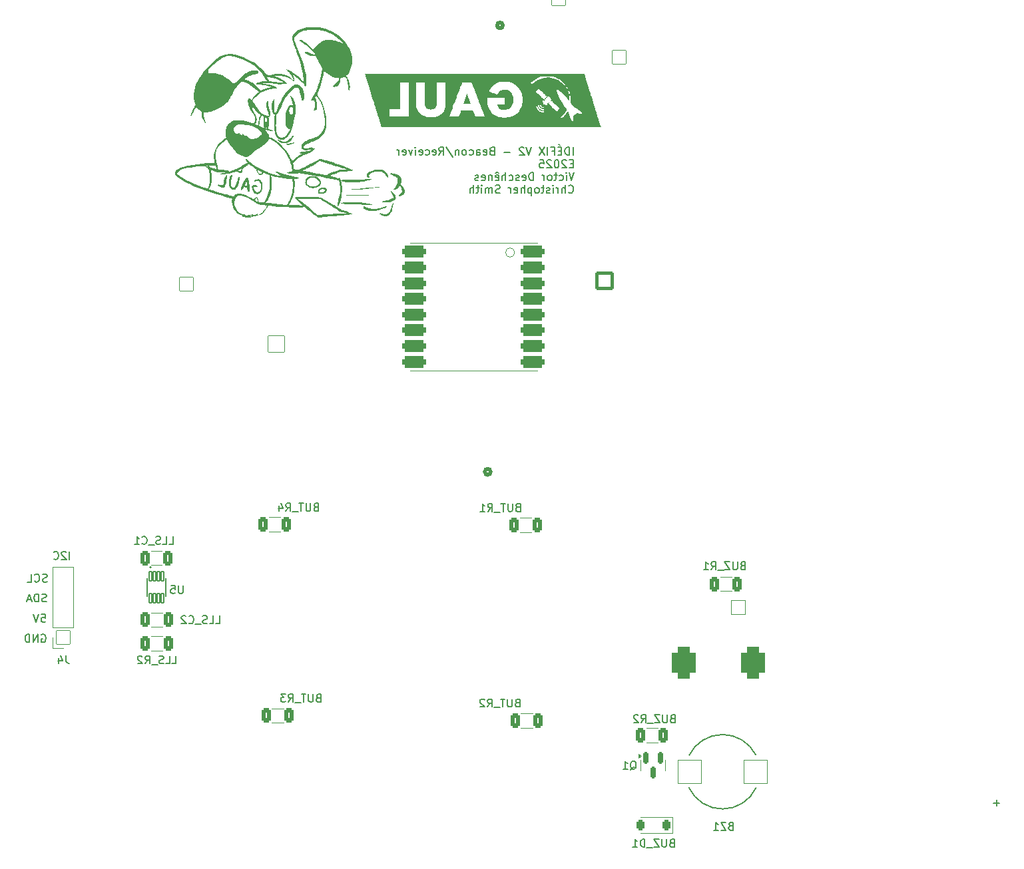
<source format=gbr>
%TF.GenerationSoftware,KiCad,Pcbnew,8.0.6*%
%TF.CreationDate,2025-07-11T21:39:04-04:00*%
%TF.ProjectId,receiver,72656365-6976-4657-922e-6b696361645f,rev?*%
%TF.SameCoordinates,Original*%
%TF.FileFunction,Legend,Bot*%
%TF.FilePolarity,Positive*%
%FSLAX46Y46*%
G04 Gerber Fmt 4.6, Leading zero omitted, Abs format (unit mm)*
G04 Created by KiCad (PCBNEW 8.0.6) date 2025-07-11 21:39:04*
%MOMM*%
%LPD*%
G01*
G04 APERTURE LIST*
G04 Aperture macros list*
%AMRoundRect*
0 Rectangle with rounded corners*
0 $1 Rounding radius*
0 $2 $3 $4 $5 $6 $7 $8 $9 X,Y pos of 4 corners*
0 Add a 4 corners polygon primitive as box body*
4,1,4,$2,$3,$4,$5,$6,$7,$8,$9,$2,$3,0*
0 Add four circle primitives for the rounded corners*
1,1,$1+$1,$2,$3*
1,1,$1+$1,$4,$5*
1,1,$1+$1,$6,$7*
1,1,$1+$1,$8,$9*
0 Add four rect primitives between the rounded corners*
20,1,$1+$1,$2,$3,$4,$5,0*
20,1,$1+$1,$4,$5,$6,$7,0*
20,1,$1+$1,$6,$7,$8,$9,0*
20,1,$1+$1,$8,$9,$2,$3,0*%
G04 Aperture macros list end*
%ADD10C,0.153000*%
%ADD11C,0.200000*%
%ADD12C,0.150000*%
%ADD13C,0.508000*%
%ADD14C,0.120000*%
%ADD15C,0.000000*%
%ADD16C,0.127000*%
%ADD17C,0.100000*%
%ADD18RoundRect,0.038000X-0.900000X0.900000X-0.900000X-0.900000X0.900000X-0.900000X0.900000X0.900000X0*%
%ADD19C,1.876000*%
%ADD20RoundRect,0.769000X-0.769000X1.269000X-0.769000X-1.269000X0.769000X-1.269000X0.769000X1.269000X0*%
%ADD21C,2.276000*%
%ADD22RoundRect,0.038000X0.850000X0.850000X-0.850000X0.850000X-0.850000X-0.850000X0.850000X-0.850000X0*%
%ADD23O,1.776000X1.776000*%
%ADD24C,2.076000*%
%ADD25C,1.142800*%
%ADD26RoundRect,0.038000X-0.850000X0.850000X-0.850000X-0.850000X0.850000X-0.850000X0.850000X0.850000X0*%
%ADD27RoundRect,0.038000X-0.850000X-0.850000X0.850000X-0.850000X0.850000X0.850000X-0.850000X0.850000X0*%
%ADD28RoundRect,0.206712X-0.981288X0.981288X-0.981288X-0.981288X0.981288X-0.981288X0.981288X0.981288X0*%
%ADD29C,2.576000*%
%ADD30RoundRect,0.038000X1.054100X1.054100X-1.054100X1.054100X-1.054100X-1.054100X1.054100X-1.054100X0*%
%ADD31C,2.184200*%
%ADD32RoundRect,0.038000X1.500000X1.500000X-1.500000X1.500000X-1.500000X-1.500000X1.500000X-1.500000X0*%
%ADD33RoundRect,0.266889X-0.333611X-0.646111X0.333611X-0.646111X0.333611X0.646111X-0.333611X0.646111X0*%
%ADD34RoundRect,0.266889X0.333611X0.646111X-0.333611X0.646111X-0.333611X-0.646111X0.333611X-0.646111X0*%
%ADD35RoundRect,0.266521X-0.346479X-0.671479X0.346479X-0.671479X0.346479X0.671479X-0.346479X0.671479X0*%
%ADD36RoundRect,0.059250X-0.177750X0.602750X-0.177750X-0.602750X0.177750X-0.602750X0.177750X0.602750X0*%
%ADD37RoundRect,0.244000X0.244000X0.394000X-0.244000X0.394000X-0.244000X-0.394000X0.244000X-0.394000X0*%
%ADD38RoundRect,0.169000X-0.169000X0.606500X-0.169000X-0.606500X0.169000X-0.606500X0.169000X0.606500X0*%
%ADD39RoundRect,0.266521X0.346479X0.671479X-0.346479X0.671479X-0.346479X-0.671479X0.346479X-0.671479X0*%
%ADD40RoundRect,0.369000X1.144000X0.369000X-1.144000X0.369000X-1.144000X-0.369000X1.144000X-0.369000X0*%
G04 APERTURE END LIST*
D10*
X113229299Y-112300373D02*
X113229299Y-111300373D01*
X112800728Y-111395611D02*
X112753109Y-111347992D01*
X112753109Y-111347992D02*
X112657871Y-111300373D01*
X112657871Y-111300373D02*
X112419776Y-111300373D01*
X112419776Y-111300373D02*
X112324538Y-111347992D01*
X112324538Y-111347992D02*
X112276919Y-111395611D01*
X112276919Y-111395611D02*
X112229300Y-111490849D01*
X112229300Y-111490849D02*
X112229300Y-111586087D01*
X112229300Y-111586087D02*
X112276919Y-111728944D01*
X112276919Y-111728944D02*
X112848347Y-112300373D01*
X112848347Y-112300373D02*
X112229300Y-112300373D01*
X111229300Y-112205134D02*
X111276919Y-112252754D01*
X111276919Y-112252754D02*
X111419776Y-112300373D01*
X111419776Y-112300373D02*
X111515014Y-112300373D01*
X111515014Y-112300373D02*
X111657871Y-112252754D01*
X111657871Y-112252754D02*
X111753109Y-112157515D01*
X111753109Y-112157515D02*
X111800728Y-112062277D01*
X111800728Y-112062277D02*
X111848347Y-111871801D01*
X111848347Y-111871801D02*
X111848347Y-111728944D01*
X111848347Y-111728944D02*
X111800728Y-111538468D01*
X111800728Y-111538468D02*
X111753109Y-111443230D01*
X111753109Y-111443230D02*
X111657871Y-111347992D01*
X111657871Y-111347992D02*
X111515014Y-111300373D01*
X111515014Y-111300373D02*
X111419776Y-111300373D01*
X111419776Y-111300373D02*
X111276919Y-111347992D01*
X111276919Y-111347992D02*
X111229300Y-111395611D01*
X109677150Y-121890029D02*
X109772388Y-121842410D01*
X109772388Y-121842410D02*
X109915245Y-121842410D01*
X109915245Y-121842410D02*
X110058102Y-121890029D01*
X110058102Y-121890029D02*
X110153340Y-121985267D01*
X110153340Y-121985267D02*
X110200959Y-122080505D01*
X110200959Y-122080505D02*
X110248578Y-122270981D01*
X110248578Y-122270981D02*
X110248578Y-122413838D01*
X110248578Y-122413838D02*
X110200959Y-122604314D01*
X110200959Y-122604314D02*
X110153340Y-122699552D01*
X110153340Y-122699552D02*
X110058102Y-122794791D01*
X110058102Y-122794791D02*
X109915245Y-122842410D01*
X109915245Y-122842410D02*
X109820007Y-122842410D01*
X109820007Y-122842410D02*
X109677150Y-122794791D01*
X109677150Y-122794791D02*
X109629531Y-122747171D01*
X109629531Y-122747171D02*
X109629531Y-122413838D01*
X109629531Y-122413838D02*
X109820007Y-122413838D01*
X109200959Y-122842410D02*
X109200959Y-121842410D01*
X109200959Y-121842410D02*
X108629531Y-122842410D01*
X108629531Y-122842410D02*
X108629531Y-121842410D01*
X108153340Y-122842410D02*
X108153340Y-121842410D01*
X108153340Y-121842410D02*
X107915245Y-121842410D01*
X107915245Y-121842410D02*
X107772388Y-121890029D01*
X107772388Y-121890029D02*
X107677150Y-121985267D01*
X107677150Y-121985267D02*
X107629531Y-122080505D01*
X107629531Y-122080505D02*
X107581912Y-122270981D01*
X107581912Y-122270981D02*
X107581912Y-122413838D01*
X107581912Y-122413838D02*
X107629531Y-122604314D01*
X107629531Y-122604314D02*
X107677150Y-122699552D01*
X107677150Y-122699552D02*
X107772388Y-122794791D01*
X107772388Y-122794791D02*
X107915245Y-122842410D01*
X107915245Y-122842410D02*
X108153340Y-122842410D01*
X110381299Y-115122548D02*
X110238442Y-115170167D01*
X110238442Y-115170167D02*
X110000347Y-115170167D01*
X110000347Y-115170167D02*
X109905109Y-115122548D01*
X109905109Y-115122548D02*
X109857490Y-115074928D01*
X109857490Y-115074928D02*
X109809871Y-114979690D01*
X109809871Y-114979690D02*
X109809871Y-114884452D01*
X109809871Y-114884452D02*
X109857490Y-114789214D01*
X109857490Y-114789214D02*
X109905109Y-114741595D01*
X109905109Y-114741595D02*
X110000347Y-114693976D01*
X110000347Y-114693976D02*
X110190823Y-114646357D01*
X110190823Y-114646357D02*
X110286061Y-114598738D01*
X110286061Y-114598738D02*
X110333680Y-114551119D01*
X110333680Y-114551119D02*
X110381299Y-114455881D01*
X110381299Y-114455881D02*
X110381299Y-114360643D01*
X110381299Y-114360643D02*
X110333680Y-114265405D01*
X110333680Y-114265405D02*
X110286061Y-114217786D01*
X110286061Y-114217786D02*
X110190823Y-114170167D01*
X110190823Y-114170167D02*
X109952728Y-114170167D01*
X109952728Y-114170167D02*
X109809871Y-114217786D01*
X108809871Y-115074928D02*
X108857490Y-115122548D01*
X108857490Y-115122548D02*
X109000347Y-115170167D01*
X109000347Y-115170167D02*
X109095585Y-115170167D01*
X109095585Y-115170167D02*
X109238442Y-115122548D01*
X109238442Y-115122548D02*
X109333680Y-115027309D01*
X109333680Y-115027309D02*
X109381299Y-114932071D01*
X109381299Y-114932071D02*
X109428918Y-114741595D01*
X109428918Y-114741595D02*
X109428918Y-114598738D01*
X109428918Y-114598738D02*
X109381299Y-114408262D01*
X109381299Y-114408262D02*
X109333680Y-114313024D01*
X109333680Y-114313024D02*
X109238442Y-114217786D01*
X109238442Y-114217786D02*
X109095585Y-114170167D01*
X109095585Y-114170167D02*
X109000347Y-114170167D01*
X109000347Y-114170167D02*
X108857490Y-114217786D01*
X108857490Y-114217786D02*
X108809871Y-114265405D01*
X107905109Y-115170167D02*
X108381299Y-115170167D01*
X108381299Y-115170167D02*
X108381299Y-114170167D01*
X110291872Y-117652046D02*
X110149015Y-117699665D01*
X110149015Y-117699665D02*
X109910920Y-117699665D01*
X109910920Y-117699665D02*
X109815682Y-117652046D01*
X109815682Y-117652046D02*
X109768063Y-117604426D01*
X109768063Y-117604426D02*
X109720444Y-117509188D01*
X109720444Y-117509188D02*
X109720444Y-117413950D01*
X109720444Y-117413950D02*
X109768063Y-117318712D01*
X109768063Y-117318712D02*
X109815682Y-117271093D01*
X109815682Y-117271093D02*
X109910920Y-117223474D01*
X109910920Y-117223474D02*
X110101396Y-117175855D01*
X110101396Y-117175855D02*
X110196634Y-117128236D01*
X110196634Y-117128236D02*
X110244253Y-117080617D01*
X110244253Y-117080617D02*
X110291872Y-116985379D01*
X110291872Y-116985379D02*
X110291872Y-116890141D01*
X110291872Y-116890141D02*
X110244253Y-116794903D01*
X110244253Y-116794903D02*
X110196634Y-116747284D01*
X110196634Y-116747284D02*
X110101396Y-116699665D01*
X110101396Y-116699665D02*
X109863301Y-116699665D01*
X109863301Y-116699665D02*
X109720444Y-116747284D01*
X109291872Y-117699665D02*
X109291872Y-116699665D01*
X109291872Y-116699665D02*
X109053777Y-116699665D01*
X109053777Y-116699665D02*
X108910920Y-116747284D01*
X108910920Y-116747284D02*
X108815682Y-116842522D01*
X108815682Y-116842522D02*
X108768063Y-116937760D01*
X108768063Y-116937760D02*
X108720444Y-117128236D01*
X108720444Y-117128236D02*
X108720444Y-117271093D01*
X108720444Y-117271093D02*
X108768063Y-117461569D01*
X108768063Y-117461569D02*
X108815682Y-117556807D01*
X108815682Y-117556807D02*
X108910920Y-117652046D01*
X108910920Y-117652046D02*
X109053777Y-117699665D01*
X109053777Y-117699665D02*
X109291872Y-117699665D01*
X108339491Y-117413950D02*
X107863301Y-117413950D01*
X108434729Y-117699665D02*
X108101396Y-116699665D01*
X108101396Y-116699665D02*
X107768063Y-117699665D01*
X109667280Y-119274586D02*
X110143470Y-119274586D01*
X110143470Y-119274586D02*
X110191089Y-119750776D01*
X110191089Y-119750776D02*
X110143470Y-119703157D01*
X110143470Y-119703157D02*
X110048232Y-119655538D01*
X110048232Y-119655538D02*
X109810137Y-119655538D01*
X109810137Y-119655538D02*
X109714899Y-119703157D01*
X109714899Y-119703157D02*
X109667280Y-119750776D01*
X109667280Y-119750776D02*
X109619661Y-119846014D01*
X109619661Y-119846014D02*
X109619661Y-120084109D01*
X109619661Y-120084109D02*
X109667280Y-120179347D01*
X109667280Y-120179347D02*
X109714899Y-120226967D01*
X109714899Y-120226967D02*
X109810137Y-120274586D01*
X109810137Y-120274586D02*
X110048232Y-120274586D01*
X110048232Y-120274586D02*
X110143470Y-120226967D01*
X110143470Y-120226967D02*
X110191089Y-120179347D01*
X109333946Y-119274586D02*
X109000613Y-120274586D01*
X109000613Y-120274586D02*
X108667280Y-119274586D01*
D11*
X177277368Y-60852422D02*
X177277368Y-59852422D01*
X176801178Y-60852422D02*
X176801178Y-59852422D01*
X176801178Y-59852422D02*
X176563083Y-59852422D01*
X176563083Y-59852422D02*
X176420226Y-59900041D01*
X176420226Y-59900041D02*
X176324988Y-59995279D01*
X176324988Y-59995279D02*
X176277369Y-60090517D01*
X176277369Y-60090517D02*
X176229750Y-60280993D01*
X176229750Y-60280993D02*
X176229750Y-60423850D01*
X176229750Y-60423850D02*
X176277369Y-60614326D01*
X176277369Y-60614326D02*
X176324988Y-60709564D01*
X176324988Y-60709564D02*
X176420226Y-60804803D01*
X176420226Y-60804803D02*
X176563083Y-60852422D01*
X176563083Y-60852422D02*
X176801178Y-60852422D01*
X175801178Y-60328612D02*
X175467845Y-60328612D01*
X175324988Y-60852422D02*
X175801178Y-60852422D01*
X175801178Y-60852422D02*
X175801178Y-59852422D01*
X175801178Y-59852422D02*
X175324988Y-59852422D01*
X175467845Y-59471469D02*
X175610702Y-59614326D01*
X174563083Y-60328612D02*
X174896416Y-60328612D01*
X174896416Y-60852422D02*
X174896416Y-59852422D01*
X174896416Y-59852422D02*
X174420226Y-59852422D01*
X174039273Y-60852422D02*
X174039273Y-59852422D01*
X173658321Y-59852422D02*
X172991655Y-60852422D01*
X172991655Y-59852422D02*
X173658321Y-60852422D01*
X171991654Y-59852422D02*
X171658321Y-60852422D01*
X171658321Y-60852422D02*
X171324988Y-59852422D01*
X171039273Y-59947660D02*
X170991654Y-59900041D01*
X170991654Y-59900041D02*
X170896416Y-59852422D01*
X170896416Y-59852422D02*
X170658321Y-59852422D01*
X170658321Y-59852422D02*
X170563083Y-59900041D01*
X170563083Y-59900041D02*
X170515464Y-59947660D01*
X170515464Y-59947660D02*
X170467845Y-60042898D01*
X170467845Y-60042898D02*
X170467845Y-60138136D01*
X170467845Y-60138136D02*
X170515464Y-60280993D01*
X170515464Y-60280993D02*
X171086892Y-60852422D01*
X171086892Y-60852422D02*
X170467845Y-60852422D01*
X169277368Y-60471469D02*
X168515464Y-60471469D01*
X166944035Y-60328612D02*
X166801178Y-60376231D01*
X166801178Y-60376231D02*
X166753559Y-60423850D01*
X166753559Y-60423850D02*
X166705940Y-60519088D01*
X166705940Y-60519088D02*
X166705940Y-60661945D01*
X166705940Y-60661945D02*
X166753559Y-60757183D01*
X166753559Y-60757183D02*
X166801178Y-60804803D01*
X166801178Y-60804803D02*
X166896416Y-60852422D01*
X166896416Y-60852422D02*
X167277368Y-60852422D01*
X167277368Y-60852422D02*
X167277368Y-59852422D01*
X167277368Y-59852422D02*
X166944035Y-59852422D01*
X166944035Y-59852422D02*
X166848797Y-59900041D01*
X166848797Y-59900041D02*
X166801178Y-59947660D01*
X166801178Y-59947660D02*
X166753559Y-60042898D01*
X166753559Y-60042898D02*
X166753559Y-60138136D01*
X166753559Y-60138136D02*
X166801178Y-60233374D01*
X166801178Y-60233374D02*
X166848797Y-60280993D01*
X166848797Y-60280993D02*
X166944035Y-60328612D01*
X166944035Y-60328612D02*
X167277368Y-60328612D01*
X165896416Y-60804803D02*
X165991654Y-60852422D01*
X165991654Y-60852422D02*
X166182130Y-60852422D01*
X166182130Y-60852422D02*
X166277368Y-60804803D01*
X166277368Y-60804803D02*
X166324987Y-60709564D01*
X166324987Y-60709564D02*
X166324987Y-60328612D01*
X166324987Y-60328612D02*
X166277368Y-60233374D01*
X166277368Y-60233374D02*
X166182130Y-60185755D01*
X166182130Y-60185755D02*
X165991654Y-60185755D01*
X165991654Y-60185755D02*
X165896416Y-60233374D01*
X165896416Y-60233374D02*
X165848797Y-60328612D01*
X165848797Y-60328612D02*
X165848797Y-60423850D01*
X165848797Y-60423850D02*
X166324987Y-60519088D01*
X164991654Y-60852422D02*
X164991654Y-60328612D01*
X164991654Y-60328612D02*
X165039273Y-60233374D01*
X165039273Y-60233374D02*
X165134511Y-60185755D01*
X165134511Y-60185755D02*
X165324987Y-60185755D01*
X165324987Y-60185755D02*
X165420225Y-60233374D01*
X164991654Y-60804803D02*
X165086892Y-60852422D01*
X165086892Y-60852422D02*
X165324987Y-60852422D01*
X165324987Y-60852422D02*
X165420225Y-60804803D01*
X165420225Y-60804803D02*
X165467844Y-60709564D01*
X165467844Y-60709564D02*
X165467844Y-60614326D01*
X165467844Y-60614326D02*
X165420225Y-60519088D01*
X165420225Y-60519088D02*
X165324987Y-60471469D01*
X165324987Y-60471469D02*
X165086892Y-60471469D01*
X165086892Y-60471469D02*
X164991654Y-60423850D01*
X164086892Y-60804803D02*
X164182130Y-60852422D01*
X164182130Y-60852422D02*
X164372606Y-60852422D01*
X164372606Y-60852422D02*
X164467844Y-60804803D01*
X164467844Y-60804803D02*
X164515463Y-60757183D01*
X164515463Y-60757183D02*
X164563082Y-60661945D01*
X164563082Y-60661945D02*
X164563082Y-60376231D01*
X164563082Y-60376231D02*
X164515463Y-60280993D01*
X164515463Y-60280993D02*
X164467844Y-60233374D01*
X164467844Y-60233374D02*
X164372606Y-60185755D01*
X164372606Y-60185755D02*
X164182130Y-60185755D01*
X164182130Y-60185755D02*
X164086892Y-60233374D01*
X163515463Y-60852422D02*
X163610701Y-60804803D01*
X163610701Y-60804803D02*
X163658320Y-60757183D01*
X163658320Y-60757183D02*
X163705939Y-60661945D01*
X163705939Y-60661945D02*
X163705939Y-60376231D01*
X163705939Y-60376231D02*
X163658320Y-60280993D01*
X163658320Y-60280993D02*
X163610701Y-60233374D01*
X163610701Y-60233374D02*
X163515463Y-60185755D01*
X163515463Y-60185755D02*
X163372606Y-60185755D01*
X163372606Y-60185755D02*
X163277368Y-60233374D01*
X163277368Y-60233374D02*
X163229749Y-60280993D01*
X163229749Y-60280993D02*
X163182130Y-60376231D01*
X163182130Y-60376231D02*
X163182130Y-60661945D01*
X163182130Y-60661945D02*
X163229749Y-60757183D01*
X163229749Y-60757183D02*
X163277368Y-60804803D01*
X163277368Y-60804803D02*
X163372606Y-60852422D01*
X163372606Y-60852422D02*
X163515463Y-60852422D01*
X162753558Y-60185755D02*
X162753558Y-60852422D01*
X162753558Y-60280993D02*
X162705939Y-60233374D01*
X162705939Y-60233374D02*
X162610701Y-60185755D01*
X162610701Y-60185755D02*
X162467844Y-60185755D01*
X162467844Y-60185755D02*
X162372606Y-60233374D01*
X162372606Y-60233374D02*
X162324987Y-60328612D01*
X162324987Y-60328612D02*
X162324987Y-60852422D01*
X161134511Y-59804803D02*
X161991653Y-61090517D01*
X160229749Y-60852422D02*
X160563082Y-60376231D01*
X160801177Y-60852422D02*
X160801177Y-59852422D01*
X160801177Y-59852422D02*
X160420225Y-59852422D01*
X160420225Y-59852422D02*
X160324987Y-59900041D01*
X160324987Y-59900041D02*
X160277368Y-59947660D01*
X160277368Y-59947660D02*
X160229749Y-60042898D01*
X160229749Y-60042898D02*
X160229749Y-60185755D01*
X160229749Y-60185755D02*
X160277368Y-60280993D01*
X160277368Y-60280993D02*
X160324987Y-60328612D01*
X160324987Y-60328612D02*
X160420225Y-60376231D01*
X160420225Y-60376231D02*
X160801177Y-60376231D01*
X159420225Y-60804803D02*
X159515463Y-60852422D01*
X159515463Y-60852422D02*
X159705939Y-60852422D01*
X159705939Y-60852422D02*
X159801177Y-60804803D01*
X159801177Y-60804803D02*
X159848796Y-60709564D01*
X159848796Y-60709564D02*
X159848796Y-60328612D01*
X159848796Y-60328612D02*
X159801177Y-60233374D01*
X159801177Y-60233374D02*
X159705939Y-60185755D01*
X159705939Y-60185755D02*
X159515463Y-60185755D01*
X159515463Y-60185755D02*
X159420225Y-60233374D01*
X159420225Y-60233374D02*
X159372606Y-60328612D01*
X159372606Y-60328612D02*
X159372606Y-60423850D01*
X159372606Y-60423850D02*
X159848796Y-60519088D01*
X158515463Y-60804803D02*
X158610701Y-60852422D01*
X158610701Y-60852422D02*
X158801177Y-60852422D01*
X158801177Y-60852422D02*
X158896415Y-60804803D01*
X158896415Y-60804803D02*
X158944034Y-60757183D01*
X158944034Y-60757183D02*
X158991653Y-60661945D01*
X158991653Y-60661945D02*
X158991653Y-60376231D01*
X158991653Y-60376231D02*
X158944034Y-60280993D01*
X158944034Y-60280993D02*
X158896415Y-60233374D01*
X158896415Y-60233374D02*
X158801177Y-60185755D01*
X158801177Y-60185755D02*
X158610701Y-60185755D01*
X158610701Y-60185755D02*
X158515463Y-60233374D01*
X157705939Y-60804803D02*
X157801177Y-60852422D01*
X157801177Y-60852422D02*
X157991653Y-60852422D01*
X157991653Y-60852422D02*
X158086891Y-60804803D01*
X158086891Y-60804803D02*
X158134510Y-60709564D01*
X158134510Y-60709564D02*
X158134510Y-60328612D01*
X158134510Y-60328612D02*
X158086891Y-60233374D01*
X158086891Y-60233374D02*
X157991653Y-60185755D01*
X157991653Y-60185755D02*
X157801177Y-60185755D01*
X157801177Y-60185755D02*
X157705939Y-60233374D01*
X157705939Y-60233374D02*
X157658320Y-60328612D01*
X157658320Y-60328612D02*
X157658320Y-60423850D01*
X157658320Y-60423850D02*
X158134510Y-60519088D01*
X157229748Y-60852422D02*
X157229748Y-60185755D01*
X157229748Y-59852422D02*
X157277367Y-59900041D01*
X157277367Y-59900041D02*
X157229748Y-59947660D01*
X157229748Y-59947660D02*
X157182129Y-59900041D01*
X157182129Y-59900041D02*
X157229748Y-59852422D01*
X157229748Y-59852422D02*
X157229748Y-59947660D01*
X156848796Y-60185755D02*
X156610701Y-60852422D01*
X156610701Y-60852422D02*
X156372606Y-60185755D01*
X155610701Y-60804803D02*
X155705939Y-60852422D01*
X155705939Y-60852422D02*
X155896415Y-60852422D01*
X155896415Y-60852422D02*
X155991653Y-60804803D01*
X155991653Y-60804803D02*
X156039272Y-60709564D01*
X156039272Y-60709564D02*
X156039272Y-60328612D01*
X156039272Y-60328612D02*
X155991653Y-60233374D01*
X155991653Y-60233374D02*
X155896415Y-60185755D01*
X155896415Y-60185755D02*
X155705939Y-60185755D01*
X155705939Y-60185755D02*
X155610701Y-60233374D01*
X155610701Y-60233374D02*
X155563082Y-60328612D01*
X155563082Y-60328612D02*
X155563082Y-60423850D01*
X155563082Y-60423850D02*
X156039272Y-60519088D01*
X155134510Y-60852422D02*
X155134510Y-60185755D01*
X155134510Y-60376231D02*
X155086891Y-60280993D01*
X155086891Y-60280993D02*
X155039272Y-60233374D01*
X155039272Y-60233374D02*
X154944034Y-60185755D01*
X154944034Y-60185755D02*
X154848796Y-60185755D01*
X177277368Y-61938556D02*
X176944035Y-61938556D01*
X176801178Y-62462366D02*
X177277368Y-62462366D01*
X177277368Y-62462366D02*
X177277368Y-61462366D01*
X177277368Y-61462366D02*
X176801178Y-61462366D01*
X176420225Y-61557604D02*
X176372606Y-61509985D01*
X176372606Y-61509985D02*
X176277368Y-61462366D01*
X176277368Y-61462366D02*
X176039273Y-61462366D01*
X176039273Y-61462366D02*
X175944035Y-61509985D01*
X175944035Y-61509985D02*
X175896416Y-61557604D01*
X175896416Y-61557604D02*
X175848797Y-61652842D01*
X175848797Y-61652842D02*
X175848797Y-61748080D01*
X175848797Y-61748080D02*
X175896416Y-61890937D01*
X175896416Y-61890937D02*
X176467844Y-62462366D01*
X176467844Y-62462366D02*
X175848797Y-62462366D01*
X175229749Y-61462366D02*
X175134511Y-61462366D01*
X175134511Y-61462366D02*
X175039273Y-61509985D01*
X175039273Y-61509985D02*
X174991654Y-61557604D01*
X174991654Y-61557604D02*
X174944035Y-61652842D01*
X174944035Y-61652842D02*
X174896416Y-61843318D01*
X174896416Y-61843318D02*
X174896416Y-62081413D01*
X174896416Y-62081413D02*
X174944035Y-62271889D01*
X174944035Y-62271889D02*
X174991654Y-62367127D01*
X174991654Y-62367127D02*
X175039273Y-62414747D01*
X175039273Y-62414747D02*
X175134511Y-62462366D01*
X175134511Y-62462366D02*
X175229749Y-62462366D01*
X175229749Y-62462366D02*
X175324987Y-62414747D01*
X175324987Y-62414747D02*
X175372606Y-62367127D01*
X175372606Y-62367127D02*
X175420225Y-62271889D01*
X175420225Y-62271889D02*
X175467844Y-62081413D01*
X175467844Y-62081413D02*
X175467844Y-61843318D01*
X175467844Y-61843318D02*
X175420225Y-61652842D01*
X175420225Y-61652842D02*
X175372606Y-61557604D01*
X175372606Y-61557604D02*
X175324987Y-61509985D01*
X175324987Y-61509985D02*
X175229749Y-61462366D01*
X174515463Y-61557604D02*
X174467844Y-61509985D01*
X174467844Y-61509985D02*
X174372606Y-61462366D01*
X174372606Y-61462366D02*
X174134511Y-61462366D01*
X174134511Y-61462366D02*
X174039273Y-61509985D01*
X174039273Y-61509985D02*
X173991654Y-61557604D01*
X173991654Y-61557604D02*
X173944035Y-61652842D01*
X173944035Y-61652842D02*
X173944035Y-61748080D01*
X173944035Y-61748080D02*
X173991654Y-61890937D01*
X173991654Y-61890937D02*
X174563082Y-62462366D01*
X174563082Y-62462366D02*
X173944035Y-62462366D01*
X173039273Y-61462366D02*
X173515463Y-61462366D01*
X173515463Y-61462366D02*
X173563082Y-61938556D01*
X173563082Y-61938556D02*
X173515463Y-61890937D01*
X173515463Y-61890937D02*
X173420225Y-61843318D01*
X173420225Y-61843318D02*
X173182130Y-61843318D01*
X173182130Y-61843318D02*
X173086892Y-61890937D01*
X173086892Y-61890937D02*
X173039273Y-61938556D01*
X173039273Y-61938556D02*
X172991654Y-62033794D01*
X172991654Y-62033794D02*
X172991654Y-62271889D01*
X172991654Y-62271889D02*
X173039273Y-62367127D01*
X173039273Y-62367127D02*
X173086892Y-62414747D01*
X173086892Y-62414747D02*
X173182130Y-62462366D01*
X173182130Y-62462366D02*
X173420225Y-62462366D01*
X173420225Y-62462366D02*
X173515463Y-62414747D01*
X173515463Y-62414747D02*
X173563082Y-62367127D01*
X177420225Y-63072310D02*
X177086892Y-64072310D01*
X177086892Y-64072310D02*
X176753559Y-63072310D01*
X176420225Y-64072310D02*
X176420225Y-63405643D01*
X176420225Y-63072310D02*
X176467844Y-63119929D01*
X176467844Y-63119929D02*
X176420225Y-63167548D01*
X176420225Y-63167548D02*
X176372606Y-63119929D01*
X176372606Y-63119929D02*
X176420225Y-63072310D01*
X176420225Y-63072310D02*
X176420225Y-63167548D01*
X175515464Y-64024691D02*
X175610702Y-64072310D01*
X175610702Y-64072310D02*
X175801178Y-64072310D01*
X175801178Y-64072310D02*
X175896416Y-64024691D01*
X175896416Y-64024691D02*
X175944035Y-63977071D01*
X175944035Y-63977071D02*
X175991654Y-63881833D01*
X175991654Y-63881833D02*
X175991654Y-63596119D01*
X175991654Y-63596119D02*
X175944035Y-63500881D01*
X175944035Y-63500881D02*
X175896416Y-63453262D01*
X175896416Y-63453262D02*
X175801178Y-63405643D01*
X175801178Y-63405643D02*
X175610702Y-63405643D01*
X175610702Y-63405643D02*
X175515464Y-63453262D01*
X175229749Y-63405643D02*
X174848797Y-63405643D01*
X175086892Y-63072310D02*
X175086892Y-63929452D01*
X175086892Y-63929452D02*
X175039273Y-64024691D01*
X175039273Y-64024691D02*
X174944035Y-64072310D01*
X174944035Y-64072310D02*
X174848797Y-64072310D01*
X174372606Y-64072310D02*
X174467844Y-64024691D01*
X174467844Y-64024691D02*
X174515463Y-63977071D01*
X174515463Y-63977071D02*
X174563082Y-63881833D01*
X174563082Y-63881833D02*
X174563082Y-63596119D01*
X174563082Y-63596119D02*
X174515463Y-63500881D01*
X174515463Y-63500881D02*
X174467844Y-63453262D01*
X174467844Y-63453262D02*
X174372606Y-63405643D01*
X174372606Y-63405643D02*
X174229749Y-63405643D01*
X174229749Y-63405643D02*
X174134511Y-63453262D01*
X174134511Y-63453262D02*
X174086892Y-63500881D01*
X174086892Y-63500881D02*
X174039273Y-63596119D01*
X174039273Y-63596119D02*
X174039273Y-63881833D01*
X174039273Y-63881833D02*
X174086892Y-63977071D01*
X174086892Y-63977071D02*
X174134511Y-64024691D01*
X174134511Y-64024691D02*
X174229749Y-64072310D01*
X174229749Y-64072310D02*
X174372606Y-64072310D01*
X173610701Y-64072310D02*
X173610701Y-63405643D01*
X173610701Y-63596119D02*
X173563082Y-63500881D01*
X173563082Y-63500881D02*
X173515463Y-63453262D01*
X173515463Y-63453262D02*
X173420225Y-63405643D01*
X173420225Y-63405643D02*
X173324987Y-63405643D01*
X172229748Y-64072310D02*
X172229748Y-63072310D01*
X172229748Y-63072310D02*
X171991653Y-63072310D01*
X171991653Y-63072310D02*
X171848796Y-63119929D01*
X171848796Y-63119929D02*
X171753558Y-63215167D01*
X171753558Y-63215167D02*
X171705939Y-63310405D01*
X171705939Y-63310405D02*
X171658320Y-63500881D01*
X171658320Y-63500881D02*
X171658320Y-63643738D01*
X171658320Y-63643738D02*
X171705939Y-63834214D01*
X171705939Y-63834214D02*
X171753558Y-63929452D01*
X171753558Y-63929452D02*
X171848796Y-64024691D01*
X171848796Y-64024691D02*
X171991653Y-64072310D01*
X171991653Y-64072310D02*
X172229748Y-64072310D01*
X170848796Y-64024691D02*
X170944034Y-64072310D01*
X170944034Y-64072310D02*
X171134510Y-64072310D01*
X171134510Y-64072310D02*
X171229748Y-64024691D01*
X171229748Y-64024691D02*
X171277367Y-63929452D01*
X171277367Y-63929452D02*
X171277367Y-63548500D01*
X171277367Y-63548500D02*
X171229748Y-63453262D01*
X171229748Y-63453262D02*
X171134510Y-63405643D01*
X171134510Y-63405643D02*
X170944034Y-63405643D01*
X170944034Y-63405643D02*
X170848796Y-63453262D01*
X170848796Y-63453262D02*
X170801177Y-63548500D01*
X170801177Y-63548500D02*
X170801177Y-63643738D01*
X170801177Y-63643738D02*
X171277367Y-63738976D01*
X170420224Y-64024691D02*
X170324986Y-64072310D01*
X170324986Y-64072310D02*
X170134510Y-64072310D01*
X170134510Y-64072310D02*
X170039272Y-64024691D01*
X170039272Y-64024691D02*
X169991653Y-63929452D01*
X169991653Y-63929452D02*
X169991653Y-63881833D01*
X169991653Y-63881833D02*
X170039272Y-63786595D01*
X170039272Y-63786595D02*
X170134510Y-63738976D01*
X170134510Y-63738976D02*
X170277367Y-63738976D01*
X170277367Y-63738976D02*
X170372605Y-63691357D01*
X170372605Y-63691357D02*
X170420224Y-63596119D01*
X170420224Y-63596119D02*
X170420224Y-63548500D01*
X170420224Y-63548500D02*
X170372605Y-63453262D01*
X170372605Y-63453262D02*
X170277367Y-63405643D01*
X170277367Y-63405643D02*
X170134510Y-63405643D01*
X170134510Y-63405643D02*
X170039272Y-63453262D01*
X169134510Y-64024691D02*
X169229748Y-64072310D01*
X169229748Y-64072310D02*
X169420224Y-64072310D01*
X169420224Y-64072310D02*
X169515462Y-64024691D01*
X169515462Y-64024691D02*
X169563081Y-63977071D01*
X169563081Y-63977071D02*
X169610700Y-63881833D01*
X169610700Y-63881833D02*
X169610700Y-63596119D01*
X169610700Y-63596119D02*
X169563081Y-63500881D01*
X169563081Y-63500881D02*
X169515462Y-63453262D01*
X169515462Y-63453262D02*
X169420224Y-63405643D01*
X169420224Y-63405643D02*
X169229748Y-63405643D01*
X169229748Y-63405643D02*
X169134510Y-63453262D01*
X168705938Y-64072310D02*
X168705938Y-63072310D01*
X168277367Y-64072310D02*
X168277367Y-63548500D01*
X168277367Y-63548500D02*
X168324986Y-63453262D01*
X168324986Y-63453262D02*
X168420224Y-63405643D01*
X168420224Y-63405643D02*
X168563081Y-63405643D01*
X168563081Y-63405643D02*
X168658319Y-63453262D01*
X168658319Y-63453262D02*
X168705938Y-63500881D01*
X167420224Y-64024691D02*
X167515462Y-64072310D01*
X167515462Y-64072310D02*
X167705938Y-64072310D01*
X167705938Y-64072310D02*
X167801176Y-64024691D01*
X167801176Y-64024691D02*
X167848795Y-63929452D01*
X167848795Y-63929452D02*
X167848795Y-63548500D01*
X167848795Y-63548500D02*
X167801176Y-63453262D01*
X167801176Y-63453262D02*
X167705938Y-63405643D01*
X167705938Y-63405643D02*
X167515462Y-63405643D01*
X167515462Y-63405643D02*
X167420224Y-63453262D01*
X167420224Y-63453262D02*
X167372605Y-63548500D01*
X167372605Y-63548500D02*
X167372605Y-63643738D01*
X167372605Y-63643738D02*
X167848795Y-63738976D01*
X167801176Y-63167548D02*
X167610700Y-63024691D01*
X167610700Y-63024691D02*
X167420224Y-63167548D01*
X166944033Y-63405643D02*
X166944033Y-64072310D01*
X166944033Y-63500881D02*
X166896414Y-63453262D01*
X166896414Y-63453262D02*
X166801176Y-63405643D01*
X166801176Y-63405643D02*
X166658319Y-63405643D01*
X166658319Y-63405643D02*
X166563081Y-63453262D01*
X166563081Y-63453262D02*
X166515462Y-63548500D01*
X166515462Y-63548500D02*
X166515462Y-64072310D01*
X165658319Y-64024691D02*
X165753557Y-64072310D01*
X165753557Y-64072310D02*
X165944033Y-64072310D01*
X165944033Y-64072310D02*
X166039271Y-64024691D01*
X166039271Y-64024691D02*
X166086890Y-63929452D01*
X166086890Y-63929452D02*
X166086890Y-63548500D01*
X166086890Y-63548500D02*
X166039271Y-63453262D01*
X166039271Y-63453262D02*
X165944033Y-63405643D01*
X165944033Y-63405643D02*
X165753557Y-63405643D01*
X165753557Y-63405643D02*
X165658319Y-63453262D01*
X165658319Y-63453262D02*
X165610700Y-63548500D01*
X165610700Y-63548500D02*
X165610700Y-63643738D01*
X165610700Y-63643738D02*
X166086890Y-63738976D01*
X165229747Y-64024691D02*
X165134509Y-64072310D01*
X165134509Y-64072310D02*
X164944033Y-64072310D01*
X164944033Y-64072310D02*
X164848795Y-64024691D01*
X164848795Y-64024691D02*
X164801176Y-63929452D01*
X164801176Y-63929452D02*
X164801176Y-63881833D01*
X164801176Y-63881833D02*
X164848795Y-63786595D01*
X164848795Y-63786595D02*
X164944033Y-63738976D01*
X164944033Y-63738976D02*
X165086890Y-63738976D01*
X165086890Y-63738976D02*
X165182128Y-63691357D01*
X165182128Y-63691357D02*
X165229747Y-63596119D01*
X165229747Y-63596119D02*
X165229747Y-63548500D01*
X165229747Y-63548500D02*
X165182128Y-63453262D01*
X165182128Y-63453262D02*
X165086890Y-63405643D01*
X165086890Y-63405643D02*
X164944033Y-63405643D01*
X164944033Y-63405643D02*
X164848795Y-63453262D01*
X176705940Y-65587015D02*
X176753559Y-65634635D01*
X176753559Y-65634635D02*
X176896416Y-65682254D01*
X176896416Y-65682254D02*
X176991654Y-65682254D01*
X176991654Y-65682254D02*
X177134511Y-65634635D01*
X177134511Y-65634635D02*
X177229749Y-65539396D01*
X177229749Y-65539396D02*
X177277368Y-65444158D01*
X177277368Y-65444158D02*
X177324987Y-65253682D01*
X177324987Y-65253682D02*
X177324987Y-65110825D01*
X177324987Y-65110825D02*
X177277368Y-64920349D01*
X177277368Y-64920349D02*
X177229749Y-64825111D01*
X177229749Y-64825111D02*
X177134511Y-64729873D01*
X177134511Y-64729873D02*
X176991654Y-64682254D01*
X176991654Y-64682254D02*
X176896416Y-64682254D01*
X176896416Y-64682254D02*
X176753559Y-64729873D01*
X176753559Y-64729873D02*
X176705940Y-64777492D01*
X176277368Y-65682254D02*
X176277368Y-64682254D01*
X175848797Y-65682254D02*
X175848797Y-65158444D01*
X175848797Y-65158444D02*
X175896416Y-65063206D01*
X175896416Y-65063206D02*
X175991654Y-65015587D01*
X175991654Y-65015587D02*
X176134511Y-65015587D01*
X176134511Y-65015587D02*
X176229749Y-65063206D01*
X176229749Y-65063206D02*
X176277368Y-65110825D01*
X175372606Y-65682254D02*
X175372606Y-65015587D01*
X175372606Y-65206063D02*
X175324987Y-65110825D01*
X175324987Y-65110825D02*
X175277368Y-65063206D01*
X175277368Y-65063206D02*
X175182130Y-65015587D01*
X175182130Y-65015587D02*
X175086892Y-65015587D01*
X174753558Y-65682254D02*
X174753558Y-65015587D01*
X174753558Y-64682254D02*
X174801177Y-64729873D01*
X174801177Y-64729873D02*
X174753558Y-64777492D01*
X174753558Y-64777492D02*
X174705939Y-64729873D01*
X174705939Y-64729873D02*
X174753558Y-64682254D01*
X174753558Y-64682254D02*
X174753558Y-64777492D01*
X174324987Y-65634635D02*
X174229749Y-65682254D01*
X174229749Y-65682254D02*
X174039273Y-65682254D01*
X174039273Y-65682254D02*
X173944035Y-65634635D01*
X173944035Y-65634635D02*
X173896416Y-65539396D01*
X173896416Y-65539396D02*
X173896416Y-65491777D01*
X173896416Y-65491777D02*
X173944035Y-65396539D01*
X173944035Y-65396539D02*
X174039273Y-65348920D01*
X174039273Y-65348920D02*
X174182130Y-65348920D01*
X174182130Y-65348920D02*
X174277368Y-65301301D01*
X174277368Y-65301301D02*
X174324987Y-65206063D01*
X174324987Y-65206063D02*
X174324987Y-65158444D01*
X174324987Y-65158444D02*
X174277368Y-65063206D01*
X174277368Y-65063206D02*
X174182130Y-65015587D01*
X174182130Y-65015587D02*
X174039273Y-65015587D01*
X174039273Y-65015587D02*
X173944035Y-65063206D01*
X173610701Y-65015587D02*
X173229749Y-65015587D01*
X173467844Y-64682254D02*
X173467844Y-65539396D01*
X173467844Y-65539396D02*
X173420225Y-65634635D01*
X173420225Y-65634635D02*
X173324987Y-65682254D01*
X173324987Y-65682254D02*
X173229749Y-65682254D01*
X172753558Y-65682254D02*
X172848796Y-65634635D01*
X172848796Y-65634635D02*
X172896415Y-65587015D01*
X172896415Y-65587015D02*
X172944034Y-65491777D01*
X172944034Y-65491777D02*
X172944034Y-65206063D01*
X172944034Y-65206063D02*
X172896415Y-65110825D01*
X172896415Y-65110825D02*
X172848796Y-65063206D01*
X172848796Y-65063206D02*
X172753558Y-65015587D01*
X172753558Y-65015587D02*
X172610701Y-65015587D01*
X172610701Y-65015587D02*
X172515463Y-65063206D01*
X172515463Y-65063206D02*
X172467844Y-65110825D01*
X172467844Y-65110825D02*
X172420225Y-65206063D01*
X172420225Y-65206063D02*
X172420225Y-65491777D01*
X172420225Y-65491777D02*
X172467844Y-65587015D01*
X172467844Y-65587015D02*
X172515463Y-65634635D01*
X172515463Y-65634635D02*
X172610701Y-65682254D01*
X172610701Y-65682254D02*
X172753558Y-65682254D01*
X171991653Y-65015587D02*
X171991653Y-66015587D01*
X171991653Y-65063206D02*
X171896415Y-65015587D01*
X171896415Y-65015587D02*
X171705939Y-65015587D01*
X171705939Y-65015587D02*
X171610701Y-65063206D01*
X171610701Y-65063206D02*
X171563082Y-65110825D01*
X171563082Y-65110825D02*
X171515463Y-65206063D01*
X171515463Y-65206063D02*
X171515463Y-65491777D01*
X171515463Y-65491777D02*
X171563082Y-65587015D01*
X171563082Y-65587015D02*
X171610701Y-65634635D01*
X171610701Y-65634635D02*
X171705939Y-65682254D01*
X171705939Y-65682254D02*
X171896415Y-65682254D01*
X171896415Y-65682254D02*
X171991653Y-65634635D01*
X171086891Y-65682254D02*
X171086891Y-64682254D01*
X170658320Y-65682254D02*
X170658320Y-65158444D01*
X170658320Y-65158444D02*
X170705939Y-65063206D01*
X170705939Y-65063206D02*
X170801177Y-65015587D01*
X170801177Y-65015587D02*
X170944034Y-65015587D01*
X170944034Y-65015587D02*
X171039272Y-65063206D01*
X171039272Y-65063206D02*
X171086891Y-65110825D01*
X169801177Y-65634635D02*
X169896415Y-65682254D01*
X169896415Y-65682254D02*
X170086891Y-65682254D01*
X170086891Y-65682254D02*
X170182129Y-65634635D01*
X170182129Y-65634635D02*
X170229748Y-65539396D01*
X170229748Y-65539396D02*
X170229748Y-65158444D01*
X170229748Y-65158444D02*
X170182129Y-65063206D01*
X170182129Y-65063206D02*
X170086891Y-65015587D01*
X170086891Y-65015587D02*
X169896415Y-65015587D01*
X169896415Y-65015587D02*
X169801177Y-65063206D01*
X169801177Y-65063206D02*
X169753558Y-65158444D01*
X169753558Y-65158444D02*
X169753558Y-65253682D01*
X169753558Y-65253682D02*
X170229748Y-65348920D01*
X169324986Y-65682254D02*
X169324986Y-65015587D01*
X169324986Y-65206063D02*
X169277367Y-65110825D01*
X169277367Y-65110825D02*
X169229748Y-65063206D01*
X169229748Y-65063206D02*
X169134510Y-65015587D01*
X169134510Y-65015587D02*
X169039272Y-65015587D01*
X167991652Y-65634635D02*
X167848795Y-65682254D01*
X167848795Y-65682254D02*
X167610700Y-65682254D01*
X167610700Y-65682254D02*
X167515462Y-65634635D01*
X167515462Y-65634635D02*
X167467843Y-65587015D01*
X167467843Y-65587015D02*
X167420224Y-65491777D01*
X167420224Y-65491777D02*
X167420224Y-65396539D01*
X167420224Y-65396539D02*
X167467843Y-65301301D01*
X167467843Y-65301301D02*
X167515462Y-65253682D01*
X167515462Y-65253682D02*
X167610700Y-65206063D01*
X167610700Y-65206063D02*
X167801176Y-65158444D01*
X167801176Y-65158444D02*
X167896414Y-65110825D01*
X167896414Y-65110825D02*
X167944033Y-65063206D01*
X167944033Y-65063206D02*
X167991652Y-64967968D01*
X167991652Y-64967968D02*
X167991652Y-64872730D01*
X167991652Y-64872730D02*
X167944033Y-64777492D01*
X167944033Y-64777492D02*
X167896414Y-64729873D01*
X167896414Y-64729873D02*
X167801176Y-64682254D01*
X167801176Y-64682254D02*
X167563081Y-64682254D01*
X167563081Y-64682254D02*
X167420224Y-64729873D01*
X166991652Y-65682254D02*
X166991652Y-65015587D01*
X166991652Y-65110825D02*
X166944033Y-65063206D01*
X166944033Y-65063206D02*
X166848795Y-65015587D01*
X166848795Y-65015587D02*
X166705938Y-65015587D01*
X166705938Y-65015587D02*
X166610700Y-65063206D01*
X166610700Y-65063206D02*
X166563081Y-65158444D01*
X166563081Y-65158444D02*
X166563081Y-65682254D01*
X166563081Y-65158444D02*
X166515462Y-65063206D01*
X166515462Y-65063206D02*
X166420224Y-65015587D01*
X166420224Y-65015587D02*
X166277367Y-65015587D01*
X166277367Y-65015587D02*
X166182128Y-65063206D01*
X166182128Y-65063206D02*
X166134509Y-65158444D01*
X166134509Y-65158444D02*
X166134509Y-65682254D01*
X165658319Y-65682254D02*
X165658319Y-65015587D01*
X165658319Y-64682254D02*
X165705938Y-64729873D01*
X165705938Y-64729873D02*
X165658319Y-64777492D01*
X165658319Y-64777492D02*
X165610700Y-64729873D01*
X165610700Y-64729873D02*
X165658319Y-64682254D01*
X165658319Y-64682254D02*
X165658319Y-64777492D01*
X165324986Y-65015587D02*
X164944034Y-65015587D01*
X165182129Y-64682254D02*
X165182129Y-65539396D01*
X165182129Y-65539396D02*
X165134510Y-65634635D01*
X165134510Y-65634635D02*
X165039272Y-65682254D01*
X165039272Y-65682254D02*
X164944034Y-65682254D01*
X164610700Y-65682254D02*
X164610700Y-64682254D01*
X164182129Y-65682254D02*
X164182129Y-65158444D01*
X164182129Y-65158444D02*
X164229748Y-65063206D01*
X164229748Y-65063206D02*
X164324986Y-65015587D01*
X164324986Y-65015587D02*
X164467843Y-65015587D01*
X164467843Y-65015587D02*
X164563081Y-65063206D01*
X164563081Y-65063206D02*
X164610700Y-65110825D01*
D10*
X197298781Y-146228948D02*
X197155924Y-146276567D01*
X197155924Y-146276567D02*
X197108305Y-146324186D01*
X197108305Y-146324186D02*
X197060686Y-146419424D01*
X197060686Y-146419424D02*
X197060686Y-146562281D01*
X197060686Y-146562281D02*
X197108305Y-146657519D01*
X197108305Y-146657519D02*
X197155924Y-146705139D01*
X197155924Y-146705139D02*
X197251162Y-146752758D01*
X197251162Y-146752758D02*
X197632114Y-146752758D01*
X197632114Y-146752758D02*
X197632114Y-145752758D01*
X197632114Y-145752758D02*
X197298781Y-145752758D01*
X197298781Y-145752758D02*
X197203543Y-145800377D01*
X197203543Y-145800377D02*
X197155924Y-145847996D01*
X197155924Y-145847996D02*
X197108305Y-145943234D01*
X197108305Y-145943234D02*
X197108305Y-146038472D01*
X197108305Y-146038472D02*
X197155924Y-146133710D01*
X197155924Y-146133710D02*
X197203543Y-146181329D01*
X197203543Y-146181329D02*
X197298781Y-146228948D01*
X197298781Y-146228948D02*
X197632114Y-146228948D01*
X196727352Y-145752758D02*
X196060686Y-145752758D01*
X196060686Y-145752758D02*
X196727352Y-146752758D01*
X196727352Y-146752758D02*
X196060686Y-146752758D01*
X195155924Y-146752758D02*
X195727352Y-146752758D01*
X195441638Y-146752758D02*
X195441638Y-145752758D01*
X195441638Y-145752758D02*
X195536876Y-145895615D01*
X195536876Y-145895615D02*
X195632114Y-145990853D01*
X195632114Y-145990853D02*
X195727352Y-146038472D01*
X231490726Y-143272185D02*
X230728822Y-143272185D01*
X231109774Y-143653138D02*
X231109774Y-142891233D01*
D12*
X144877776Y-129924098D02*
X144734919Y-129971717D01*
X144734919Y-129971717D02*
X144687300Y-130019336D01*
X144687300Y-130019336D02*
X144639681Y-130114574D01*
X144639681Y-130114574D02*
X144639681Y-130257431D01*
X144639681Y-130257431D02*
X144687300Y-130352669D01*
X144687300Y-130352669D02*
X144734919Y-130400289D01*
X144734919Y-130400289D02*
X144830157Y-130447908D01*
X144830157Y-130447908D02*
X145211109Y-130447908D01*
X145211109Y-130447908D02*
X145211109Y-129447908D01*
X145211109Y-129447908D02*
X144877776Y-129447908D01*
X144877776Y-129447908D02*
X144782538Y-129495527D01*
X144782538Y-129495527D02*
X144734919Y-129543146D01*
X144734919Y-129543146D02*
X144687300Y-129638384D01*
X144687300Y-129638384D02*
X144687300Y-129733622D01*
X144687300Y-129733622D02*
X144734919Y-129828860D01*
X144734919Y-129828860D02*
X144782538Y-129876479D01*
X144782538Y-129876479D02*
X144877776Y-129924098D01*
X144877776Y-129924098D02*
X145211109Y-129924098D01*
X144211109Y-129447908D02*
X144211109Y-130257431D01*
X144211109Y-130257431D02*
X144163490Y-130352669D01*
X144163490Y-130352669D02*
X144115871Y-130400289D01*
X144115871Y-130400289D02*
X144020633Y-130447908D01*
X144020633Y-130447908D02*
X143830157Y-130447908D01*
X143830157Y-130447908D02*
X143734919Y-130400289D01*
X143734919Y-130400289D02*
X143687300Y-130352669D01*
X143687300Y-130352669D02*
X143639681Y-130257431D01*
X143639681Y-130257431D02*
X143639681Y-129447908D01*
X143306347Y-129447908D02*
X142734919Y-129447908D01*
X143020633Y-130447908D02*
X143020633Y-129447908D01*
X142639681Y-130543146D02*
X141877776Y-130543146D01*
X141068252Y-130447908D02*
X141401585Y-129971717D01*
X141639680Y-130447908D02*
X141639680Y-129447908D01*
X141639680Y-129447908D02*
X141258728Y-129447908D01*
X141258728Y-129447908D02*
X141163490Y-129495527D01*
X141163490Y-129495527D02*
X141115871Y-129543146D01*
X141115871Y-129543146D02*
X141068252Y-129638384D01*
X141068252Y-129638384D02*
X141068252Y-129781241D01*
X141068252Y-129781241D02*
X141115871Y-129876479D01*
X141115871Y-129876479D02*
X141163490Y-129924098D01*
X141163490Y-129924098D02*
X141258728Y-129971717D01*
X141258728Y-129971717D02*
X141639680Y-129971717D01*
X140734918Y-129447908D02*
X140115871Y-129447908D01*
X140115871Y-129447908D02*
X140449204Y-129828860D01*
X140449204Y-129828860D02*
X140306347Y-129828860D01*
X140306347Y-129828860D02*
X140211109Y-129876479D01*
X140211109Y-129876479D02*
X140163490Y-129924098D01*
X140163490Y-129924098D02*
X140115871Y-130019336D01*
X140115871Y-130019336D02*
X140115871Y-130257431D01*
X140115871Y-130257431D02*
X140163490Y-130352669D01*
X140163490Y-130352669D02*
X140211109Y-130400289D01*
X140211109Y-130400289D02*
X140306347Y-130447908D01*
X140306347Y-130447908D02*
X140592061Y-130447908D01*
X140592061Y-130447908D02*
X140687299Y-130400289D01*
X140687299Y-130400289D02*
X140734918Y-130352669D01*
D10*
X170237434Y-105674235D02*
X170094577Y-105721854D01*
X170094577Y-105721854D02*
X170046958Y-105769473D01*
X170046958Y-105769473D02*
X169999339Y-105864711D01*
X169999339Y-105864711D02*
X169999339Y-106007568D01*
X169999339Y-106007568D02*
X170046958Y-106102806D01*
X170046958Y-106102806D02*
X170094577Y-106150426D01*
X170094577Y-106150426D02*
X170189815Y-106198045D01*
X170189815Y-106198045D02*
X170570767Y-106198045D01*
X170570767Y-106198045D02*
X170570767Y-105198045D01*
X170570767Y-105198045D02*
X170237434Y-105198045D01*
X170237434Y-105198045D02*
X170142196Y-105245664D01*
X170142196Y-105245664D02*
X170094577Y-105293283D01*
X170094577Y-105293283D02*
X170046958Y-105388521D01*
X170046958Y-105388521D02*
X170046958Y-105483759D01*
X170046958Y-105483759D02*
X170094577Y-105578997D01*
X170094577Y-105578997D02*
X170142196Y-105626616D01*
X170142196Y-105626616D02*
X170237434Y-105674235D01*
X170237434Y-105674235D02*
X170570767Y-105674235D01*
X169570767Y-105198045D02*
X169570767Y-106007568D01*
X169570767Y-106007568D02*
X169523148Y-106102806D01*
X169523148Y-106102806D02*
X169475529Y-106150426D01*
X169475529Y-106150426D02*
X169380291Y-106198045D01*
X169380291Y-106198045D02*
X169189815Y-106198045D01*
X169189815Y-106198045D02*
X169094577Y-106150426D01*
X169094577Y-106150426D02*
X169046958Y-106102806D01*
X169046958Y-106102806D02*
X168999339Y-106007568D01*
X168999339Y-106007568D02*
X168999339Y-105198045D01*
X168666005Y-105198045D02*
X168094577Y-105198045D01*
X168380291Y-106198045D02*
X168380291Y-105198045D01*
X167999339Y-106293283D02*
X167237434Y-106293283D01*
X166427910Y-106198045D02*
X166761243Y-105721854D01*
X166999338Y-106198045D02*
X166999338Y-105198045D01*
X166999338Y-105198045D02*
X166618386Y-105198045D01*
X166618386Y-105198045D02*
X166523148Y-105245664D01*
X166523148Y-105245664D02*
X166475529Y-105293283D01*
X166475529Y-105293283D02*
X166427910Y-105388521D01*
X166427910Y-105388521D02*
X166427910Y-105531378D01*
X166427910Y-105531378D02*
X166475529Y-105626616D01*
X166475529Y-105626616D02*
X166523148Y-105674235D01*
X166523148Y-105674235D02*
X166618386Y-105721854D01*
X166618386Y-105721854D02*
X166999338Y-105721854D01*
X165475529Y-106198045D02*
X166046957Y-106198045D01*
X165761243Y-106198045D02*
X165761243Y-105198045D01*
X165761243Y-105198045D02*
X165856481Y-105340902D01*
X165856481Y-105340902D02*
X165951719Y-105436140D01*
X165951719Y-105436140D02*
X166046957Y-105483759D01*
X198846865Y-113097749D02*
X198704008Y-113145368D01*
X198704008Y-113145368D02*
X198656389Y-113192987D01*
X198656389Y-113192987D02*
X198608770Y-113288225D01*
X198608770Y-113288225D02*
X198608770Y-113431082D01*
X198608770Y-113431082D02*
X198656389Y-113526320D01*
X198656389Y-113526320D02*
X198704008Y-113573940D01*
X198704008Y-113573940D02*
X198799246Y-113621559D01*
X198799246Y-113621559D02*
X199180198Y-113621559D01*
X199180198Y-113621559D02*
X199180198Y-112621559D01*
X199180198Y-112621559D02*
X198846865Y-112621559D01*
X198846865Y-112621559D02*
X198751627Y-112669178D01*
X198751627Y-112669178D02*
X198704008Y-112716797D01*
X198704008Y-112716797D02*
X198656389Y-112812035D01*
X198656389Y-112812035D02*
X198656389Y-112907273D01*
X198656389Y-112907273D02*
X198704008Y-113002511D01*
X198704008Y-113002511D02*
X198751627Y-113050130D01*
X198751627Y-113050130D02*
X198846865Y-113097749D01*
X198846865Y-113097749D02*
X199180198Y-113097749D01*
X198180198Y-112621559D02*
X198180198Y-113431082D01*
X198180198Y-113431082D02*
X198132579Y-113526320D01*
X198132579Y-113526320D02*
X198084960Y-113573940D01*
X198084960Y-113573940D02*
X197989722Y-113621559D01*
X197989722Y-113621559D02*
X197799246Y-113621559D01*
X197799246Y-113621559D02*
X197704008Y-113573940D01*
X197704008Y-113573940D02*
X197656389Y-113526320D01*
X197656389Y-113526320D02*
X197608770Y-113431082D01*
X197608770Y-113431082D02*
X197608770Y-112621559D01*
X197227817Y-112621559D02*
X196561151Y-112621559D01*
X196561151Y-112621559D02*
X197227817Y-113621559D01*
X197227817Y-113621559D02*
X196561151Y-113621559D01*
X196418294Y-113716797D02*
X195656389Y-113716797D01*
X194846865Y-113621559D02*
X195180198Y-113145368D01*
X195418293Y-113621559D02*
X195418293Y-112621559D01*
X195418293Y-112621559D02*
X195037341Y-112621559D01*
X195037341Y-112621559D02*
X194942103Y-112669178D01*
X194942103Y-112669178D02*
X194894484Y-112716797D01*
X194894484Y-112716797D02*
X194846865Y-112812035D01*
X194846865Y-112812035D02*
X194846865Y-112954892D01*
X194846865Y-112954892D02*
X194894484Y-113050130D01*
X194894484Y-113050130D02*
X194942103Y-113097749D01*
X194942103Y-113097749D02*
X195037341Y-113145368D01*
X195037341Y-113145368D02*
X195418293Y-113145368D01*
X193894484Y-113621559D02*
X194465912Y-113621559D01*
X194180198Y-113621559D02*
X194180198Y-112621559D01*
X194180198Y-112621559D02*
X194275436Y-112764416D01*
X194275436Y-112764416D02*
X194370674Y-112859654D01*
X194370674Y-112859654D02*
X194465912Y-112907273D01*
X144563385Y-105633214D02*
X144420528Y-105680833D01*
X144420528Y-105680833D02*
X144372909Y-105728452D01*
X144372909Y-105728452D02*
X144325290Y-105823690D01*
X144325290Y-105823690D02*
X144325290Y-105966547D01*
X144325290Y-105966547D02*
X144372909Y-106061785D01*
X144372909Y-106061785D02*
X144420528Y-106109405D01*
X144420528Y-106109405D02*
X144515766Y-106157024D01*
X144515766Y-106157024D02*
X144896718Y-106157024D01*
X144896718Y-106157024D02*
X144896718Y-105157024D01*
X144896718Y-105157024D02*
X144563385Y-105157024D01*
X144563385Y-105157024D02*
X144468147Y-105204643D01*
X144468147Y-105204643D02*
X144420528Y-105252262D01*
X144420528Y-105252262D02*
X144372909Y-105347500D01*
X144372909Y-105347500D02*
X144372909Y-105442738D01*
X144372909Y-105442738D02*
X144420528Y-105537976D01*
X144420528Y-105537976D02*
X144468147Y-105585595D01*
X144468147Y-105585595D02*
X144563385Y-105633214D01*
X144563385Y-105633214D02*
X144896718Y-105633214D01*
X143896718Y-105157024D02*
X143896718Y-105966547D01*
X143896718Y-105966547D02*
X143849099Y-106061785D01*
X143849099Y-106061785D02*
X143801480Y-106109405D01*
X143801480Y-106109405D02*
X143706242Y-106157024D01*
X143706242Y-106157024D02*
X143515766Y-106157024D01*
X143515766Y-106157024D02*
X143420528Y-106109405D01*
X143420528Y-106109405D02*
X143372909Y-106061785D01*
X143372909Y-106061785D02*
X143325290Y-105966547D01*
X143325290Y-105966547D02*
X143325290Y-105157024D01*
X142991956Y-105157024D02*
X142420528Y-105157024D01*
X142706242Y-106157024D02*
X142706242Y-105157024D01*
X142325290Y-106252262D02*
X141563385Y-106252262D01*
X140753861Y-106157024D02*
X141087194Y-105680833D01*
X141325289Y-106157024D02*
X141325289Y-105157024D01*
X141325289Y-105157024D02*
X140944337Y-105157024D01*
X140944337Y-105157024D02*
X140849099Y-105204643D01*
X140849099Y-105204643D02*
X140801480Y-105252262D01*
X140801480Y-105252262D02*
X140753861Y-105347500D01*
X140753861Y-105347500D02*
X140753861Y-105490357D01*
X140753861Y-105490357D02*
X140801480Y-105585595D01*
X140801480Y-105585595D02*
X140849099Y-105633214D01*
X140849099Y-105633214D02*
X140944337Y-105680833D01*
X140944337Y-105680833D02*
X141325289Y-105680833D01*
X139896718Y-105490357D02*
X139896718Y-106157024D01*
X140134813Y-105109405D02*
X140372908Y-105823690D01*
X140372908Y-105823690D02*
X139753861Y-105823690D01*
D12*
X125898465Y-110374430D02*
X126374655Y-110374430D01*
X126374655Y-110374430D02*
X126374655Y-109374430D01*
X125088941Y-110374430D02*
X125565131Y-110374430D01*
X125565131Y-110374430D02*
X125565131Y-109374430D01*
X124803226Y-110326811D02*
X124660369Y-110374430D01*
X124660369Y-110374430D02*
X124422274Y-110374430D01*
X124422274Y-110374430D02*
X124327036Y-110326811D01*
X124327036Y-110326811D02*
X124279417Y-110279191D01*
X124279417Y-110279191D02*
X124231798Y-110183953D01*
X124231798Y-110183953D02*
X124231798Y-110088715D01*
X124231798Y-110088715D02*
X124279417Y-109993477D01*
X124279417Y-109993477D02*
X124327036Y-109945858D01*
X124327036Y-109945858D02*
X124422274Y-109898239D01*
X124422274Y-109898239D02*
X124612750Y-109850620D01*
X124612750Y-109850620D02*
X124707988Y-109803001D01*
X124707988Y-109803001D02*
X124755607Y-109755382D01*
X124755607Y-109755382D02*
X124803226Y-109660144D01*
X124803226Y-109660144D02*
X124803226Y-109564906D01*
X124803226Y-109564906D02*
X124755607Y-109469668D01*
X124755607Y-109469668D02*
X124707988Y-109422049D01*
X124707988Y-109422049D02*
X124612750Y-109374430D01*
X124612750Y-109374430D02*
X124374655Y-109374430D01*
X124374655Y-109374430D02*
X124231798Y-109422049D01*
X124041322Y-110469668D02*
X123279417Y-110469668D01*
X122469893Y-110279191D02*
X122517512Y-110326811D01*
X122517512Y-110326811D02*
X122660369Y-110374430D01*
X122660369Y-110374430D02*
X122755607Y-110374430D01*
X122755607Y-110374430D02*
X122898464Y-110326811D01*
X122898464Y-110326811D02*
X122993702Y-110231572D01*
X122993702Y-110231572D02*
X123041321Y-110136334D01*
X123041321Y-110136334D02*
X123088940Y-109945858D01*
X123088940Y-109945858D02*
X123088940Y-109803001D01*
X123088940Y-109803001D02*
X123041321Y-109612525D01*
X123041321Y-109612525D02*
X122993702Y-109517287D01*
X122993702Y-109517287D02*
X122898464Y-109422049D01*
X122898464Y-109422049D02*
X122755607Y-109374430D01*
X122755607Y-109374430D02*
X122660369Y-109374430D01*
X122660369Y-109374430D02*
X122517512Y-109422049D01*
X122517512Y-109422049D02*
X122469893Y-109469668D01*
X121517512Y-110374430D02*
X122088940Y-110374430D01*
X121803226Y-110374430D02*
X121803226Y-109374430D01*
X121803226Y-109374430D02*
X121898464Y-109517287D01*
X121898464Y-109517287D02*
X121993702Y-109612525D01*
X121993702Y-109612525D02*
X122088940Y-109660144D01*
X112798325Y-124531529D02*
X112798325Y-125245814D01*
X112798325Y-125245814D02*
X112845944Y-125388671D01*
X112845944Y-125388671D02*
X112941182Y-125483910D01*
X112941182Y-125483910D02*
X113084039Y-125531529D01*
X113084039Y-125531529D02*
X113179277Y-125531529D01*
X111893563Y-124864862D02*
X111893563Y-125531529D01*
X112131658Y-124483910D02*
X112369753Y-125198195D01*
X112369753Y-125198195D02*
X111750706Y-125198195D01*
X127686166Y-115623853D02*
X127686166Y-116433376D01*
X127686166Y-116433376D02*
X127638547Y-116528614D01*
X127638547Y-116528614D02*
X127590928Y-116576234D01*
X127590928Y-116576234D02*
X127495690Y-116623853D01*
X127495690Y-116623853D02*
X127305214Y-116623853D01*
X127305214Y-116623853D02*
X127209976Y-116576234D01*
X127209976Y-116576234D02*
X127162357Y-116528614D01*
X127162357Y-116528614D02*
X127114738Y-116433376D01*
X127114738Y-116433376D02*
X127114738Y-115623853D01*
X126162357Y-115623853D02*
X126638547Y-115623853D01*
X126638547Y-115623853D02*
X126686166Y-116100043D01*
X126686166Y-116100043D02*
X126638547Y-116052424D01*
X126638547Y-116052424D02*
X126543309Y-116004805D01*
X126543309Y-116004805D02*
X126305214Y-116004805D01*
X126305214Y-116004805D02*
X126209976Y-116052424D01*
X126209976Y-116052424D02*
X126162357Y-116100043D01*
X126162357Y-116100043D02*
X126114738Y-116195281D01*
X126114738Y-116195281D02*
X126114738Y-116433376D01*
X126114738Y-116433376D02*
X126162357Y-116528614D01*
X126162357Y-116528614D02*
X126209976Y-116576234D01*
X126209976Y-116576234D02*
X126305214Y-116623853D01*
X126305214Y-116623853D02*
X126543309Y-116623853D01*
X126543309Y-116623853D02*
X126638547Y-116576234D01*
X126638547Y-116576234D02*
X126686166Y-116528614D01*
D10*
X189822454Y-148365908D02*
X189679597Y-148413527D01*
X189679597Y-148413527D02*
X189631978Y-148461146D01*
X189631978Y-148461146D02*
X189584359Y-148556384D01*
X189584359Y-148556384D02*
X189584359Y-148699241D01*
X189584359Y-148699241D02*
X189631978Y-148794479D01*
X189631978Y-148794479D02*
X189679597Y-148842099D01*
X189679597Y-148842099D02*
X189774835Y-148889718D01*
X189774835Y-148889718D02*
X190155787Y-148889718D01*
X190155787Y-148889718D02*
X190155787Y-147889718D01*
X190155787Y-147889718D02*
X189822454Y-147889718D01*
X189822454Y-147889718D02*
X189727216Y-147937337D01*
X189727216Y-147937337D02*
X189679597Y-147984956D01*
X189679597Y-147984956D02*
X189631978Y-148080194D01*
X189631978Y-148080194D02*
X189631978Y-148175432D01*
X189631978Y-148175432D02*
X189679597Y-148270670D01*
X189679597Y-148270670D02*
X189727216Y-148318289D01*
X189727216Y-148318289D02*
X189822454Y-148365908D01*
X189822454Y-148365908D02*
X190155787Y-148365908D01*
X189155787Y-147889718D02*
X189155787Y-148699241D01*
X189155787Y-148699241D02*
X189108168Y-148794479D01*
X189108168Y-148794479D02*
X189060549Y-148842099D01*
X189060549Y-148842099D02*
X188965311Y-148889718D01*
X188965311Y-148889718D02*
X188774835Y-148889718D01*
X188774835Y-148889718D02*
X188679597Y-148842099D01*
X188679597Y-148842099D02*
X188631978Y-148794479D01*
X188631978Y-148794479D02*
X188584359Y-148699241D01*
X188584359Y-148699241D02*
X188584359Y-147889718D01*
X188203406Y-147889718D02*
X187536740Y-147889718D01*
X187536740Y-147889718D02*
X188203406Y-148889718D01*
X188203406Y-148889718D02*
X187536740Y-148889718D01*
X187393883Y-148984956D02*
X186631978Y-148984956D01*
X186393882Y-148889718D02*
X186393882Y-147889718D01*
X186393882Y-147889718D02*
X186155787Y-147889718D01*
X186155787Y-147889718D02*
X186012930Y-147937337D01*
X186012930Y-147937337D02*
X185917692Y-148032575D01*
X185917692Y-148032575D02*
X185870073Y-148127813D01*
X185870073Y-148127813D02*
X185822454Y-148318289D01*
X185822454Y-148318289D02*
X185822454Y-148461146D01*
X185822454Y-148461146D02*
X185870073Y-148651622D01*
X185870073Y-148651622D02*
X185917692Y-148746860D01*
X185917692Y-148746860D02*
X186012930Y-148842099D01*
X186012930Y-148842099D02*
X186155787Y-148889718D01*
X186155787Y-148889718D02*
X186393882Y-148889718D01*
X184870073Y-148889718D02*
X185441501Y-148889718D01*
X185155787Y-148889718D02*
X185155787Y-147889718D01*
X185155787Y-147889718D02*
X185251025Y-148032575D01*
X185251025Y-148032575D02*
X185346263Y-148127813D01*
X185346263Y-148127813D02*
X185441501Y-148175432D01*
X184552345Y-139059387D02*
X184647583Y-139011768D01*
X184647583Y-139011768D02*
X184742821Y-138916530D01*
X184742821Y-138916530D02*
X184885678Y-138773672D01*
X184885678Y-138773672D02*
X184980916Y-138726053D01*
X184980916Y-138726053D02*
X185076154Y-138726053D01*
X185028535Y-138964149D02*
X185123773Y-138916530D01*
X185123773Y-138916530D02*
X185219011Y-138821291D01*
X185219011Y-138821291D02*
X185266630Y-138630815D01*
X185266630Y-138630815D02*
X185266630Y-138297482D01*
X185266630Y-138297482D02*
X185219011Y-138107006D01*
X185219011Y-138107006D02*
X185123773Y-138011768D01*
X185123773Y-138011768D02*
X185028535Y-137964149D01*
X185028535Y-137964149D02*
X184838059Y-137964149D01*
X184838059Y-137964149D02*
X184742821Y-138011768D01*
X184742821Y-138011768D02*
X184647583Y-138107006D01*
X184647583Y-138107006D02*
X184599964Y-138297482D01*
X184599964Y-138297482D02*
X184599964Y-138630815D01*
X184599964Y-138630815D02*
X184647583Y-138821291D01*
X184647583Y-138821291D02*
X184742821Y-138916530D01*
X184742821Y-138916530D02*
X184838059Y-138964149D01*
X184838059Y-138964149D02*
X185028535Y-138964149D01*
X183647583Y-138964149D02*
X184219011Y-138964149D01*
X183933297Y-138964149D02*
X183933297Y-137964149D01*
X183933297Y-137964149D02*
X184028535Y-138107006D01*
X184028535Y-138107006D02*
X184123773Y-138202244D01*
X184123773Y-138202244D02*
X184219011Y-138249863D01*
D12*
X131848534Y-120463678D02*
X132324724Y-120463678D01*
X132324724Y-120463678D02*
X132324724Y-119463678D01*
X131039010Y-120463678D02*
X131515200Y-120463678D01*
X131515200Y-120463678D02*
X131515200Y-119463678D01*
X130753295Y-120416059D02*
X130610438Y-120463678D01*
X130610438Y-120463678D02*
X130372343Y-120463678D01*
X130372343Y-120463678D02*
X130277105Y-120416059D01*
X130277105Y-120416059D02*
X130229486Y-120368439D01*
X130229486Y-120368439D02*
X130181867Y-120273201D01*
X130181867Y-120273201D02*
X130181867Y-120177963D01*
X130181867Y-120177963D02*
X130229486Y-120082725D01*
X130229486Y-120082725D02*
X130277105Y-120035106D01*
X130277105Y-120035106D02*
X130372343Y-119987487D01*
X130372343Y-119987487D02*
X130562819Y-119939868D01*
X130562819Y-119939868D02*
X130658057Y-119892249D01*
X130658057Y-119892249D02*
X130705676Y-119844630D01*
X130705676Y-119844630D02*
X130753295Y-119749392D01*
X130753295Y-119749392D02*
X130753295Y-119654154D01*
X130753295Y-119654154D02*
X130705676Y-119558916D01*
X130705676Y-119558916D02*
X130658057Y-119511297D01*
X130658057Y-119511297D02*
X130562819Y-119463678D01*
X130562819Y-119463678D02*
X130324724Y-119463678D01*
X130324724Y-119463678D02*
X130181867Y-119511297D01*
X129991391Y-120558916D02*
X129229486Y-120558916D01*
X128419962Y-120368439D02*
X128467581Y-120416059D01*
X128467581Y-120416059D02*
X128610438Y-120463678D01*
X128610438Y-120463678D02*
X128705676Y-120463678D01*
X128705676Y-120463678D02*
X128848533Y-120416059D01*
X128848533Y-120416059D02*
X128943771Y-120320820D01*
X128943771Y-120320820D02*
X128991390Y-120225582D01*
X128991390Y-120225582D02*
X129039009Y-120035106D01*
X129039009Y-120035106D02*
X129039009Y-119892249D01*
X129039009Y-119892249D02*
X128991390Y-119701773D01*
X128991390Y-119701773D02*
X128943771Y-119606535D01*
X128943771Y-119606535D02*
X128848533Y-119511297D01*
X128848533Y-119511297D02*
X128705676Y-119463678D01*
X128705676Y-119463678D02*
X128610438Y-119463678D01*
X128610438Y-119463678D02*
X128467581Y-119511297D01*
X128467581Y-119511297D02*
X128419962Y-119558916D01*
X128039009Y-119558916D02*
X127991390Y-119511297D01*
X127991390Y-119511297D02*
X127896152Y-119463678D01*
X127896152Y-119463678D02*
X127658057Y-119463678D01*
X127658057Y-119463678D02*
X127562819Y-119511297D01*
X127562819Y-119511297D02*
X127515200Y-119558916D01*
X127515200Y-119558916D02*
X127467581Y-119654154D01*
X127467581Y-119654154D02*
X127467581Y-119749392D01*
X127467581Y-119749392D02*
X127515200Y-119892249D01*
X127515200Y-119892249D02*
X128086628Y-120463678D01*
X128086628Y-120463678D02*
X127467581Y-120463678D01*
X126286513Y-125572977D02*
X126762703Y-125572977D01*
X126762703Y-125572977D02*
X126762703Y-124572977D01*
X125476989Y-125572977D02*
X125953179Y-125572977D01*
X125953179Y-125572977D02*
X125953179Y-124572977D01*
X125191274Y-125525358D02*
X125048417Y-125572977D01*
X125048417Y-125572977D02*
X124810322Y-125572977D01*
X124810322Y-125572977D02*
X124715084Y-125525358D01*
X124715084Y-125525358D02*
X124667465Y-125477738D01*
X124667465Y-125477738D02*
X124619846Y-125382500D01*
X124619846Y-125382500D02*
X124619846Y-125287262D01*
X124619846Y-125287262D02*
X124667465Y-125192024D01*
X124667465Y-125192024D02*
X124715084Y-125144405D01*
X124715084Y-125144405D02*
X124810322Y-125096786D01*
X124810322Y-125096786D02*
X125000798Y-125049167D01*
X125000798Y-125049167D02*
X125096036Y-125001548D01*
X125096036Y-125001548D02*
X125143655Y-124953929D01*
X125143655Y-124953929D02*
X125191274Y-124858691D01*
X125191274Y-124858691D02*
X125191274Y-124763453D01*
X125191274Y-124763453D02*
X125143655Y-124668215D01*
X125143655Y-124668215D02*
X125096036Y-124620596D01*
X125096036Y-124620596D02*
X125000798Y-124572977D01*
X125000798Y-124572977D02*
X124762703Y-124572977D01*
X124762703Y-124572977D02*
X124619846Y-124620596D01*
X124429370Y-125668215D02*
X123667465Y-125668215D01*
X122857941Y-125572977D02*
X123191274Y-125096786D01*
X123429369Y-125572977D02*
X123429369Y-124572977D01*
X123429369Y-124572977D02*
X123048417Y-124572977D01*
X123048417Y-124572977D02*
X122953179Y-124620596D01*
X122953179Y-124620596D02*
X122905560Y-124668215D01*
X122905560Y-124668215D02*
X122857941Y-124763453D01*
X122857941Y-124763453D02*
X122857941Y-124906310D01*
X122857941Y-124906310D02*
X122905560Y-125001548D01*
X122905560Y-125001548D02*
X122953179Y-125049167D01*
X122953179Y-125049167D02*
X123048417Y-125096786D01*
X123048417Y-125096786D02*
X123429369Y-125096786D01*
X122476988Y-124668215D02*
X122429369Y-124620596D01*
X122429369Y-124620596D02*
X122334131Y-124572977D01*
X122334131Y-124572977D02*
X122096036Y-124572977D01*
X122096036Y-124572977D02*
X122000798Y-124620596D01*
X122000798Y-124620596D02*
X121953179Y-124668215D01*
X121953179Y-124668215D02*
X121905560Y-124763453D01*
X121905560Y-124763453D02*
X121905560Y-124858691D01*
X121905560Y-124858691D02*
X121953179Y-125001548D01*
X121953179Y-125001548D02*
X122524607Y-125572977D01*
X122524607Y-125572977D02*
X121905560Y-125572977D01*
D10*
X189919466Y-132552951D02*
X189776609Y-132600570D01*
X189776609Y-132600570D02*
X189728990Y-132648189D01*
X189728990Y-132648189D02*
X189681371Y-132743427D01*
X189681371Y-132743427D02*
X189681371Y-132886284D01*
X189681371Y-132886284D02*
X189728990Y-132981522D01*
X189728990Y-132981522D02*
X189776609Y-133029142D01*
X189776609Y-133029142D02*
X189871847Y-133076761D01*
X189871847Y-133076761D02*
X190252799Y-133076761D01*
X190252799Y-133076761D02*
X190252799Y-132076761D01*
X190252799Y-132076761D02*
X189919466Y-132076761D01*
X189919466Y-132076761D02*
X189824228Y-132124380D01*
X189824228Y-132124380D02*
X189776609Y-132171999D01*
X189776609Y-132171999D02*
X189728990Y-132267237D01*
X189728990Y-132267237D02*
X189728990Y-132362475D01*
X189728990Y-132362475D02*
X189776609Y-132457713D01*
X189776609Y-132457713D02*
X189824228Y-132505332D01*
X189824228Y-132505332D02*
X189919466Y-132552951D01*
X189919466Y-132552951D02*
X190252799Y-132552951D01*
X189252799Y-132076761D02*
X189252799Y-132886284D01*
X189252799Y-132886284D02*
X189205180Y-132981522D01*
X189205180Y-132981522D02*
X189157561Y-133029142D01*
X189157561Y-133029142D02*
X189062323Y-133076761D01*
X189062323Y-133076761D02*
X188871847Y-133076761D01*
X188871847Y-133076761D02*
X188776609Y-133029142D01*
X188776609Y-133029142D02*
X188728990Y-132981522D01*
X188728990Y-132981522D02*
X188681371Y-132886284D01*
X188681371Y-132886284D02*
X188681371Y-132076761D01*
X188300418Y-132076761D02*
X187633752Y-132076761D01*
X187633752Y-132076761D02*
X188300418Y-133076761D01*
X188300418Y-133076761D02*
X187633752Y-133076761D01*
X187490895Y-133171999D02*
X186728990Y-133171999D01*
X185919466Y-133076761D02*
X186252799Y-132600570D01*
X186490894Y-133076761D02*
X186490894Y-132076761D01*
X186490894Y-132076761D02*
X186109942Y-132076761D01*
X186109942Y-132076761D02*
X186014704Y-132124380D01*
X186014704Y-132124380D02*
X185967085Y-132171999D01*
X185967085Y-132171999D02*
X185919466Y-132267237D01*
X185919466Y-132267237D02*
X185919466Y-132410094D01*
X185919466Y-132410094D02*
X185967085Y-132505332D01*
X185967085Y-132505332D02*
X186014704Y-132552951D01*
X186014704Y-132552951D02*
X186109942Y-132600570D01*
X186109942Y-132600570D02*
X186490894Y-132600570D01*
X185538513Y-132171999D02*
X185490894Y-132124380D01*
X185490894Y-132124380D02*
X185395656Y-132076761D01*
X185395656Y-132076761D02*
X185157561Y-132076761D01*
X185157561Y-132076761D02*
X185062323Y-132124380D01*
X185062323Y-132124380D02*
X185014704Y-132171999D01*
X185014704Y-132171999D02*
X184967085Y-132267237D01*
X184967085Y-132267237D02*
X184967085Y-132362475D01*
X184967085Y-132362475D02*
X185014704Y-132505332D01*
X185014704Y-132505332D02*
X185586132Y-133076761D01*
X185586132Y-133076761D02*
X184967085Y-133076761D01*
X170188928Y-130544340D02*
X170046071Y-130591959D01*
X170046071Y-130591959D02*
X169998452Y-130639578D01*
X169998452Y-130639578D02*
X169950833Y-130734816D01*
X169950833Y-130734816D02*
X169950833Y-130877673D01*
X169950833Y-130877673D02*
X169998452Y-130972911D01*
X169998452Y-130972911D02*
X170046071Y-131020531D01*
X170046071Y-131020531D02*
X170141309Y-131068150D01*
X170141309Y-131068150D02*
X170522261Y-131068150D01*
X170522261Y-131068150D02*
X170522261Y-130068150D01*
X170522261Y-130068150D02*
X170188928Y-130068150D01*
X170188928Y-130068150D02*
X170093690Y-130115769D01*
X170093690Y-130115769D02*
X170046071Y-130163388D01*
X170046071Y-130163388D02*
X169998452Y-130258626D01*
X169998452Y-130258626D02*
X169998452Y-130353864D01*
X169998452Y-130353864D02*
X170046071Y-130449102D01*
X170046071Y-130449102D02*
X170093690Y-130496721D01*
X170093690Y-130496721D02*
X170188928Y-130544340D01*
X170188928Y-130544340D02*
X170522261Y-130544340D01*
X169522261Y-130068150D02*
X169522261Y-130877673D01*
X169522261Y-130877673D02*
X169474642Y-130972911D01*
X169474642Y-130972911D02*
X169427023Y-131020531D01*
X169427023Y-131020531D02*
X169331785Y-131068150D01*
X169331785Y-131068150D02*
X169141309Y-131068150D01*
X169141309Y-131068150D02*
X169046071Y-131020531D01*
X169046071Y-131020531D02*
X168998452Y-130972911D01*
X168998452Y-130972911D02*
X168950833Y-130877673D01*
X168950833Y-130877673D02*
X168950833Y-130068150D01*
X168617499Y-130068150D02*
X168046071Y-130068150D01*
X168331785Y-131068150D02*
X168331785Y-130068150D01*
X167950833Y-131163388D02*
X167188928Y-131163388D01*
X166379404Y-131068150D02*
X166712737Y-130591959D01*
X166950832Y-131068150D02*
X166950832Y-130068150D01*
X166950832Y-130068150D02*
X166569880Y-130068150D01*
X166569880Y-130068150D02*
X166474642Y-130115769D01*
X166474642Y-130115769D02*
X166427023Y-130163388D01*
X166427023Y-130163388D02*
X166379404Y-130258626D01*
X166379404Y-130258626D02*
X166379404Y-130401483D01*
X166379404Y-130401483D02*
X166427023Y-130496721D01*
X166427023Y-130496721D02*
X166474642Y-130544340D01*
X166474642Y-130544340D02*
X166569880Y-130591959D01*
X166569880Y-130591959D02*
X166950832Y-130591959D01*
X165998451Y-130163388D02*
X165950832Y-130115769D01*
X165950832Y-130115769D02*
X165855594Y-130068150D01*
X165855594Y-130068150D02*
X165617499Y-130068150D01*
X165617499Y-130068150D02*
X165522261Y-130115769D01*
X165522261Y-130115769D02*
X165474642Y-130163388D01*
X165474642Y-130163388D02*
X165427023Y-130258626D01*
X165427023Y-130258626D02*
X165427023Y-130353864D01*
X165427023Y-130353864D02*
X165474642Y-130496721D01*
X165474642Y-130496721D02*
X166046070Y-131068150D01*
X166046070Y-131068150D02*
X165427023Y-131068150D01*
D13*
%TO.C,IF1*%
X168363529Y-44350546D02*
G75*
G02*
X167601529Y-44350546I-381000J0D01*
G01*
X167601529Y-44350546D02*
G75*
G02*
X168363529Y-44350546I381000J0D01*
G01*
%TO.C,IF2*%
X166803739Y-101157615D02*
G75*
G02*
X166041739Y-101157615I-381000J0D01*
G01*
X166041739Y-101157615D02*
G75*
G02*
X166803739Y-101157615I381000J0D01*
G01*
D11*
%TO.C,BZ1*%
X192040463Y-137213167D02*
G75*
G02*
X200505840Y-137156765I4246944J-2111422D01*
G01*
X200560962Y-141350796D02*
G75*
G02*
X192024194Y-141372466I-4273555J2026207D01*
G01*
D14*
%TO.C,BUT_R3*%
X140433791Y-131253294D02*
X138979663Y-131253294D01*
X140433791Y-133073294D02*
X138979663Y-133073294D01*
%TO.C,BUT_R1*%
X170517693Y-107002404D02*
X171971821Y-107002404D01*
X170517693Y-108822404D02*
X171971821Y-108822404D01*
%TO.C,BUZ_R1*%
X195972178Y-114512974D02*
X197426306Y-114512974D01*
X195972178Y-116332974D02*
X197426306Y-116332974D01*
%TO.C,BUT_R4*%
X140077597Y-106943039D02*
X138623469Y-106943039D01*
X140077597Y-108763039D02*
X138623469Y-108763039D01*
%TO.C,LLS_C1*%
X125014256Y-111223987D02*
X123591752Y-111223987D01*
X125014256Y-113043987D02*
X123591752Y-113043987D01*
D15*
%TO.C,G\u002A\u002A\u002A*%
G36*
X163796974Y-53023508D02*
G01*
X163797777Y-53025026D01*
X163806677Y-53048204D01*
X163823943Y-53096177D01*
X163848275Y-53165159D01*
X163878373Y-53251363D01*
X163912937Y-53351002D01*
X163950666Y-53460289D01*
X163990260Y-53575438D01*
X164030418Y-53692661D01*
X164069840Y-53808172D01*
X164107226Y-53918183D01*
X164141276Y-54018909D01*
X164170688Y-54106561D01*
X164194164Y-54177354D01*
X164210402Y-54227500D01*
X164222083Y-54268243D01*
X164230229Y-54306936D01*
X164230019Y-54325192D01*
X164229540Y-54325460D01*
X164208904Y-54327664D01*
X164161553Y-54329644D01*
X164091557Y-54331320D01*
X164002987Y-54332615D01*
X163899915Y-54333449D01*
X163786411Y-54333744D01*
X163722491Y-54333700D01*
X163605174Y-54333243D01*
X163514527Y-54332161D01*
X163447406Y-54330297D01*
X163400671Y-54327492D01*
X163371178Y-54323590D01*
X163355787Y-54318430D01*
X163351354Y-54311856D01*
X163354836Y-54298155D01*
X163367181Y-54257860D01*
X163387256Y-54194988D01*
X163413811Y-54113274D01*
X163445597Y-54016450D01*
X163481364Y-53908251D01*
X163519862Y-53792410D01*
X163559842Y-53672662D01*
X163600053Y-53552740D01*
X163639247Y-53436378D01*
X163676173Y-53327310D01*
X163709581Y-53229270D01*
X163738223Y-53145991D01*
X163760847Y-53081207D01*
X163776205Y-53038653D01*
X163783047Y-53022062D01*
X163796974Y-53023508D01*
G37*
G36*
X180321255Y-55696935D02*
G01*
X180349802Y-55787406D01*
X180365251Y-55836448D01*
X180390497Y-55917168D01*
X180421446Y-56016549D01*
X180456205Y-56128498D01*
X180492881Y-56246927D01*
X180529581Y-56365744D01*
X180555453Y-56449494D01*
X180596222Y-56581030D01*
X180637519Y-56713807D01*
X180676917Y-56840045D01*
X180711990Y-56951961D01*
X180740314Y-57041775D01*
X180823289Y-57303591D01*
X166877534Y-57303591D01*
X152931779Y-57303591D01*
X152840915Y-57010514D01*
X152808252Y-56905410D01*
X152768022Y-56776395D01*
X152725009Y-56638806D01*
X152682610Y-56503510D01*
X152644224Y-56381375D01*
X152625910Y-56323150D01*
X152586461Y-56197396D01*
X152542225Y-56056051D01*
X152496098Y-55908377D01*
X152450974Y-55763639D01*
X152409748Y-55631098D01*
X152384307Y-55549227D01*
X152342951Y-55416297D01*
X152337565Y-55399005D01*
X153929471Y-55399005D01*
X153930248Y-55502040D01*
X153931776Y-55604357D01*
X153934002Y-55700866D01*
X153936870Y-55786477D01*
X153940327Y-55856100D01*
X153944319Y-55904645D01*
X153948791Y-55927021D01*
X153953605Y-55928322D01*
X153985173Y-55930748D01*
X154043620Y-55933002D01*
X154126043Y-55935077D01*
X154229541Y-55936965D01*
X154351210Y-55938658D01*
X154488149Y-55940151D01*
X154637455Y-55941434D01*
X154796224Y-55942501D01*
X154961556Y-55943344D01*
X155130548Y-55943955D01*
X155300296Y-55944328D01*
X155467899Y-55944455D01*
X155630454Y-55944328D01*
X155785058Y-55943940D01*
X155928810Y-55943284D01*
X156058806Y-55942351D01*
X156172145Y-55941136D01*
X156265923Y-55939630D01*
X156337239Y-55937826D01*
X156383189Y-55935716D01*
X156400872Y-55933293D01*
X156401564Y-55927932D01*
X156402792Y-55894933D01*
X156403972Y-55833469D01*
X156405096Y-55745346D01*
X156406155Y-55632369D01*
X156407139Y-55496342D01*
X156408041Y-55339072D01*
X156408851Y-55162364D01*
X156409561Y-54968022D01*
X156410161Y-54757853D01*
X156410643Y-54533661D01*
X156410998Y-54297252D01*
X156411218Y-54050431D01*
X156411293Y-53795004D01*
X156411257Y-53549560D01*
X156411096Y-53256135D01*
X156410797Y-52991824D01*
X156410349Y-52755410D01*
X156409741Y-52545678D01*
X156408962Y-52361411D01*
X156408414Y-52269928D01*
X157304635Y-52269928D01*
X157304701Y-52440354D01*
X157305074Y-52637046D01*
X157305737Y-52861669D01*
X157306674Y-53115887D01*
X157306819Y-53152377D01*
X157307808Y-53395146D01*
X157308753Y-53608996D01*
X157309698Y-53795004D01*
X157309703Y-53795981D01*
X157310709Y-53958155D01*
X157311818Y-54097572D01*
X157313080Y-54216287D01*
X157314544Y-54316353D01*
X157316259Y-54399825D01*
X157318274Y-54468757D01*
X157320638Y-54525203D01*
X157323401Y-54571216D01*
X157326610Y-54608852D01*
X157330315Y-54640164D01*
X157334566Y-54667206D01*
X157339411Y-54692033D01*
X157344900Y-54716698D01*
X157359341Y-54776261D01*
X157409971Y-54944613D01*
X157471706Y-55092182D01*
X157548001Y-55226378D01*
X157642311Y-55354612D01*
X157731738Y-55456628D01*
X157902846Y-55616913D01*
X158091641Y-55752328D01*
X158299111Y-55863447D01*
X158526240Y-55950848D01*
X158774016Y-56015104D01*
X158777973Y-56015893D01*
X158846496Y-56025702D01*
X158938070Y-56033857D01*
X159045082Y-56040149D01*
X159159919Y-56044368D01*
X159274969Y-56046305D01*
X159382618Y-56045750D01*
X159475253Y-56042494D01*
X159545262Y-56036327D01*
X159609742Y-56026292D01*
X159743653Y-55999328D01*
X159880049Y-55964925D01*
X159992709Y-55930615D01*
X161564528Y-55930615D01*
X161565780Y-55934837D01*
X161566070Y-55935013D01*
X161585692Y-55937007D01*
X161632782Y-55938838D01*
X161703843Y-55940453D01*
X161795379Y-55941801D01*
X161903896Y-55942829D01*
X162025898Y-55943484D01*
X162157888Y-55943714D01*
X162741119Y-55943714D01*
X162773518Y-55880207D01*
X162780306Y-55866537D01*
X162792914Y-55838915D01*
X162807252Y-55804117D01*
X162824693Y-55758402D01*
X162846612Y-55698026D01*
X162874383Y-55619249D01*
X162909379Y-55518328D01*
X162952976Y-55391521D01*
X162969097Y-55345892D01*
X162992157Y-55285132D01*
X163011542Y-55239194D01*
X163024235Y-55215526D01*
X163032244Y-55210386D01*
X163048948Y-55206061D01*
X163076780Y-55202590D01*
X163118259Y-55199915D01*
X163175898Y-55197974D01*
X163252216Y-55196708D01*
X163349728Y-55196057D01*
X163470950Y-55195961D01*
X163618399Y-55196361D01*
X163794591Y-55197196D01*
X164546368Y-55201252D01*
X164591485Y-55295037D01*
X164600059Y-55313418D01*
X164625870Y-55371997D01*
X164658199Y-55448390D01*
X164693756Y-55534764D01*
X164729254Y-55623283D01*
X164748392Y-55671502D01*
X164780126Y-55750518D01*
X164807845Y-55818407D01*
X164829092Y-55869173D01*
X164841410Y-55896821D01*
X164860913Y-55935898D01*
X165442565Y-55939996D01*
X165558145Y-55940925D01*
X165691754Y-55942055D01*
X165798641Y-55942405D01*
X165881430Y-55941303D01*
X165942747Y-55938080D01*
X165985216Y-55932062D01*
X166011464Y-55922580D01*
X166024115Y-55908963D01*
X166025794Y-55890538D01*
X166019126Y-55866634D01*
X166006738Y-55836581D01*
X165991253Y-55799708D01*
X165975615Y-55759757D01*
X165950342Y-55693884D01*
X165921029Y-55616530D01*
X165891338Y-55537314D01*
X165870362Y-55481364D01*
X165832336Y-55381188D01*
X165793531Y-55280183D01*
X165759720Y-55193437D01*
X165754184Y-55179336D01*
X165726522Y-55108050D01*
X165691392Y-55016562D01*
X165651556Y-54912109D01*
X165609775Y-54801927D01*
X165568810Y-54693252D01*
X165559147Y-54667546D01*
X165517441Y-54556996D01*
X165475389Y-54446079D01*
X165435813Y-54342207D01*
X165401537Y-54252794D01*
X165375381Y-54185252D01*
X165357569Y-54139547D01*
X165318439Y-54038590D01*
X165278006Y-53933694D01*
X165242646Y-53841375D01*
X165220451Y-53783256D01*
X165189570Y-53702662D01*
X165161580Y-53629895D01*
X165157907Y-53620403D01*
X166339164Y-53620403D01*
X166339191Y-53680647D01*
X166343122Y-53767366D01*
X166364181Y-54018577D01*
X166406555Y-54301125D01*
X166467960Y-54561760D01*
X166548989Y-54802499D01*
X166650231Y-55025356D01*
X166772277Y-55232347D01*
X166820239Y-55297843D01*
X166898116Y-55389697D01*
X166988918Y-55485597D01*
X167085314Y-55578230D01*
X167179973Y-55660281D01*
X167265562Y-55724438D01*
X167275607Y-55731126D01*
X167464346Y-55839569D01*
X167581879Y-55890538D01*
X167672665Y-55929908D01*
X167893237Y-55999389D01*
X168118739Y-56045257D01*
X168155557Y-56050165D01*
X168248592Y-56059719D01*
X168354239Y-56067681D01*
X168463767Y-56073624D01*
X168568446Y-56077122D01*
X168659547Y-56077748D01*
X168728339Y-56075074D01*
X168948017Y-56049264D01*
X169197251Y-56000015D01*
X169432377Y-55931593D01*
X169648999Y-55845312D01*
X169842720Y-55742484D01*
X169861768Y-55730694D01*
X170071147Y-55581799D01*
X170257592Y-55412047D01*
X170420313Y-55222610D01*
X170558520Y-55014664D01*
X170671425Y-54789381D01*
X170758239Y-54547936D01*
X170775824Y-54472696D01*
X172521620Y-54472696D01*
X172523391Y-54528822D01*
X172535198Y-54609912D01*
X172554672Y-54697871D01*
X172613034Y-54856450D01*
X172697247Y-55000338D01*
X172805073Y-55127115D01*
X172934273Y-55234360D01*
X173082608Y-55319651D01*
X173247839Y-55380567D01*
X173264643Y-55385003D01*
X173341656Y-55400570D01*
X173418231Y-55409504D01*
X173486909Y-55411504D01*
X173540234Y-55406273D01*
X173570751Y-55393511D01*
X173590168Y-55361037D01*
X173587165Y-55323144D01*
X173561610Y-55289409D01*
X173517833Y-55265220D01*
X173460162Y-55255960D01*
X173336055Y-55243572D01*
X173202275Y-55203156D01*
X173075662Y-55137986D01*
X172960030Y-55051479D01*
X172859193Y-54947050D01*
X172776965Y-54828115D01*
X172717158Y-54698090D01*
X172683586Y-54560391D01*
X172671916Y-54499027D01*
X172656792Y-54461075D01*
X172782211Y-54461075D01*
X172786215Y-54516066D01*
X172801295Y-54586643D01*
X172825564Y-54664846D01*
X172857135Y-54742716D01*
X172866332Y-54761872D01*
X172923341Y-54853758D01*
X173001865Y-54940736D01*
X173050028Y-54984711D01*
X173132763Y-55046640D01*
X173218627Y-55090653D01*
X173318777Y-55123173D01*
X173393913Y-55139230D01*
X173475425Y-55146147D01*
X173537000Y-55137920D01*
X173575930Y-55115004D01*
X173589508Y-55077852D01*
X173586209Y-55054280D01*
X173562182Y-55020646D01*
X173512813Y-54997914D01*
X173435653Y-54984601D01*
X173412149Y-54981907D01*
X173304782Y-54957303D01*
X173210260Y-54911145D01*
X173118811Y-54838942D01*
X173072572Y-54788677D01*
X173025778Y-54724042D01*
X172986241Y-54656189D01*
X172958870Y-54593601D01*
X172948572Y-54544760D01*
X172945036Y-54505452D01*
X172930981Y-54452366D01*
X172923037Y-54436297D01*
X173044848Y-54436297D01*
X173049194Y-54479176D01*
X173064873Y-54547323D01*
X173114423Y-54658478D01*
X173189873Y-54753433D01*
X173289238Y-54829294D01*
X173352334Y-54857495D01*
X173453361Y-54876332D01*
X173513377Y-54878028D01*
X173558679Y-54869432D01*
X173582553Y-54847417D01*
X173589508Y-54809779D01*
X173589475Y-54807455D01*
X173573816Y-54765630D01*
X173530464Y-54736398D01*
X173460654Y-54720617D01*
X173433903Y-54716379D01*
X173351661Y-54684222D01*
X173282952Y-54627915D01*
X173232504Y-54552239D01*
X173205044Y-54461980D01*
X173193744Y-54418228D01*
X173166481Y-54379809D01*
X173127932Y-54369193D01*
X173080393Y-54387746D01*
X173076828Y-54390107D01*
X173052600Y-54410883D01*
X173044848Y-54436297D01*
X172923037Y-54436297D01*
X172910011Y-54409950D01*
X172886228Y-54388485D01*
X172851852Y-54386952D01*
X172810820Y-54405620D01*
X172785442Y-54440268D01*
X172782211Y-54461075D01*
X172656792Y-54461075D01*
X172648219Y-54439561D01*
X172615406Y-54409234D01*
X172573070Y-54407484D01*
X172551878Y-54415577D01*
X172530807Y-54436594D01*
X172521620Y-54472696D01*
X170775824Y-54472696D01*
X170818172Y-54291502D01*
X170830414Y-54199040D01*
X170839442Y-54081607D01*
X170841243Y-54037317D01*
X173390562Y-54037317D01*
X173413578Y-54109952D01*
X173463126Y-54196636D01*
X173467566Y-54203282D01*
X173504509Y-54263853D01*
X173522651Y-54309146D01*
X173523835Y-54346522D01*
X173509906Y-54383342D01*
X173500914Y-54406572D01*
X173506948Y-54431295D01*
X173536941Y-54438714D01*
X173588921Y-54427723D01*
X173612089Y-54420545D01*
X173640199Y-54415979D01*
X173668662Y-54420458D01*
X173706550Y-54435880D01*
X173762934Y-54464143D01*
X173845089Y-54500006D01*
X173922078Y-54518603D01*
X173981511Y-54515645D01*
X174021477Y-54492330D01*
X174040066Y-54449853D01*
X174035368Y-54389411D01*
X174005472Y-54312202D01*
X174001872Y-54304973D01*
X174183757Y-54304973D01*
X174190293Y-54316633D01*
X174216941Y-54348005D01*
X174261227Y-54394760D01*
X174320035Y-54453720D01*
X174390245Y-54521706D01*
X174468739Y-54595538D01*
X174493580Y-54618581D01*
X174592294Y-54710130D01*
X174697180Y-54807374D01*
X174699775Y-54809779D01*
X174800965Y-54903574D01*
X174896379Y-54991989D01*
X174976149Y-55065879D01*
X174982184Y-55071460D01*
X174989213Y-55077852D01*
X175051769Y-55134739D01*
X175114239Y-55189680D01*
X175165697Y-55232994D01*
X175202244Y-55261393D01*
X175219986Y-55271591D01*
X175222665Y-55270889D01*
X175244741Y-55254651D01*
X175281252Y-55220636D01*
X175327649Y-55173808D01*
X175379386Y-55119130D01*
X175431914Y-55061564D01*
X175480686Y-55006072D01*
X175521154Y-54957618D01*
X175548769Y-54921163D01*
X175558985Y-54901671D01*
X175552638Y-54889114D01*
X175527480Y-54858044D01*
X175487623Y-54815339D01*
X175437847Y-54766340D01*
X175435824Y-54764424D01*
X175387105Y-54718568D01*
X175320804Y-54656563D01*
X175240966Y-54582158D01*
X175151635Y-54499098D01*
X175056854Y-54411132D01*
X174960668Y-54322007D01*
X174867121Y-54235470D01*
X174780257Y-54155269D01*
X174704119Y-54085151D01*
X174642753Y-54028862D01*
X174600201Y-53990152D01*
X174522516Y-53920097D01*
X174353276Y-54099567D01*
X174319029Y-54136415D01*
X174265494Y-54196394D01*
X174222628Y-54247481D01*
X174194144Y-54285174D01*
X174183757Y-54304973D01*
X174001872Y-54304973D01*
X173985911Y-54272918D01*
X173977669Y-54252079D01*
X173983009Y-54250267D01*
X174001565Y-54262881D01*
X174021665Y-54277413D01*
X174040606Y-54288292D01*
X174059269Y-54292197D01*
X174080302Y-54287095D01*
X174106353Y-54270952D01*
X174140072Y-54241736D01*
X174184106Y-54197414D01*
X174241104Y-54135951D01*
X174313715Y-54055314D01*
X174404586Y-53953471D01*
X174428754Y-53926301D01*
X174468701Y-53880086D01*
X174491842Y-53849165D01*
X174501062Y-53828103D01*
X174499244Y-53811462D01*
X174489271Y-53793806D01*
X174472541Y-53754414D01*
X174464831Y-53705687D01*
X174464039Y-53691892D01*
X174456249Y-53665134D01*
X174436877Y-53634609D01*
X174401951Y-53594702D01*
X174347497Y-53539795D01*
X174299764Y-53493752D01*
X174259854Y-53458464D01*
X174231289Y-53439185D01*
X174208604Y-53432338D01*
X174186333Y-53434348D01*
X174147551Y-53435281D01*
X174113675Y-53412121D01*
X174089523Y-53390935D01*
X174065311Y-53380268D01*
X174064932Y-53380314D01*
X174059989Y-53384041D01*
X174048631Y-53392606D01*
X174015692Y-53423769D01*
X173970048Y-53469614D01*
X173915627Y-53525950D01*
X173856361Y-53588588D01*
X173796181Y-53653338D01*
X173739017Y-53716012D01*
X173688799Y-53772418D01*
X173656675Y-53809939D01*
X173649458Y-53818369D01*
X173624925Y-53849673D01*
X173620446Y-53856255D01*
X173611355Y-53877745D01*
X173619037Y-53899008D01*
X173646377Y-53930985D01*
X173670554Y-53958571D01*
X173675402Y-53970225D01*
X173659847Y-53966722D01*
X173628804Y-53954605D01*
X173557245Y-53928782D01*
X173506062Y-53915419D01*
X173469354Y-53913986D01*
X173441219Y-53923953D01*
X173415755Y-53944790D01*
X173394205Y-53979411D01*
X173390562Y-54037317D01*
X170841243Y-54037317D01*
X170844821Y-53949359D01*
X170846558Y-53809939D01*
X170844660Y-53670994D01*
X170839134Y-53540167D01*
X170829988Y-53425104D01*
X170817230Y-53333449D01*
X170808649Y-53290227D01*
X170750185Y-53064829D01*
X170670395Y-52840838D01*
X170649084Y-52794191D01*
X172545429Y-52794191D01*
X172546767Y-52797742D01*
X172552293Y-52806214D01*
X172563455Y-52819345D01*
X172581991Y-52838785D01*
X172609639Y-52866183D01*
X172648137Y-52903189D01*
X172699225Y-52951452D01*
X172764639Y-53012622D01*
X172846119Y-53088346D01*
X172945403Y-53180275D01*
X173064229Y-53290058D01*
X173204335Y-53419344D01*
X173244030Y-53455874D01*
X173330156Y-53534527D01*
X173408178Y-53604959D01*
X173475139Y-53664555D01*
X173528087Y-53710697D01*
X173564065Y-53740770D01*
X173580119Y-53752155D01*
X173585780Y-53750163D01*
X173610539Y-53730994D01*
X173649307Y-53695464D01*
X173697565Y-53648280D01*
X173750795Y-53594151D01*
X173804479Y-53537784D01*
X173854098Y-53483886D01*
X173895134Y-53437165D01*
X173923069Y-53402329D01*
X173933385Y-53384086D01*
X173933385Y-53384041D01*
X173928138Y-53374828D01*
X173911700Y-53355896D01*
X173882749Y-53325985D01*
X173839960Y-53283836D01*
X173782010Y-53228187D01*
X173707575Y-53157779D01*
X173615333Y-53071350D01*
X173503959Y-52967641D01*
X173372130Y-52845391D01*
X173218523Y-52703341D01*
X173211381Y-52696746D01*
X173128693Y-52620839D01*
X173053524Y-52552622D01*
X172988942Y-52494820D01*
X172938017Y-52450159D01*
X172903820Y-52421364D01*
X172889420Y-52411160D01*
X172882333Y-52414834D01*
X172856662Y-52437273D01*
X172817905Y-52475936D01*
X172770411Y-52525982D01*
X172718526Y-52582570D01*
X172666600Y-52640858D01*
X172618979Y-52696006D01*
X172580012Y-52743171D01*
X172554046Y-52777513D01*
X172545429Y-52794191D01*
X170649084Y-52794191D01*
X170572991Y-52627636D01*
X170461684Y-52434606D01*
X170423227Y-52380580D01*
X170353105Y-52294880D01*
X170269170Y-52202334D01*
X170177830Y-52109391D01*
X170085489Y-52022503D01*
X169998554Y-51948118D01*
X169923433Y-51892686D01*
X169859929Y-51852860D01*
X169650401Y-51740766D01*
X169424926Y-51646332D01*
X169304408Y-51608606D01*
X171911210Y-51608606D01*
X171956241Y-51714559D01*
X171958766Y-51720435D01*
X171983613Y-51772359D01*
X172006546Y-51811156D01*
X172022888Y-51828808D01*
X172031295Y-51831205D01*
X172042459Y-51830037D01*
X172058593Y-51822007D01*
X172083452Y-51804422D01*
X172120791Y-51774587D01*
X172174367Y-51729810D01*
X172247934Y-51667397D01*
X172297627Y-51625889D01*
X172535396Y-51447921D01*
X172778975Y-51299884D01*
X173030686Y-51180798D01*
X173292846Y-51089683D01*
X173567776Y-51025559D01*
X173857795Y-50987447D01*
X173959324Y-50980711D01*
X174245637Y-50982328D01*
X174527600Y-51013868D01*
X174803263Y-51074376D01*
X175070676Y-51162897D01*
X175327887Y-51278476D01*
X175572947Y-51420156D01*
X175803906Y-51586985D01*
X176018812Y-51778005D01*
X176215716Y-51992263D01*
X176392666Y-52228803D01*
X176501309Y-52405689D01*
X176609983Y-52625605D01*
X176701864Y-52866152D01*
X176736011Y-52976576D01*
X176764727Y-53092018D01*
X176786395Y-53211468D01*
X176802014Y-53341700D01*
X176812581Y-53489493D01*
X176819097Y-53661621D01*
X176826976Y-53966421D01*
X176794550Y-53924931D01*
X176706102Y-53813005D01*
X176539247Y-53609611D01*
X176378860Y-53425277D01*
X176219790Y-53254175D01*
X176056882Y-53090474D01*
X175983646Y-53020130D01*
X175880065Y-52924939D01*
X175783227Y-52842678D01*
X175684830Y-52766738D01*
X175576572Y-52690506D01*
X175450151Y-52607374D01*
X175406559Y-52579667D01*
X175321790Y-52528431D01*
X175257921Y-52494964D01*
X175212160Y-52478462D01*
X175181717Y-52478124D01*
X175163802Y-52493148D01*
X175155624Y-52522732D01*
X175156891Y-52543046D01*
X175166120Y-52591893D01*
X175182482Y-52660454D01*
X175204360Y-52743068D01*
X175230139Y-52834071D01*
X175258202Y-52927801D01*
X175286935Y-53018595D01*
X175314722Y-53100791D01*
X175339946Y-53168727D01*
X175406535Y-53322803D01*
X175509114Y-53528003D01*
X175635445Y-53752837D01*
X175681651Y-53828103D01*
X175785575Y-53997387D01*
X175959556Y-54261732D01*
X176157436Y-54545951D01*
X176379264Y-54850125D01*
X176383500Y-54855829D01*
X176416703Y-54901671D01*
X176427667Y-54916809D01*
X176463683Y-54969194D01*
X176487936Y-55007570D01*
X176496820Y-55026521D01*
X176496801Y-55027112D01*
X176487691Y-55052363D01*
X176464269Y-55097474D01*
X176429932Y-55156901D01*
X176388078Y-55225104D01*
X176342103Y-55296540D01*
X176298532Y-55361037D01*
X176295404Y-55365667D01*
X176251379Y-55426943D01*
X176245472Y-55434818D01*
X176150322Y-55556897D01*
X176060679Y-55661261D01*
X175968011Y-55757321D01*
X175863785Y-55854489D01*
X175808880Y-55904282D01*
X175761212Y-55948897D01*
X175726865Y-55982582D01*
X175710921Y-56000486D01*
X175709492Y-56008489D01*
X175720789Y-56036845D01*
X175746463Y-56072919D01*
X175779457Y-56108658D01*
X175812718Y-56136007D01*
X175839190Y-56146914D01*
X175841031Y-56146629D01*
X175863810Y-56132416D01*
X175902761Y-56099698D01*
X175953775Y-56052550D01*
X176012743Y-55995053D01*
X176075559Y-55931283D01*
X176138113Y-55865318D01*
X176196297Y-55801237D01*
X176246003Y-55743116D01*
X176294067Y-55683323D01*
X176389928Y-55557024D01*
X176476179Y-55434023D01*
X176546294Y-55323441D01*
X176557879Y-55304265D01*
X176588239Y-55258179D01*
X176612132Y-55227799D01*
X176625181Y-55218924D01*
X176635472Y-55228372D01*
X176657737Y-55266024D01*
X176683551Y-55330385D01*
X176713434Y-55422830D01*
X176747904Y-55544740D01*
X176764805Y-55606342D01*
X176810479Y-55763238D01*
X176858080Y-55914475D01*
X176905518Y-56053820D01*
X176950705Y-56175038D01*
X176991552Y-56271897D01*
X177005266Y-56300752D01*
X177057311Y-56391825D01*
X177111834Y-56456872D01*
X177172086Y-56500001D01*
X177181351Y-56504858D01*
X177207632Y-56517855D01*
X177228338Y-56523971D01*
X177244554Y-56520177D01*
X177257364Y-56503447D01*
X177267854Y-56470750D01*
X177277109Y-56419060D01*
X177286212Y-56345347D01*
X177296250Y-56246584D01*
X177308306Y-56119742D01*
X177312490Y-56076744D01*
X177324980Y-55963237D01*
X177336917Y-55877224D01*
X177348109Y-55819956D01*
X177358366Y-55792680D01*
X177381219Y-55770709D01*
X177423586Y-55736020D01*
X177478637Y-55693860D01*
X177540166Y-55648697D01*
X177601963Y-55604999D01*
X177657822Y-55567236D01*
X177701535Y-55539876D01*
X177726895Y-55527387D01*
X177738639Y-55526260D01*
X177780427Y-55529067D01*
X177839361Y-55537652D01*
X177906649Y-55550865D01*
X177915364Y-55552788D01*
X178049290Y-55581511D01*
X178167656Y-55605341D01*
X178267503Y-55623762D01*
X178345872Y-55636259D01*
X178399805Y-55642317D01*
X178426340Y-55641419D01*
X178437484Y-55634560D01*
X178450276Y-55604120D01*
X178444903Y-55558261D01*
X178423654Y-55502198D01*
X178388814Y-55441145D01*
X178342671Y-55380316D01*
X178287513Y-55324927D01*
X178269299Y-55309473D01*
X178191182Y-55247228D01*
X178093950Y-55174382D01*
X177983579Y-55095164D01*
X177866042Y-55013809D01*
X177747316Y-54934546D01*
X177633373Y-54861608D01*
X177611754Y-54848061D01*
X177533278Y-54797122D01*
X177472361Y-54753090D01*
X177421044Y-54709312D01*
X177371365Y-54659140D01*
X177315364Y-54595921D01*
X177277057Y-54550526D01*
X177207109Y-54464848D01*
X177136252Y-54375274D01*
X177075111Y-54295111D01*
X176959372Y-54139246D01*
X176963638Y-53888711D01*
X176963338Y-53715879D01*
X176945446Y-53416295D01*
X176904448Y-53135186D01*
X176839529Y-52870038D01*
X176749874Y-52618337D01*
X176634667Y-52377572D01*
X176493091Y-52145227D01*
X176324332Y-51918791D01*
X176267880Y-51853692D01*
X176194585Y-51775559D01*
X176111172Y-51691071D01*
X176023787Y-51606197D01*
X175938581Y-51526908D01*
X175861700Y-51459174D01*
X175799293Y-51408965D01*
X175773641Y-51390089D01*
X175518708Y-51221645D01*
X175256806Y-51083233D01*
X174986072Y-50974090D01*
X174704642Y-50893453D01*
X174410652Y-50840560D01*
X174356620Y-50834415D01*
X174236024Y-50825133D01*
X174100002Y-50819198D01*
X173956305Y-50816614D01*
X173812685Y-50817386D01*
X173676891Y-50821520D01*
X173556674Y-50829022D01*
X173459785Y-50839896D01*
X173416099Y-50847006D01*
X173187812Y-50898027D01*
X172955850Y-50971352D01*
X172730693Y-51063289D01*
X172522817Y-51170146D01*
X172513453Y-51175614D01*
X172445280Y-51217739D01*
X172363248Y-51271380D01*
X172274082Y-51331850D01*
X172184505Y-51394460D01*
X172101241Y-51454523D01*
X172031013Y-51507351D01*
X171980544Y-51548255D01*
X171911210Y-51608606D01*
X169304408Y-51608606D01*
X169193230Y-51573804D01*
X169178019Y-51569979D01*
X169053257Y-51545557D01*
X168906736Y-51526678D01*
X168746423Y-51513688D01*
X168580282Y-51506931D01*
X168416280Y-51506755D01*
X168262382Y-51513504D01*
X168126554Y-51527524D01*
X167939256Y-51562140D01*
X167706886Y-51629946D01*
X167491699Y-51723227D01*
X167293032Y-51842461D01*
X167110221Y-51988123D01*
X166942603Y-52160692D01*
X166789512Y-52360645D01*
X166650286Y-52588459D01*
X166641423Y-52604730D01*
X166612972Y-52659755D01*
X166598582Y-52695257D01*
X166596398Y-52717011D01*
X166604565Y-52730793D01*
X166615650Y-52737378D01*
X166653574Y-52755169D01*
X166713538Y-52781189D01*
X166791295Y-52813760D01*
X166882603Y-52851202D01*
X166983215Y-52891834D01*
X167088888Y-52933976D01*
X167195377Y-52975950D01*
X167298437Y-53016075D01*
X167393824Y-53052672D01*
X167477293Y-53084060D01*
X167544599Y-53108560D01*
X167591497Y-53124491D01*
X167613744Y-53130175D01*
X167630826Y-53123686D01*
X167655094Y-53098758D01*
X167687082Y-53051967D01*
X167729348Y-52979991D01*
X167808623Y-52856165D01*
X167897239Y-52754463D01*
X167999443Y-52672888D01*
X168120889Y-52606943D01*
X168267231Y-52552130D01*
X168352038Y-52531604D01*
X168482696Y-52516784D01*
X168623081Y-52516512D01*
X168762965Y-52530674D01*
X168892119Y-52559155D01*
X168964878Y-52582084D01*
X169063155Y-52620635D01*
X169146500Y-52666182D01*
X169224939Y-52724562D01*
X169308494Y-52801611D01*
X169355722Y-52849703D01*
X169399965Y-52900551D01*
X169437072Y-52952957D01*
X169473386Y-53016038D01*
X169515247Y-53098914D01*
X169524185Y-53117360D01*
X169577108Y-53234629D01*
X169616392Y-53341085D01*
X169643853Y-53445077D01*
X169661309Y-53554951D01*
X169670577Y-53679058D01*
X169673475Y-53825744D01*
X169673285Y-53914186D01*
X169671663Y-53998204D01*
X169667886Y-54064576D01*
X169661288Y-54120734D01*
X169651199Y-54174113D01*
X169636952Y-54232144D01*
X169596280Y-54360658D01*
X169513549Y-54538884D01*
X169404581Y-54700135D01*
X169269283Y-54844562D01*
X169221287Y-54886176D01*
X169086084Y-54979637D01*
X168939084Y-55047316D01*
X168776643Y-55090654D01*
X168595114Y-55111094D01*
X168453372Y-55111748D01*
X168316347Y-55095757D01*
X168187154Y-55060425D01*
X168055733Y-55003750D01*
X168018584Y-54984155D01*
X167894639Y-54900382D01*
X167797326Y-54801846D01*
X167727527Y-54689393D01*
X167726545Y-54687285D01*
X167701031Y-54625039D01*
X167679570Y-54559575D01*
X167664201Y-54498893D01*
X167656962Y-54450994D01*
X167659889Y-54423876D01*
X167660089Y-54423662D01*
X167678964Y-54420537D01*
X167724736Y-54417728D01*
X167793313Y-54415346D01*
X167880601Y-54413506D01*
X167982507Y-54412319D01*
X168094937Y-54411898D01*
X168099407Y-54411898D01*
X168212656Y-54411536D01*
X168316219Y-54410567D01*
X168405780Y-54409078D01*
X168477026Y-54407163D01*
X168525639Y-54404910D01*
X168547307Y-54402411D01*
X168553248Y-54398342D01*
X168559429Y-54386593D01*
X168564112Y-54364327D01*
X168567495Y-54328086D01*
X168569779Y-54274414D01*
X168571164Y-54199853D01*
X168571848Y-54100946D01*
X168572031Y-53974237D01*
X168571926Y-53873581D01*
X168571372Y-53768699D01*
X168570163Y-53688944D01*
X168568100Y-53630858D01*
X168564982Y-53590984D01*
X168560610Y-53565865D01*
X168554785Y-53552043D01*
X168547307Y-53546063D01*
X168538943Y-53545078D01*
X168501639Y-53543533D01*
X168437267Y-53542085D01*
X168348429Y-53540758D01*
X168237725Y-53539573D01*
X168107756Y-53538554D01*
X167961124Y-53537722D01*
X167800428Y-53537100D01*
X167628270Y-53536710D01*
X167447252Y-53536575D01*
X167351876Y-53536587D01*
X167152808Y-53536715D01*
X166981931Y-53537025D01*
X166837103Y-53537561D01*
X166716181Y-53538371D01*
X166617022Y-53539501D01*
X166537483Y-53540997D01*
X166475421Y-53542906D01*
X166428693Y-53545273D01*
X166395156Y-53548146D01*
X166372668Y-53551570D01*
X166359086Y-53555592D01*
X166352266Y-53560258D01*
X166351625Y-53561062D01*
X166343241Y-53582063D01*
X166339164Y-53620403D01*
X165157907Y-53620403D01*
X165140590Y-53575652D01*
X165139828Y-53573694D01*
X165125036Y-53535630D01*
X165100573Y-53472625D01*
X165067945Y-53388555D01*
X165028655Y-53287297D01*
X164984208Y-53172727D01*
X164936107Y-53048723D01*
X164885857Y-52919160D01*
X164834119Y-52785798D01*
X164754358Y-52580452D01*
X164682898Y-52396834D01*
X164617910Y-52230260D01*
X164557563Y-52076041D01*
X164500029Y-51929493D01*
X164443478Y-51785929D01*
X164438206Y-51772847D01*
X164412960Y-51716552D01*
X164389209Y-51672452D01*
X164371487Y-51649160D01*
X164365333Y-51646713D01*
X164330597Y-51641606D01*
X164270802Y-51637311D01*
X164190279Y-51633829D01*
X164093357Y-51631160D01*
X163984366Y-51629303D01*
X163867637Y-51628259D01*
X163747500Y-51628027D01*
X163628284Y-51628608D01*
X163514320Y-51630002D01*
X163409938Y-51632208D01*
X163319468Y-51635227D01*
X163247240Y-51639059D01*
X163197583Y-51643703D01*
X163174829Y-51649160D01*
X163164031Y-51662576D01*
X163145453Y-51697394D01*
X163120055Y-51754155D01*
X163087211Y-51834399D01*
X163046294Y-51939663D01*
X162996678Y-52071486D01*
X162937736Y-52231406D01*
X162925624Y-52264123D01*
X162903136Y-52324407D01*
X162871204Y-52409771D01*
X162830618Y-52518107D01*
X162782171Y-52647303D01*
X162726654Y-52795252D01*
X162664859Y-52959843D01*
X162597578Y-53138967D01*
X162525603Y-53330515D01*
X162449725Y-53532377D01*
X162370736Y-53742444D01*
X162342776Y-53816779D01*
X162289429Y-53958606D01*
X162199178Y-54198543D01*
X162102382Y-54456016D01*
X162015656Y-54686893D01*
X161938475Y-54892611D01*
X161870313Y-55074604D01*
X161810645Y-55234310D01*
X161758945Y-55373162D01*
X161714687Y-55492597D01*
X161677346Y-55594051D01*
X161646395Y-55678959D01*
X161621310Y-55748756D01*
X161601564Y-55804879D01*
X161586632Y-55848762D01*
X161575988Y-55881842D01*
X161569107Y-55905553D01*
X161565462Y-55921333D01*
X161564528Y-55930615D01*
X159992709Y-55930615D01*
X160007692Y-55926052D01*
X160115345Y-55885678D01*
X160186505Y-55854171D01*
X160309339Y-55792150D01*
X160415714Y-55725506D01*
X160515212Y-55647887D01*
X160617416Y-55552944D01*
X160646922Y-55523537D01*
X160703809Y-55464407D01*
X160746732Y-55413805D01*
X160782121Y-55362883D01*
X160816406Y-55302797D01*
X160856017Y-55224698D01*
X160869271Y-55197349D01*
X160916130Y-55090279D01*
X160955448Y-54980080D01*
X160989261Y-54859719D01*
X161019608Y-54722167D01*
X161048526Y-54560391D01*
X161052413Y-54535600D01*
X161056863Y-54502863D01*
X161060707Y-54467250D01*
X161063977Y-54426576D01*
X161066705Y-54378660D01*
X161068924Y-54321316D01*
X161070667Y-54252363D01*
X161071964Y-54169616D01*
X161072850Y-54070892D01*
X161073356Y-53954008D01*
X161073514Y-53816779D01*
X161073357Y-53657024D01*
X161072917Y-53472558D01*
X161072226Y-53261198D01*
X161071318Y-53020760D01*
X161070568Y-52845101D01*
X161069586Y-52648538D01*
X161068508Y-52462871D01*
X161067354Y-52290364D01*
X161066144Y-52133279D01*
X161064898Y-51993878D01*
X161063638Y-51874425D01*
X161062384Y-51777183D01*
X161061155Y-51704413D01*
X161059974Y-51658379D01*
X161058859Y-51641344D01*
X161057769Y-51640623D01*
X161034852Y-51637447D01*
X160985936Y-51634851D01*
X160915389Y-51632823D01*
X160827575Y-51631350D01*
X160726860Y-51630420D01*
X160617611Y-51630020D01*
X160504192Y-51630139D01*
X160390970Y-51630764D01*
X160282310Y-51631882D01*
X160182578Y-51633482D01*
X160096140Y-51635551D01*
X160027361Y-51638076D01*
X159980607Y-51641046D01*
X159960245Y-51644447D01*
X159957546Y-51647563D01*
X159953822Y-51658336D01*
X159950539Y-51678028D01*
X159947660Y-51708501D01*
X159945148Y-51751617D01*
X159942966Y-51809238D01*
X159941077Y-51883226D01*
X159939444Y-51975443D01*
X159938029Y-52087750D01*
X159936796Y-52222010D01*
X159935708Y-52380083D01*
X159934727Y-52563833D01*
X159933817Y-52775121D01*
X159932940Y-53015808D01*
X159932182Y-53206062D01*
X159930915Y-53440117D01*
X159929361Y-53654176D01*
X159927538Y-53846831D01*
X159925469Y-54016674D01*
X159923172Y-54162297D01*
X159920668Y-54282291D01*
X159917976Y-54375249D01*
X159915118Y-54439762D01*
X159912113Y-54474421D01*
X159889499Y-54572587D01*
X159834986Y-54699425D01*
X159755122Y-54808434D01*
X159650498Y-54899016D01*
X159521702Y-54970577D01*
X159369325Y-55022521D01*
X159303549Y-55037446D01*
X159193731Y-55050693D01*
X159086620Y-55045499D01*
X158968259Y-55021840D01*
X158936206Y-55013180D01*
X158810588Y-54967477D01*
X158708061Y-54907731D01*
X158623452Y-54831078D01*
X158589867Y-54791298D01*
X158547673Y-54729325D01*
X158514085Y-54659757D01*
X158485544Y-54574729D01*
X158458493Y-54466374D01*
X158453175Y-54442416D01*
X158447650Y-54415739D01*
X158442868Y-54388598D01*
X158438782Y-54358793D01*
X158435345Y-54324124D01*
X158432509Y-54282392D01*
X158430228Y-54231396D01*
X158428453Y-54168937D01*
X158427139Y-54092815D01*
X158426236Y-54000830D01*
X158425699Y-53890783D01*
X158425480Y-53760473D01*
X158425532Y-53607701D01*
X158425807Y-53430267D01*
X158426259Y-53225971D01*
X158426839Y-52992613D01*
X158427151Y-52858333D01*
X158427517Y-52627369D01*
X158427577Y-52425304D01*
X158427312Y-52250593D01*
X158426705Y-52101691D01*
X158425737Y-51977053D01*
X158424392Y-51875136D01*
X158422651Y-51794393D01*
X158420497Y-51733281D01*
X158417911Y-51690253D01*
X158414876Y-51663766D01*
X158411374Y-51652275D01*
X158409975Y-51650809D01*
X158398696Y-51644821D01*
X158377281Y-51640044D01*
X158342712Y-51636354D01*
X158291973Y-51633626D01*
X158222044Y-51631738D01*
X158129909Y-51630563D01*
X158012550Y-51629979D01*
X157866948Y-51629861D01*
X157776985Y-51630090D01*
X157657649Y-51631005D01*
X157550594Y-51632531D01*
X157459616Y-51634577D01*
X157388511Y-51637052D01*
X157341075Y-51639866D01*
X157321105Y-51642927D01*
X157320527Y-51643413D01*
X157317100Y-51652351D01*
X157314126Y-51672575D01*
X157311589Y-51705747D01*
X157309474Y-51753532D01*
X157307762Y-51817596D01*
X157306439Y-51899603D01*
X157305488Y-52001217D01*
X157304892Y-52124104D01*
X157304635Y-52269928D01*
X156408414Y-52269928D01*
X156408003Y-52201395D01*
X156406852Y-52064414D01*
X156405498Y-51949251D01*
X156403932Y-51854690D01*
X156402142Y-51779517D01*
X156400119Y-51722515D01*
X156397850Y-51682468D01*
X156395326Y-51658161D01*
X156392536Y-51648378D01*
X156378905Y-51644016D01*
X156336973Y-51639166D01*
X156271800Y-51635203D01*
X156187901Y-51632122D01*
X156089791Y-51629921D01*
X155981986Y-51628596D01*
X155868999Y-51628145D01*
X155755347Y-51628563D01*
X155645543Y-51629849D01*
X155544104Y-51631997D01*
X155455544Y-51635006D01*
X155384379Y-51638871D01*
X155335122Y-51643590D01*
X155312290Y-51649160D01*
X155310087Y-51651171D01*
X155306108Y-51657758D01*
X155302573Y-51669301D01*
X155299450Y-51687554D01*
X155296707Y-51714271D01*
X155294313Y-51751205D01*
X155292236Y-51800109D01*
X155290444Y-51862739D01*
X155288906Y-51940847D01*
X155287590Y-52036187D01*
X155286465Y-52150513D01*
X155285499Y-52285578D01*
X155284661Y-52443137D01*
X155283918Y-52624942D01*
X155283239Y-52832748D01*
X155282594Y-53068308D01*
X155281949Y-53333375D01*
X155278062Y-54998052D01*
X154617211Y-55002130D01*
X153956359Y-55006207D01*
X153939452Y-55049022D01*
X153938748Y-55051227D01*
X153934957Y-55081496D01*
X153932188Y-55136499D01*
X153930387Y-55211145D01*
X153929499Y-55300344D01*
X153929471Y-55399005D01*
X152337565Y-55399005D01*
X152300885Y-55281249D01*
X152260603Y-55152079D01*
X152224595Y-55036779D01*
X152195354Y-54943344D01*
X152173048Y-54872075D01*
X152142626Y-54774546D01*
X152114373Y-54683629D01*
X152090693Y-54607060D01*
X152073989Y-54552575D01*
X152068790Y-54535532D01*
X152048435Y-54469419D01*
X152022438Y-54385601D01*
X151993598Y-54293087D01*
X151964713Y-54200883D01*
X151909753Y-54025752D01*
X151836084Y-53790424D01*
X151759454Y-53544968D01*
X151677806Y-53282795D01*
X151589084Y-52997314D01*
X151557724Y-52896420D01*
X151514008Y-52756036D01*
X151469293Y-52612703D01*
X151426142Y-52474624D01*
X151387114Y-52350001D01*
X151354774Y-52247037D01*
X151327355Y-52159711D01*
X151286143Y-52027835D01*
X151243324Y-51890239D01*
X151202583Y-51758765D01*
X151167601Y-51645252D01*
X151138852Y-51551966D01*
X151111331Y-51463372D01*
X151087328Y-51386799D01*
X151068711Y-51328209D01*
X151057348Y-51293560D01*
X151046266Y-51259665D01*
X151027851Y-51201381D01*
X151004075Y-51125010D01*
X150976795Y-51036516D01*
X150947869Y-50941868D01*
X150919220Y-50848413D01*
X150891865Y-50760492D01*
X150867938Y-50684880D01*
X150849299Y-50627451D01*
X150837807Y-50594083D01*
X150815731Y-50535468D01*
X164764819Y-50535468D01*
X178713908Y-50535468D01*
X178783976Y-50758206D01*
X178805683Y-50827405D01*
X178836169Y-50924929D01*
X178871898Y-51039482D01*
X178910794Y-51164392D01*
X178950777Y-51292991D01*
X178989768Y-51418606D01*
X178990609Y-51421319D01*
X179028318Y-51542795D01*
X179065804Y-51663331D01*
X179101262Y-51777144D01*
X179132887Y-51878448D01*
X179158877Y-51961459D01*
X179177428Y-52020391D01*
X179192891Y-52069498D01*
X179218163Y-52150222D01*
X179249168Y-52249594D01*
X179284008Y-52361527D01*
X179320787Y-52479934D01*
X179357609Y-52598729D01*
X179382944Y-52680512D01*
X179424175Y-52813457D01*
X179466114Y-52948523D01*
X179506276Y-53077715D01*
X179542176Y-53193034D01*
X179571329Y-53286483D01*
X179715611Y-53749210D01*
X179872784Y-54255591D01*
X179927525Y-54432291D01*
X179999223Y-54663502D01*
X180067039Y-54881934D01*
X180130211Y-55085146D01*
X180187979Y-55270694D01*
X180239583Y-55436136D01*
X180284262Y-55579031D01*
X180292134Y-55604120D01*
X180321255Y-55696935D01*
G37*
D14*
%TO.C,J4*%
X111085550Y-113288730D02*
X111085550Y-120968730D01*
X111085550Y-123568730D02*
X111085550Y-122238730D01*
X112415550Y-123568730D02*
X111085550Y-123568730D01*
X113745550Y-113288730D02*
X111085550Y-113288730D01*
X113745550Y-113288730D02*
X113745550Y-120968730D01*
X113745550Y-120968730D02*
X111085550Y-120968730D01*
D16*
%TO.C,U5*%
X123077048Y-116993266D02*
X123077048Y-114693266D01*
X125487048Y-116993266D02*
X125487048Y-114693266D01*
D11*
X123632048Y-113318266D02*
G75*
G02*
X123432048Y-113318266I-100000J0D01*
G01*
X123432048Y-113318266D02*
G75*
G02*
X123632048Y-113318266I100000J0D01*
G01*
D14*
%TO.C,BUZ_D1*%
X185892870Y-145127445D02*
X189902870Y-145127445D01*
X185892870Y-147127445D02*
X189902870Y-147127445D01*
X189902870Y-147127445D02*
X189902870Y-145127445D01*
%TO.C,Q1*%
X185880594Y-137823976D02*
X185880594Y-138473976D01*
X185880594Y-139123976D02*
X185880594Y-138473976D01*
X189000594Y-137823976D02*
X189000594Y-138473976D01*
X189000594Y-139123976D02*
X189000594Y-138473976D01*
X185930594Y-137311476D02*
X185600594Y-137551476D01*
X185600594Y-137071476D01*
X185930594Y-137311476D01*
G36*
X185930594Y-137311476D02*
G01*
X185600594Y-137551476D01*
X185600594Y-137071476D01*
X185930594Y-137311476D01*
G37*
D15*
%TO.C,G\u002A\u002A\u002A*%
G36*
X141827776Y-59275519D02*
G01*
X141837583Y-59295640D01*
X141836489Y-59301472D01*
X141794961Y-59338433D01*
X141695703Y-59384629D01*
X141541989Y-59438726D01*
X141337090Y-59499394D01*
X141256173Y-59521632D01*
X141132771Y-59553451D01*
X141049414Y-59569173D01*
X140992754Y-59569711D01*
X140949439Y-59555980D01*
X140906119Y-59528892D01*
X140853168Y-59484306D01*
X140845642Y-59449547D01*
X140893697Y-59424681D01*
X141000822Y-59405149D01*
X141027218Y-59401410D01*
X141148565Y-59381490D01*
X141297108Y-59354269D01*
X141446573Y-59324502D01*
X141610047Y-59291695D01*
X141722837Y-59272895D01*
X141792471Y-59267720D01*
X141827776Y-59275519D01*
G37*
G36*
X141733511Y-58350193D02*
G01*
X141726662Y-58426745D01*
X141714597Y-58469026D01*
X141667293Y-58585449D01*
X141599049Y-58722240D01*
X141520526Y-58858851D01*
X141442382Y-58974735D01*
X141400015Y-59022806D01*
X141272436Y-59125682D01*
X141105677Y-59222713D01*
X140915208Y-59304230D01*
X140758661Y-59343215D01*
X140529338Y-59353669D01*
X140294532Y-59317895D01*
X140073430Y-59237414D01*
X139955325Y-59171252D01*
X139843955Y-59089827D01*
X139769134Y-59011814D01*
X139741770Y-58946771D01*
X139749160Y-58920519D01*
X139795747Y-58902523D01*
X139877037Y-58921071D01*
X139983532Y-58975054D01*
X140058847Y-59018558D01*
X140256934Y-59107357D01*
X140443941Y-59155772D01*
X140605796Y-59159625D01*
X140678536Y-59145841D01*
X140885731Y-59068971D01*
X141095025Y-58940221D01*
X141297004Y-58766107D01*
X141482253Y-58553141D01*
X141580038Y-58431911D01*
X141658233Y-58353793D01*
X141710046Y-58326215D01*
X141733511Y-58350193D01*
G37*
G36*
X133242325Y-63419759D02*
G01*
X133257729Y-63447364D01*
X133271463Y-63536812D01*
X133269695Y-63668683D01*
X133254545Y-63831956D01*
X133228134Y-64015612D01*
X133192583Y-64208631D01*
X133150012Y-64399993D01*
X133102543Y-64578680D01*
X133052296Y-64733671D01*
X133001392Y-64853947D01*
X132951953Y-64928488D01*
X132900481Y-64964959D01*
X132783199Y-64987641D01*
X132628325Y-64960688D01*
X132435640Y-64884083D01*
X132426132Y-64879508D01*
X132259975Y-64791727D01*
X132154128Y-64719351D01*
X132108046Y-64664097D01*
X132121184Y-64627681D01*
X132192996Y-64611818D01*
X132322937Y-64618224D01*
X132510463Y-64648615D01*
X132565537Y-64659213D01*
X132685692Y-64677938D01*
X132755354Y-64679693D01*
X132781613Y-64664905D01*
X132783097Y-64659268D01*
X132795553Y-64602917D01*
X132816823Y-64500786D01*
X132844354Y-64365260D01*
X132875596Y-64208721D01*
X132885266Y-64160649D01*
X132945739Y-63894374D01*
X133006736Y-63683260D01*
X133067574Y-63528776D01*
X133127573Y-63432386D01*
X133186051Y-63395558D01*
X133242325Y-63419759D01*
G37*
G36*
X154413969Y-66995695D02*
G01*
X154409425Y-67092691D01*
X154388100Y-67249156D01*
X154349291Y-67464786D01*
X154311407Y-67642624D01*
X154232213Y-67926746D01*
X154138621Y-68156057D01*
X154027502Y-68335110D01*
X153895723Y-68468459D01*
X153740156Y-68560659D01*
X153557668Y-68616262D01*
X153429968Y-68630744D01*
X153262700Y-68617535D01*
X153066395Y-68567967D01*
X152982235Y-68534944D01*
X152881841Y-68479244D01*
X152795612Y-68415536D01*
X152731414Y-68351906D01*
X152697115Y-68296442D01*
X152700582Y-68257233D01*
X152749681Y-68242366D01*
X152792959Y-68248629D01*
X152882474Y-68271337D01*
X152989184Y-68304927D01*
X153042766Y-68322086D01*
X153276511Y-68365792D01*
X153492231Y-68355292D01*
X153684270Y-68292247D01*
X153846971Y-68178321D01*
X153974678Y-68015177D01*
X153986092Y-67994222D01*
X154034413Y-67889463D01*
X154092405Y-67745654D01*
X154153762Y-67578975D01*
X154212181Y-67405604D01*
X154278460Y-67208490D01*
X154333980Y-67064566D01*
X154375541Y-66981328D01*
X154402440Y-66958473D01*
X154413969Y-66995695D01*
G37*
G36*
X151224902Y-65899993D02*
G01*
X151365616Y-65903063D01*
X151461827Y-65907952D01*
X151517006Y-65914700D01*
X151534627Y-65923350D01*
X151534342Y-65926021D01*
X151502185Y-65950089D01*
X151432965Y-65961327D01*
X151420653Y-65961728D01*
X151342939Y-65965329D01*
X151216980Y-65971959D01*
X151053689Y-65981016D01*
X150863980Y-65991899D01*
X150658765Y-66004007D01*
X150625751Y-66005938D01*
X150409558Y-66016838D01*
X150172296Y-66026246D01*
X149921565Y-66034095D01*
X149664962Y-66040321D01*
X149410088Y-66044861D01*
X149164541Y-66047648D01*
X148935922Y-66048619D01*
X148731829Y-66047709D01*
X148559862Y-66044853D01*
X148427619Y-66039986D01*
X148342701Y-66033044D01*
X148312706Y-66023963D01*
X148323854Y-66002837D01*
X148360703Y-65984227D01*
X148427351Y-65968220D01*
X148527894Y-65954542D01*
X148666425Y-65942917D01*
X148847040Y-65933072D01*
X149073836Y-65924732D01*
X149350906Y-65917623D01*
X149682345Y-65911469D01*
X150072250Y-65905997D01*
X150147536Y-65905077D01*
X150501000Y-65901284D01*
X150796066Y-65899145D01*
X151036209Y-65898701D01*
X151224902Y-65899993D01*
G37*
G36*
X152725597Y-64871936D02*
G01*
X152754578Y-64888506D01*
X152741634Y-64903238D01*
X152672180Y-64927868D01*
X152542119Y-64955331D01*
X152350828Y-64985751D01*
X152097681Y-65019251D01*
X151768752Y-65059640D01*
X151409242Y-65103143D01*
X151101517Y-65139513D01*
X150839896Y-65169380D01*
X150618701Y-65193375D01*
X150432249Y-65212128D01*
X150274862Y-65226270D01*
X150140858Y-65236430D01*
X150003098Y-65245404D01*
X149846745Y-65254859D01*
X149714895Y-65262067D01*
X149626499Y-65265942D01*
X149520799Y-65265630D01*
X149397656Y-65259744D01*
X149274785Y-65249751D01*
X149167750Y-65237183D01*
X149092115Y-65223575D01*
X149063445Y-65210460D01*
X149063957Y-65209104D01*
X149099561Y-65198564D01*
X149180169Y-65189348D01*
X149290231Y-65183317D01*
X149382854Y-65179147D01*
X149563809Y-65167595D01*
X149794834Y-65150083D01*
X150068804Y-65127274D01*
X150378590Y-65099835D01*
X150717066Y-65068431D01*
X151077105Y-65033728D01*
X151451581Y-64996390D01*
X151833365Y-64957083D01*
X152215332Y-64916473D01*
X152590354Y-64875224D01*
X152644504Y-64870450D01*
X152725597Y-64871936D01*
G37*
G36*
X151581657Y-63915328D02*
G01*
X151679262Y-63924109D01*
X151716367Y-63940085D01*
X151705750Y-63956813D01*
X151641792Y-63986511D01*
X151525813Y-64022311D01*
X151363651Y-64062959D01*
X151161144Y-64107200D01*
X150924129Y-64153781D01*
X150658447Y-64201446D01*
X150369934Y-64248941D01*
X150064430Y-64295013D01*
X149970705Y-64305828D01*
X149777356Y-64318860D01*
X149547621Y-64326303D01*
X149297556Y-64328268D01*
X149043216Y-64324867D01*
X148800657Y-64316210D01*
X148585934Y-64302409D01*
X148415103Y-64283575D01*
X148402928Y-64281751D01*
X148194810Y-64244907D01*
X148026128Y-64204195D01*
X147900649Y-64161620D01*
X147822136Y-64119185D01*
X147794357Y-64078892D01*
X147821075Y-64042746D01*
X147906056Y-64012749D01*
X147944375Y-64008110D01*
X148044375Y-64003475D01*
X148189698Y-64001000D01*
X148370339Y-64000746D01*
X148576293Y-64002778D01*
X148797558Y-64007158D01*
X149093738Y-64012762D01*
X149405660Y-64013362D01*
X149701637Y-64006913D01*
X150006719Y-63992824D01*
X150345957Y-63970499D01*
X150619054Y-63951437D01*
X150942250Y-63931798D01*
X151211509Y-63919209D01*
X151425192Y-63913707D01*
X151581657Y-63915328D01*
G37*
G36*
X150738293Y-67337875D02*
G01*
X150827994Y-67392403D01*
X150910782Y-67446218D01*
X151139574Y-67555766D01*
X151405092Y-67639113D01*
X151691542Y-67691921D01*
X151983130Y-67709848D01*
X152074753Y-67707190D01*
X152186633Y-67697247D01*
X152313769Y-67678227D01*
X152465094Y-67648343D01*
X152649537Y-67605808D01*
X152876031Y-67548835D01*
X153153506Y-67475636D01*
X153246317Y-67451269D01*
X153428031Y-67407773D01*
X153552186Y-67385470D01*
X153619679Y-67384299D01*
X153631408Y-67404197D01*
X153588269Y-67445100D01*
X153550672Y-67468519D01*
X153446273Y-67520870D01*
X153301777Y-67584741D01*
X153129491Y-67655419D01*
X152941718Y-67728185D01*
X152750765Y-67798324D01*
X152568935Y-67861120D01*
X152408535Y-67911856D01*
X152281869Y-67945817D01*
X152206465Y-67960039D01*
X152003945Y-67979727D01*
X151776433Y-67982440D01*
X151545461Y-67969097D01*
X151332559Y-67940617D01*
X151159258Y-67897917D01*
X151014525Y-67843182D01*
X150849947Y-67764513D01*
X150721796Y-67683267D01*
X150642602Y-67606511D01*
X150607934Y-67526949D01*
X150596869Y-67436397D01*
X150609251Y-67357928D01*
X150644900Y-67314573D01*
X150667609Y-67313191D01*
X150738293Y-67337875D01*
G37*
G36*
X149415900Y-66825371D02*
G01*
X149687823Y-66832459D01*
X149942004Y-66843805D01*
X150165647Y-66859310D01*
X150345957Y-66878874D01*
X150600158Y-66915726D01*
X150890624Y-66961470D01*
X151151102Y-67006565D01*
X151376235Y-67049901D01*
X151560663Y-67090369D01*
X151699031Y-67126858D01*
X151785981Y-67158259D01*
X151816154Y-67183461D01*
X151792527Y-67196230D01*
X151710944Y-67205168D01*
X151575355Y-67208254D01*
X151390158Y-67205558D01*
X151159751Y-67197152D01*
X150888531Y-67183106D01*
X150580895Y-67163493D01*
X150529285Y-67160036D01*
X150282863Y-67145523D01*
X149999933Y-67131413D01*
X149701483Y-67118622D01*
X149408502Y-67108065D01*
X149141979Y-67100661D01*
X148980139Y-67096908D01*
X148618712Y-67087399D01*
X148317496Y-67077633D01*
X148074811Y-67067522D01*
X147888979Y-67056977D01*
X147758321Y-67045908D01*
X147681158Y-67034226D01*
X147655809Y-67021843D01*
X147655985Y-67020094D01*
X147689231Y-66992735D01*
X147772046Y-66959920D01*
X147892962Y-66924993D01*
X148040511Y-66891299D01*
X148203223Y-66862183D01*
X148238022Y-66857296D01*
X148406713Y-66841597D01*
X148621642Y-66830655D01*
X148870014Y-66824369D01*
X149139031Y-66822641D01*
X149415900Y-66825371D01*
G37*
G36*
X154148167Y-65417579D02*
G01*
X154235756Y-65489528D01*
X154359866Y-65610933D01*
X154428835Y-65684322D01*
X154578656Y-65867903D01*
X154682423Y-66035747D01*
X154737358Y-66182795D01*
X154740681Y-66303990D01*
X154736372Y-66321430D01*
X154667939Y-66458062D01*
X154544783Y-66581801D01*
X154373403Y-66688487D01*
X154160298Y-66773966D01*
X153911967Y-66834080D01*
X153843295Y-66843041D01*
X153715841Y-66852666D01*
X153565391Y-66858990D01*
X153409025Y-66861764D01*
X153263819Y-66860739D01*
X153146854Y-66855666D01*
X153075206Y-66846295D01*
X153042747Y-66835667D01*
X153004434Y-66804831D01*
X153024775Y-66769635D01*
X153101317Y-66732439D01*
X153231610Y-66695607D01*
X153355968Y-66667096D01*
X153519527Y-66629624D01*
X153661721Y-66597073D01*
X153710692Y-66585407D01*
X153917903Y-66526072D01*
X154107924Y-66456461D01*
X154265790Y-66382574D01*
X154376537Y-66310412D01*
X154406280Y-66284913D01*
X154452278Y-66235036D01*
X154460826Y-66187223D01*
X154440516Y-66115272D01*
X154439527Y-66112421D01*
X154397594Y-66013379D01*
X154349870Y-65927587D01*
X154346816Y-65923025D01*
X154303317Y-65852874D01*
X154243246Y-65750350D01*
X154178640Y-65635954D01*
X154171593Y-65623159D01*
X154108812Y-65497876D01*
X154084266Y-65421812D01*
X154097527Y-65395027D01*
X154148167Y-65417579D01*
G37*
G36*
X145906201Y-65462970D02*
G01*
X145820090Y-65579207D01*
X145695397Y-65680543D01*
X145536600Y-65757834D01*
X145474216Y-65774539D01*
X145353060Y-65793250D01*
X145226128Y-65801091D01*
X145170251Y-65800829D01*
X145072086Y-65792388D01*
X145001459Y-65767444D01*
X144934036Y-65719172D01*
X144906478Y-65695380D01*
X144860392Y-65642998D01*
X144846094Y-65584548D01*
X144853802Y-65492386D01*
X144858440Y-65455415D01*
X144860995Y-65431900D01*
X145036624Y-65431900D01*
X145037245Y-65523556D01*
X145088728Y-65582398D01*
X145133574Y-65599435D01*
X145260646Y-65609667D01*
X145422523Y-65585174D01*
X145465156Y-65573436D01*
X145588338Y-65516340D01*
X145668180Y-65442882D01*
X145704755Y-65363377D01*
X145698132Y-65288138D01*
X145648385Y-65227481D01*
X145555584Y-65191720D01*
X145419799Y-65191170D01*
X145340050Y-65202141D01*
X145226416Y-65222885D01*
X145153653Y-65248063D01*
X145107589Y-65283586D01*
X145074052Y-65335364D01*
X145036624Y-65431900D01*
X144860995Y-65431900D01*
X144869601Y-65352679D01*
X144875433Y-65277491D01*
X144900504Y-65220043D01*
X144978494Y-65157019D01*
X145112411Y-65089820D01*
X145305322Y-65016587D01*
X145329314Y-65008503D01*
X145496238Y-64966140D01*
X145630787Y-64964398D01*
X145748111Y-65005294D01*
X145863362Y-65090843D01*
X145888247Y-65116270D01*
X145944758Y-65222359D01*
X145949249Y-65340973D01*
X145941343Y-65363377D01*
X145906201Y-65462970D01*
G37*
G36*
X133918688Y-63356114D02*
G01*
X133931812Y-63450518D01*
X133919319Y-63597169D01*
X133905754Y-63675131D01*
X133876420Y-63811976D01*
X133845926Y-63925617D01*
X133804212Y-64072695D01*
X133757705Y-64336949D01*
X133757941Y-64566739D01*
X133804787Y-64759544D01*
X133898112Y-64912844D01*
X133921808Y-64938240D01*
X134019719Y-65008118D01*
X134115640Y-65018507D01*
X134210035Y-64968896D01*
X134303371Y-64858773D01*
X134396110Y-64687628D01*
X134488716Y-64454948D01*
X134581655Y-64160223D01*
X134612557Y-64053981D01*
X134668260Y-63875484D01*
X134714774Y-63749007D01*
X134754894Y-63668404D01*
X134791414Y-63627528D01*
X134827129Y-63620232D01*
X134846708Y-63628841D01*
X134864697Y-63662100D01*
X134871682Y-63731485D01*
X134870105Y-63850065D01*
X134863505Y-63953790D01*
X134829195Y-64185913D01*
X134771237Y-64417712D01*
X134694104Y-64638829D01*
X134602268Y-64838903D01*
X134500202Y-65007576D01*
X134392380Y-65134488D01*
X134283273Y-65209279D01*
X134268562Y-65215063D01*
X134116874Y-65240548D01*
X133957914Y-65215994D01*
X133810338Y-65146802D01*
X133692803Y-65038373D01*
X133676243Y-65015964D01*
X133595259Y-64873858D01*
X133545225Y-64711362D01*
X133523398Y-64515843D01*
X133527035Y-64274667D01*
X133548160Y-64029656D01*
X133585345Y-63812811D01*
X133640490Y-63632343D01*
X133716673Y-63475273D01*
X133760457Y-63407346D01*
X133829526Y-63332432D01*
X133883431Y-63316054D01*
X133918688Y-63356114D01*
G37*
G36*
X152664864Y-62691965D02*
G01*
X152856131Y-62695858D01*
X153001882Y-62706879D01*
X153114597Y-62728005D01*
X153206755Y-62762213D01*
X153290838Y-62812479D01*
X153379325Y-62881779D01*
X153462109Y-62967303D01*
X153568205Y-63116841D01*
X153666641Y-63295543D01*
X153747629Y-63485187D01*
X153801383Y-63667550D01*
X153802288Y-63671888D01*
X153808442Y-63742298D01*
X153792410Y-63769213D01*
X153783503Y-63767251D01*
X153740196Y-63734314D01*
X153671735Y-63658245D01*
X153575363Y-63535795D01*
X153448322Y-63363712D01*
X153440313Y-63352701D01*
X153320079Y-63204085D01*
X153199770Y-63094612D01*
X153067148Y-63018997D01*
X152909978Y-62971957D01*
X152716024Y-62948204D01*
X152473051Y-62942455D01*
X152365474Y-62943741D01*
X152218720Y-62950194D01*
X152100718Y-62964655D01*
X151990182Y-62990187D01*
X151865824Y-63029855D01*
X151800823Y-63053053D01*
X151611288Y-63133668D01*
X151471375Y-63218367D01*
X151371099Y-63312862D01*
X151333328Y-63371913D01*
X151320594Y-63464939D01*
X151360299Y-63577111D01*
X151377149Y-63614863D01*
X151387281Y-63687113D01*
X151358765Y-63724148D01*
X151301968Y-63724446D01*
X151227255Y-63686483D01*
X151144991Y-63608737D01*
X151089361Y-63521584D01*
X151059881Y-63386749D01*
X151089497Y-63247970D01*
X151177671Y-63113366D01*
X151252435Y-63042030D01*
X151406436Y-62939189D01*
X151608877Y-62847129D01*
X151866766Y-62762280D01*
X151886048Y-62756827D01*
X151996785Y-62729153D01*
X152105725Y-62710392D01*
X152228946Y-62698958D01*
X152382524Y-62693267D01*
X152582534Y-62691736D01*
X152664864Y-62691965D01*
G37*
G36*
X145237045Y-64394034D02*
G01*
X145205310Y-64495463D01*
X145194672Y-64521386D01*
X145091255Y-64685640D01*
X144939328Y-64829067D01*
X144750324Y-64942748D01*
X144535678Y-65017765D01*
X144459772Y-65033078D01*
X144220816Y-65050679D01*
X143984361Y-65026246D01*
X143761564Y-64963640D01*
X143563584Y-64866724D01*
X143401577Y-64739361D01*
X143286702Y-64585414D01*
X143253382Y-64508644D01*
X143220255Y-64339177D01*
X143228317Y-64205590D01*
X143411899Y-64205590D01*
X143415202Y-64364904D01*
X143475389Y-64513822D01*
X143589555Y-64645407D01*
X143754792Y-64752719D01*
X143875629Y-64800957D01*
X144082790Y-64843736D01*
X144296630Y-64846712D01*
X144504548Y-64812400D01*
X144693944Y-64743315D01*
X144852217Y-64641970D01*
X144966766Y-64510880D01*
X145017889Y-64386374D01*
X145014431Y-64256895D01*
X144950647Y-64126887D01*
X144825626Y-63993014D01*
X144790170Y-63963163D01*
X144595279Y-63836735D01*
X144386774Y-63756605D01*
X144177504Y-63726468D01*
X143980317Y-63750016D01*
X143921084Y-63766889D01*
X143742843Y-63827369D01*
X143613847Y-63891415D01*
X143523767Y-63965095D01*
X143462276Y-64054479D01*
X143411899Y-64205590D01*
X143228317Y-64205590D01*
X143230817Y-64164172D01*
X143279791Y-63994785D01*
X143361904Y-63842170D01*
X143471881Y-63717482D01*
X143604447Y-63631877D01*
X143754326Y-63596509D01*
X143770408Y-63595611D01*
X143894202Y-63579073D01*
X144009271Y-63551015D01*
X144107705Y-63528901D01*
X144295638Y-63526448D01*
X144497669Y-63564779D01*
X144695261Y-63641449D01*
X144875505Y-63745437D01*
X145036675Y-63879354D01*
X145149165Y-64033117D01*
X145220385Y-64214817D01*
X145240194Y-64308858D01*
X145237328Y-64386374D01*
X145237045Y-64394034D01*
G37*
G36*
X136117617Y-64667792D02*
G01*
X136135137Y-64948623D01*
X136139160Y-65051284D01*
X136143263Y-65203196D01*
X136142169Y-65310091D01*
X136135119Y-65383350D01*
X136121357Y-65434356D01*
X136100124Y-65474490D01*
X136084027Y-65496865D01*
X136022871Y-65543857D01*
X135964512Y-65532780D01*
X135912177Y-65467183D01*
X135869091Y-65350615D01*
X135838480Y-65186626D01*
X135815846Y-65005435D01*
X135613963Y-64961912D01*
X135563666Y-64951152D01*
X135475058Y-64934877D01*
X135423588Y-64934964D01*
X135392192Y-64953506D01*
X135363809Y-64992596D01*
X135328985Y-65042533D01*
X135253836Y-65135526D01*
X135175328Y-65218880D01*
X135106815Y-65278919D01*
X135061652Y-65301971D01*
X135034342Y-65286278D01*
X135018371Y-65229757D01*
X135020190Y-65205575D01*
X135043277Y-65104650D01*
X135089009Y-64964221D01*
X135152465Y-64795913D01*
X135205154Y-64668390D01*
X135550144Y-64668390D01*
X135551822Y-64671045D01*
X135588671Y-64692999D01*
X135658623Y-64724873D01*
X135676195Y-64732126D01*
X135746667Y-64759229D01*
X135783746Y-64770198D01*
X135789663Y-64747260D01*
X135795225Y-64673259D01*
X135799000Y-64560294D01*
X135800391Y-64420896D01*
X135799543Y-64295977D01*
X135796873Y-64182827D01*
X135792817Y-64108405D01*
X135787818Y-64084627D01*
X135783307Y-64092536D01*
X135759478Y-64145357D01*
X135721925Y-64233939D01*
X135676986Y-64342715D01*
X135631000Y-64456116D01*
X135590306Y-64558574D01*
X135561241Y-64634521D01*
X135550144Y-64668390D01*
X135205154Y-64668390D01*
X135228722Y-64611350D01*
X135312855Y-64422158D01*
X135399943Y-64239960D01*
X135485062Y-64076382D01*
X135563290Y-63943047D01*
X135577453Y-63921464D01*
X135677013Y-63800069D01*
X135772361Y-63733655D01*
X135858776Y-63723012D01*
X135931540Y-63768931D01*
X135985933Y-63872204D01*
X136010958Y-63958456D01*
X136053585Y-64158693D01*
X136089785Y-64399810D01*
X136091975Y-64420896D01*
X136117617Y-64667792D01*
G37*
G36*
X137316979Y-63935320D02*
G01*
X137438156Y-63968652D01*
X137503728Y-64004712D01*
X137618900Y-64109841D01*
X137713469Y-64248882D01*
X137773096Y-64403230D01*
X137777944Y-64425264D01*
X137796947Y-64589697D01*
X137798309Y-64786420D01*
X137783564Y-64992048D01*
X137754247Y-65183192D01*
X137711891Y-65336468D01*
X137684786Y-65401033D01*
X137582352Y-65575131D01*
X137456963Y-65707195D01*
X137317509Y-65787068D01*
X137288199Y-65797101D01*
X137208264Y-65821753D01*
X137161105Y-65832197D01*
X137097991Y-65825286D01*
X136984243Y-65790610D01*
X136864182Y-65736074D01*
X136763367Y-65671973D01*
X136755292Y-65665426D01*
X136654920Y-65557178D01*
X136567976Y-65417038D01*
X136498529Y-65258620D01*
X136450652Y-65095544D01*
X136428414Y-64941427D01*
X136435887Y-64809886D01*
X136477142Y-64714538D01*
X136546620Y-64665397D01*
X136662222Y-64642112D01*
X136803466Y-64652714D01*
X136956797Y-64695996D01*
X137108658Y-64770751D01*
X137180704Y-64823365D01*
X137201165Y-64863608D01*
X137165028Y-64890769D01*
X137070534Y-64906127D01*
X136915924Y-64910962D01*
X136644877Y-64910962D01*
X136644924Y-64994251D01*
X136645505Y-65007586D01*
X136671082Y-65109945D01*
X136726404Y-65234792D01*
X136800212Y-65362303D01*
X136881251Y-65472654D01*
X136958262Y-65546022D01*
X136963261Y-65549356D01*
X137084779Y-65599075D01*
X137203388Y-65593341D01*
X137314710Y-65538960D01*
X137414370Y-65442738D01*
X137497988Y-65311482D01*
X137561189Y-65151998D01*
X137599594Y-64971093D01*
X137608827Y-64775572D01*
X137584510Y-64572243D01*
X137537055Y-64416680D01*
X137449641Y-64278210D01*
X137328513Y-64192405D01*
X137173069Y-64158871D01*
X136982706Y-64177212D01*
X136927810Y-64188398D01*
X136842123Y-64201010D01*
X136794418Y-64196482D01*
X136769332Y-64174628D01*
X136754963Y-64135330D01*
X136773378Y-64071500D01*
X136836723Y-64015302D01*
X136933877Y-63970159D01*
X137053718Y-63939498D01*
X137185126Y-63926744D01*
X137316979Y-63935320D01*
G37*
G36*
X154362204Y-63192931D02*
G01*
X154585982Y-63234110D01*
X154624468Y-63242316D01*
X154889232Y-63317381D01*
X155098253Y-63415440D01*
X155254922Y-63539941D01*
X155362629Y-63694328D01*
X155424767Y-63882046D01*
X155444726Y-64106541D01*
X155443344Y-64147873D01*
X155426849Y-64284918D01*
X155397693Y-64413318D01*
X155375356Y-64489813D01*
X155366289Y-64549836D01*
X155380771Y-64589233D01*
X155421154Y-64629699D01*
X155499067Y-64707118D01*
X155614136Y-64848523D01*
X155718664Y-65006343D01*
X155804015Y-65165629D01*
X155861557Y-65311431D01*
X155882657Y-65428799D01*
X155857045Y-65598985D01*
X155774701Y-65767768D01*
X155640822Y-65912725D01*
X155460794Y-66026229D01*
X155428735Y-66041001D01*
X155284241Y-66095536D01*
X155179497Y-66114428D01*
X155118088Y-66099958D01*
X155103600Y-66054409D01*
X155139617Y-65980060D01*
X155229726Y-65879194D01*
X155288882Y-65818514D01*
X155382947Y-65706142D01*
X155462660Y-65592629D01*
X155517905Y-65492946D01*
X155538568Y-65422064D01*
X155528453Y-65354812D01*
X155492580Y-65233796D01*
X155434566Y-65078797D01*
X155358388Y-64901307D01*
X155270444Y-64707571D01*
X155158865Y-64857026D01*
X155120877Y-64904384D01*
X154993531Y-65031251D01*
X154848289Y-65140988D01*
X154702340Y-65221729D01*
X154572872Y-65261608D01*
X154489486Y-65265566D01*
X154449579Y-65246001D01*
X154454547Y-65198198D01*
X154504883Y-65117568D01*
X154601081Y-64999516D01*
X154601342Y-64999214D01*
X154696482Y-64875430D01*
X154794705Y-64726334D01*
X154874788Y-64584136D01*
X154896160Y-64540921D01*
X154947300Y-64427313D01*
X154975922Y-64332889D01*
X154988411Y-64230747D01*
X154991154Y-64093983D01*
X154990989Y-64044340D01*
X154987303Y-63929759D01*
X154975729Y-63854410D01*
X154952276Y-63800815D01*
X154912952Y-63751492D01*
X154882068Y-63724188D01*
X154794055Y-63664321D01*
X154675318Y-63595716D01*
X154542606Y-63528460D01*
X154439910Y-63479010D01*
X154252041Y-63380738D01*
X154123240Y-63300616D01*
X154053419Y-63239236D01*
X154042492Y-63197187D01*
X154090372Y-63175060D01*
X154196971Y-63173444D01*
X154362204Y-63192931D01*
G37*
G36*
X142000960Y-55342050D02*
G01*
X141967736Y-55596907D01*
X141917359Y-55890480D01*
X141849157Y-56229713D01*
X141762456Y-56621553D01*
X141644905Y-57085535D01*
X141512334Y-57506607D01*
X141367713Y-57869131D01*
X141210080Y-58174726D01*
X141038471Y-58425009D01*
X140851922Y-58621600D01*
X140649469Y-58766119D01*
X140430150Y-58860183D01*
X140240028Y-58887466D01*
X140043934Y-58860985D01*
X139860307Y-58784917D01*
X139706161Y-58663876D01*
X139659256Y-58606867D01*
X139568661Y-58461874D01*
X139481425Y-58282039D01*
X139405665Y-58085008D01*
X139349495Y-57888425D01*
X139345341Y-57869429D01*
X139319286Y-57700758D01*
X139299890Y-57485219D01*
X139287150Y-57236277D01*
X139281059Y-56967395D01*
X139281615Y-56692038D01*
X139288811Y-56423671D01*
X139302645Y-56175757D01*
X139323110Y-55961761D01*
X139350204Y-55795146D01*
X139354302Y-55774886D01*
X139355804Y-55715785D01*
X139327817Y-55698770D01*
X139275401Y-55675559D01*
X139205560Y-55613013D01*
X139134477Y-55526867D01*
X139077023Y-55432883D01*
X139042340Y-55344761D01*
X139000315Y-55177028D01*
X138969675Y-54978963D01*
X138951772Y-54768608D01*
X138947956Y-54564004D01*
X138959579Y-54383192D01*
X138987993Y-54244213D01*
X138998742Y-54212733D01*
X139053678Y-54070765D01*
X139113963Y-53939126D01*
X139173122Y-53830005D01*
X139224680Y-53755593D01*
X139262160Y-53728080D01*
X139283031Y-53733058D01*
X139297854Y-53761191D01*
X139300307Y-53825641D01*
X139292214Y-53939225D01*
X139290690Y-53956924D01*
X139281877Y-54078178D01*
X139271960Y-54239288D01*
X139262046Y-54421353D01*
X139253241Y-54605471D01*
X139247990Y-54797470D01*
X139254713Y-55042427D01*
X139279583Y-55231398D01*
X139322987Y-55366847D01*
X139385308Y-55451235D01*
X139400324Y-55461329D01*
X139449386Y-55462320D01*
X139502668Y-55414199D01*
X139562122Y-55313896D01*
X139629699Y-55158340D01*
X139707349Y-54944460D01*
X139715793Y-54920011D01*
X139806495Y-54680604D01*
X139919917Y-54413199D01*
X140049811Y-54130215D01*
X140189929Y-53844068D01*
X140334026Y-53567178D01*
X140475853Y-53311962D01*
X140609164Y-53090838D01*
X140727710Y-52916224D01*
X140883232Y-52714902D01*
X141136157Y-52425684D01*
X141380388Y-52194894D01*
X141615137Y-52022891D01*
X141839620Y-51910030D01*
X142053050Y-51856670D01*
X142254639Y-51863168D01*
X142443602Y-51929880D01*
X142619153Y-52057164D01*
X142768470Y-52225944D01*
X142914210Y-52474450D01*
X143021562Y-52770465D01*
X143089831Y-53112427D01*
X143095050Y-53156117D01*
X143105581Y-53338667D01*
X143100172Y-53518157D01*
X143080434Y-53679894D01*
X143047979Y-53809182D01*
X143004419Y-53891328D01*
X142956003Y-53929553D01*
X142877777Y-53943638D01*
X142810370Y-53903838D01*
X142794915Y-53868465D01*
X142767492Y-53780052D01*
X142732341Y-53650603D01*
X142692349Y-53490818D01*
X142650407Y-53311396D01*
X142585260Y-53031140D01*
X142525433Y-52793798D01*
X142472245Y-52608045D01*
X142423890Y-52468701D01*
X142378561Y-52370585D01*
X142334451Y-52308516D01*
X142289753Y-52277314D01*
X142226496Y-52259410D01*
X142092031Y-52259082D01*
X141942181Y-52306841D01*
X141773476Y-52404488D01*
X141582443Y-52553823D01*
X141365609Y-52756648D01*
X141265142Y-52860644D01*
X140957823Y-53230284D01*
X140674005Y-53652689D01*
X140416908Y-54122716D01*
X140189751Y-54635223D01*
X140102338Y-54848489D01*
X139991744Y-55093467D01*
X139889090Y-55288471D01*
X139790932Y-55439884D01*
X139693824Y-55554092D01*
X139562898Y-55685018D01*
X139542707Y-56028162D01*
X139529774Y-56255421D01*
X139513023Y-56588385D01*
X139502262Y-56870013D01*
X139497470Y-57107141D01*
X139498627Y-57306604D01*
X139505712Y-57475237D01*
X139518706Y-57619874D01*
X139537587Y-57747350D01*
X139553545Y-57828880D01*
X139623069Y-58084232D01*
X139712886Y-58295121D01*
X139820184Y-58455892D01*
X139942151Y-58560890D01*
X140019166Y-58600418D01*
X140142414Y-58633510D01*
X140275075Y-58625556D01*
X140436594Y-58577199D01*
X140514540Y-58543371D01*
X140714264Y-58412926D01*
X140903077Y-58225687D01*
X141077379Y-57985632D01*
X141233572Y-57696735D01*
X141301289Y-57551967D01*
X141174936Y-57535020D01*
X141166711Y-57533836D01*
X141031995Y-57486483D01*
X140920814Y-57388157D01*
X140831844Y-57236640D01*
X140763760Y-57029715D01*
X140715238Y-56765163D01*
X140690197Y-56496945D01*
X140685996Y-56198561D01*
X140704867Y-55906971D01*
X140744708Y-55627750D01*
X140803420Y-55366470D01*
X140846479Y-55230829D01*
X141181970Y-55230829D01*
X141191943Y-55403524D01*
X141227609Y-55531618D01*
X141290820Y-55624062D01*
X141305099Y-55638220D01*
X141360968Y-55684235D01*
X141410631Y-55691675D01*
X141483850Y-55667189D01*
X141515961Y-55651954D01*
X141579747Y-55597261D01*
X141621995Y-55511163D01*
X141646486Y-55383553D01*
X141657002Y-55204325D01*
X141657764Y-55125157D01*
X141648423Y-54972666D01*
X141619511Y-54862524D01*
X141566310Y-54781410D01*
X141484104Y-54716004D01*
X141464512Y-54705995D01*
X141390223Y-54705408D01*
X141318564Y-54755576D01*
X141256236Y-54847414D01*
X141209936Y-54971838D01*
X141186365Y-55119764D01*
X141181970Y-55230829D01*
X140846479Y-55230829D01*
X140878899Y-55128704D01*
X140969045Y-54920027D01*
X141071757Y-54746011D01*
X141184934Y-54612229D01*
X141306474Y-54524255D01*
X141434276Y-54487663D01*
X141566238Y-54508024D01*
X141631522Y-54531435D01*
X141666793Y-54541380D01*
X141673169Y-54530158D01*
X141667435Y-54471539D01*
X141645364Y-54372705D01*
X141610433Y-54244900D01*
X141566120Y-54099364D01*
X141515905Y-53947339D01*
X141463264Y-53800067D01*
X141411676Y-53668789D01*
X141364620Y-53564748D01*
X141306909Y-53437002D01*
X141279866Y-53340093D01*
X141290817Y-53292396D01*
X141338237Y-53294890D01*
X141420601Y-53348556D01*
X141536384Y-53454373D01*
X141597772Y-53518178D01*
X141659058Y-53593903D01*
X141706465Y-53675987D01*
X141749943Y-53782473D01*
X141799442Y-53931405D01*
X141818318Y-53992108D01*
X141872247Y-54175202D01*
X141924358Y-54363895D01*
X141965580Y-54525740D01*
X141975792Y-54570868D01*
X142004447Y-54740317D01*
X142018642Y-54920700D01*
X142017704Y-55118962D01*
X142017239Y-55125157D01*
X142000960Y-55342050D01*
G37*
G36*
X148621163Y-46944969D02*
G01*
X148835326Y-47324842D01*
X148998853Y-47686962D01*
X149113769Y-48037470D01*
X149182102Y-48382506D01*
X149205879Y-48728210D01*
X149187127Y-49080724D01*
X149158325Y-49275815D01*
X149104085Y-49522444D01*
X149032669Y-49769511D01*
X148948227Y-50006596D01*
X148854912Y-50223281D01*
X148756875Y-50409143D01*
X148658267Y-50553764D01*
X148563239Y-50646724D01*
X148520963Y-50677085D01*
X148461269Y-50724978D01*
X148437829Y-50751719D01*
X148439683Y-50758441D01*
X148462016Y-50809229D01*
X148504313Y-50896268D01*
X148559830Y-51005531D01*
X148593353Y-51073811D01*
X148662795Y-51230366D01*
X148733500Y-51405467D01*
X148794436Y-51572451D01*
X148820148Y-51649383D01*
X148864336Y-51795821D01*
X148890504Y-51916124D01*
X148902776Y-52032408D01*
X148905275Y-52166786D01*
X148904148Y-52227317D01*
X148891135Y-52401164D01*
X148865222Y-52534083D01*
X148828214Y-52619013D01*
X148781918Y-52648893D01*
X148775081Y-52648123D01*
X148748660Y-52622230D01*
X148728531Y-52552642D01*
X148711669Y-52429927D01*
X148688603Y-52222797D01*
X148654974Y-51961440D01*
X148619413Y-51742000D01*
X148579204Y-51552203D01*
X148531630Y-51379775D01*
X148473972Y-51212443D01*
X148403515Y-51037932D01*
X148370298Y-50959951D01*
X148340321Y-50889185D01*
X148327937Y-50859397D01*
X148320970Y-50860230D01*
X148269225Y-50875343D01*
X148178189Y-50905025D01*
X148061182Y-50945001D01*
X148008499Y-50963032D01*
X147890752Y-51001055D01*
X147798997Y-51027561D01*
X147749652Y-51037666D01*
X147733229Y-51042147D01*
X147714668Y-51073443D01*
X147705151Y-51144387D01*
X147702321Y-51266360D01*
X147700755Y-51350904D01*
X147688263Y-51468350D01*
X147656951Y-51575096D01*
X147599345Y-51702826D01*
X147520034Y-51843638D01*
X147392183Y-51998535D01*
X147241645Y-52102424D01*
X147060984Y-52161641D01*
X146934472Y-52177608D01*
X146822461Y-52167943D01*
X146759428Y-52131165D01*
X146748678Y-52072371D01*
X146793517Y-51996660D01*
X146897250Y-51909127D01*
X146897826Y-51908734D01*
X146997368Y-51834097D01*
X147115368Y-51736263D01*
X147226405Y-51636303D01*
X147278179Y-51585837D01*
X147363639Y-51489257D01*
X147418640Y-51397943D01*
X147457436Y-51290563D01*
X147479567Y-51215001D01*
X147505552Y-51128942D01*
X147520881Y-51081612D01*
X147502487Y-51061639D01*
X147424869Y-51043456D01*
X147289850Y-51029386D01*
X147074196Y-51000916D01*
X146768465Y-50921018D01*
X146468868Y-50800438D01*
X146189148Y-50645994D01*
X145943047Y-50464502D01*
X145744310Y-50262779D01*
X145674401Y-50181111D01*
X145617099Y-50122051D01*
X145585746Y-50099508D01*
X145574551Y-50117446D01*
X145563971Y-50182736D01*
X145559812Y-50279373D01*
X145557827Y-50379977D01*
X145536038Y-50640868D01*
X145488873Y-50922384D01*
X145414667Y-51230940D01*
X145311751Y-51572952D01*
X145178459Y-51954836D01*
X145013123Y-52383006D01*
X144926318Y-52600239D01*
X144856209Y-52778765D01*
X144805500Y-52913445D01*
X144771955Y-53011466D01*
X144753333Y-53080014D01*
X144747398Y-53126272D01*
X144751909Y-53157428D01*
X144764630Y-53180666D01*
X144772725Y-53191609D01*
X145083881Y-53664042D01*
X145340808Y-54163118D01*
X145540051Y-54682144D01*
X145625010Y-54964667D01*
X145719973Y-55331616D01*
X145799604Y-55699870D01*
X145861916Y-56057721D01*
X145904924Y-56393460D01*
X145926641Y-56695381D01*
X145925080Y-56951776D01*
X145880068Y-57300633D01*
X145774774Y-57669543D01*
X145612650Y-58013252D01*
X145394908Y-58329243D01*
X145122764Y-58614999D01*
X144990628Y-58727381D01*
X144857989Y-58823390D01*
X144713253Y-58909008D01*
X144544289Y-58990702D01*
X144338968Y-59074938D01*
X144085160Y-59168185D01*
X144038852Y-59184658D01*
X143745805Y-59293270D01*
X143508999Y-59390176D01*
X143324367Y-59477730D01*
X143187843Y-59558289D01*
X143095360Y-59634208D01*
X143042852Y-59707842D01*
X143026253Y-59781547D01*
X143037662Y-59870541D01*
X143093413Y-59958973D01*
X143201266Y-60016498D01*
X143251939Y-60029814D01*
X143393357Y-60036826D01*
X143563505Y-60005344D01*
X143771578Y-59934039D01*
X143861725Y-59901937D01*
X144008375Y-59873755D01*
X144118207Y-59891805D01*
X144194965Y-59956286D01*
X144210918Y-59976892D01*
X144254558Y-60001079D01*
X144322164Y-59985090D01*
X144344766Y-59976553D01*
X144405664Y-59956722D01*
X144429443Y-59961537D01*
X144432900Y-59992058D01*
X144415808Y-60036315D01*
X144354863Y-60114197D01*
X144259736Y-60208961D01*
X144140928Y-60311636D01*
X144008943Y-60413254D01*
X143874281Y-60504847D01*
X143747445Y-60577446D01*
X143675498Y-60611491D01*
X143542630Y-60669509D01*
X143387089Y-60733686D01*
X143229578Y-60795312D01*
X143002338Y-60883934D01*
X142770316Y-60983368D01*
X142575699Y-61080756D01*
X142405855Y-61183911D01*
X142248150Y-61300648D01*
X142089951Y-61438780D01*
X141918623Y-61606120D01*
X141671215Y-61856852D01*
X141725324Y-62107285D01*
X141739093Y-62176411D01*
X141762066Y-62357144D01*
X141758654Y-62496284D01*
X141752201Y-62538470D01*
X141748569Y-62587893D01*
X141760783Y-62622299D01*
X141798028Y-62646666D01*
X141869492Y-62665971D01*
X141984360Y-62685192D01*
X142151820Y-62709305D01*
X142419137Y-62747632D01*
X142918200Y-62479942D01*
X142973988Y-62450157D01*
X143168806Y-62347563D01*
X143397500Y-62228755D01*
X143643495Y-62102268D01*
X143890214Y-61976640D01*
X144121080Y-61860408D01*
X144267732Y-61786458D01*
X144456263Y-61689458D01*
X144623910Y-61601028D01*
X144761851Y-61525910D01*
X144861261Y-61468846D01*
X144913320Y-61434579D01*
X144925690Y-61424549D01*
X144987631Y-61386274D01*
X145059429Y-61367139D01*
X145153601Y-61366846D01*
X145282668Y-61385097D01*
X145459147Y-61421593D01*
X145516921Y-61434903D01*
X145717793Y-61486132D01*
X145952689Y-61552048D01*
X146215353Y-61630444D01*
X146499533Y-61719114D01*
X146798973Y-61815849D01*
X147107421Y-61918442D01*
X147418620Y-62024688D01*
X147726318Y-62132378D01*
X148024261Y-62239306D01*
X148306193Y-62343264D01*
X148565862Y-62442045D01*
X148797013Y-62533442D01*
X148993392Y-62615248D01*
X149132368Y-62677877D01*
X149148744Y-62685257D01*
X149256816Y-62741260D01*
X149311353Y-62781051D01*
X149311378Y-62781081D01*
X149309462Y-62808752D01*
X149254771Y-62834465D01*
X149145347Y-62858551D01*
X148979234Y-62881345D01*
X148754474Y-62903180D01*
X148469110Y-62924388D01*
X148433955Y-62926726D01*
X148181871Y-62943812D01*
X147983645Y-62958152D01*
X147831628Y-62970616D01*
X147718169Y-62982080D01*
X147635619Y-62993417D01*
X147576328Y-63005500D01*
X147532646Y-63019202D01*
X147496924Y-63035397D01*
X147467558Y-63049319D01*
X147376134Y-63088006D01*
X147253479Y-63136509D01*
X147117773Y-63187533D01*
X147071866Y-63204584D01*
X146904145Y-63269890D01*
X146734471Y-63339679D01*
X146593386Y-63401489D01*
X146359904Y-63508945D01*
X146593386Y-63565429D01*
X146647041Y-63579071D01*
X146800649Y-63622268D01*
X146972704Y-63674871D01*
X147135077Y-63728417D01*
X147162851Y-63737997D01*
X147292714Y-63781547D01*
X147377717Y-63805845D01*
X147429751Y-63812703D01*
X147460703Y-63803932D01*
X147482463Y-63781344D01*
X147513135Y-63753744D01*
X147571671Y-63746966D01*
X147571714Y-63746982D01*
X147609968Y-63781817D01*
X147660321Y-63850785D01*
X147710131Y-63933021D01*
X147746756Y-64007655D01*
X147757556Y-64053819D01*
X147759534Y-64076253D01*
X147773747Y-64145608D01*
X147797512Y-64241503D01*
X147815505Y-64324549D01*
X147838606Y-64462148D01*
X147861174Y-64624707D01*
X147880190Y-64792121D01*
X147890657Y-64906366D01*
X147899690Y-65049362D01*
X147902027Y-65188306D01*
X147897431Y-65339734D01*
X147885664Y-65520181D01*
X147866489Y-65746185D01*
X147851792Y-65894647D01*
X147827722Y-66099615D01*
X147801233Y-66291195D01*
X147774634Y-66453050D01*
X147750234Y-66568843D01*
X147707067Y-66716373D01*
X147641795Y-66897600D01*
X147569295Y-67064964D01*
X147496495Y-67202729D01*
X147430329Y-67295158D01*
X147409271Y-67316257D01*
X147359453Y-67349316D01*
X147327761Y-67337579D01*
X147314386Y-67278949D01*
X147319517Y-67171333D01*
X147343344Y-67012636D01*
X147386058Y-66800764D01*
X147447849Y-66533621D01*
X147528907Y-66209114D01*
X147583533Y-65975203D01*
X147630735Y-65689989D01*
X147650679Y-65413677D01*
X147646127Y-65120608D01*
X147640925Y-65034560D01*
X147626904Y-64862702D01*
X147608453Y-64683069D01*
X147587150Y-64507350D01*
X147564577Y-64347233D01*
X147542315Y-64214407D01*
X147521944Y-64120561D01*
X147505045Y-64077383D01*
X147493341Y-64072309D01*
X147429506Y-64055676D01*
X147320938Y-64032189D01*
X147178875Y-64004216D01*
X147014553Y-63974120D01*
X146933053Y-63959519D01*
X146739008Y-63923878D01*
X146507666Y-63880542D01*
X146254810Y-63832498D01*
X145996221Y-63782736D01*
X145747681Y-63734243D01*
X145409676Y-63667889D01*
X145056161Y-63598896D01*
X144745981Y-63538937D01*
X144469366Y-63486183D01*
X144216546Y-63438807D01*
X143977753Y-63394981D01*
X143743215Y-63352877D01*
X143503163Y-63310666D01*
X143247829Y-63266522D01*
X143053499Y-63233371D01*
X142861736Y-63201742D01*
X142713823Y-63179502D01*
X142599968Y-63165739D01*
X142510379Y-63159539D01*
X142435263Y-63159991D01*
X142364828Y-63166181D01*
X142289282Y-63177198D01*
X142178341Y-63189695D01*
X142025512Y-63198319D01*
X141848371Y-63202483D01*
X141659322Y-63202455D01*
X141470767Y-63198500D01*
X141295108Y-63190888D01*
X141144749Y-63179884D01*
X141032092Y-63165755D01*
X140969541Y-63148770D01*
X140923567Y-63116442D01*
X140899159Y-63081147D01*
X140902769Y-63072620D01*
X140949410Y-63043604D01*
X141038571Y-63011266D01*
X141155826Y-62979677D01*
X141286749Y-62952909D01*
X141416912Y-62935032D01*
X141606217Y-62916743D01*
X141597407Y-62877710D01*
X141681179Y-62877710D01*
X141696819Y-62893351D01*
X141712460Y-62877710D01*
X141696819Y-62862070D01*
X141681179Y-62877710D01*
X141597407Y-62877710D01*
X141585873Y-62826609D01*
X142917803Y-62826609D01*
X142918438Y-62827129D01*
X142958200Y-62840111D01*
X143046247Y-62861077D01*
X143124988Y-62877710D01*
X143170113Y-62887242D01*
X143317330Y-62915823D01*
X143457125Y-62941899D01*
X143638160Y-62975674D01*
X143804762Y-63006763D01*
X143933396Y-63030774D01*
X143986376Y-63040866D01*
X144115552Y-63066113D01*
X144286851Y-63100085D01*
X144488362Y-63140405D01*
X144708175Y-63184697D01*
X144934381Y-63230581D01*
X145059236Y-63256020D01*
X145304817Y-63306046D01*
X145498706Y-63345069D01*
X145647642Y-63373897D01*
X145758364Y-63393340D01*
X145837613Y-63404205D01*
X145892127Y-63407302D01*
X145928647Y-63403440D01*
X145953910Y-63393427D01*
X145974658Y-63378072D01*
X145997629Y-63358184D01*
X146000797Y-63355570D01*
X146089531Y-63293221D01*
X146211299Y-63226148D01*
X146372871Y-63151200D01*
X146581018Y-63065226D01*
X146842509Y-62965078D01*
X146952390Y-62924575D01*
X147182657Y-62844579D01*
X147379074Y-62786151D01*
X147557855Y-62746045D01*
X147735214Y-62721015D01*
X147927367Y-62707814D01*
X148150527Y-62703197D01*
X148200096Y-62702927D01*
X148339576Y-62701806D01*
X148434976Y-62698700D01*
X148483998Y-62691445D01*
X148484342Y-62677877D01*
X148433710Y-62655831D01*
X148329804Y-62623144D01*
X148170326Y-62577650D01*
X147952977Y-62517186D01*
X147849914Y-62488168D01*
X147561076Y-62403974D01*
X147226871Y-62303167D01*
X146856956Y-62188752D01*
X146460987Y-62063737D01*
X146048623Y-61931126D01*
X145629519Y-61793927D01*
X145057786Y-61605067D01*
X144550798Y-61937962D01*
X144419392Y-62022456D01*
X144175419Y-62171673D01*
X143921222Y-62318822D01*
X143669143Y-62457205D01*
X143431521Y-62580128D01*
X143220699Y-62680894D01*
X143049016Y-62752807D01*
X142993883Y-62775246D01*
X142933671Y-62806727D01*
X142917803Y-62826609D01*
X141585873Y-62826609D01*
X141566509Y-62740823D01*
X141554383Y-62684828D01*
X141527416Y-62551826D01*
X141496952Y-62393859D01*
X141467545Y-62234239D01*
X141415183Y-62012029D01*
X141327805Y-61741731D01*
X141214116Y-61452998D01*
X141080424Y-61161764D01*
X140933038Y-60883968D01*
X140785203Y-60646314D01*
X140599952Y-60384453D01*
X140392990Y-60120042D01*
X140174326Y-59864746D01*
X139953972Y-59630229D01*
X139741936Y-59428157D01*
X139548229Y-59270195D01*
X139479385Y-59222836D01*
X139348988Y-59140099D01*
X139198239Y-59050049D01*
X139047736Y-58965239D01*
X138926336Y-58898377D01*
X138814475Y-58834954D01*
X138733451Y-58786966D01*
X138695428Y-58761450D01*
X138693872Y-58759973D01*
X138652224Y-58735470D01*
X138623858Y-58761358D01*
X138601854Y-58843722D01*
X138594521Y-58872097D01*
X138564080Y-58934891D01*
X138507032Y-59011343D01*
X138416290Y-59110328D01*
X138284766Y-59240718D01*
X138113007Y-59402775D01*
X137937525Y-59556297D01*
X137764230Y-59691815D01*
X137573640Y-59824453D01*
X137346274Y-59969337D01*
X137151223Y-60095153D01*
X136915263Y-60264346D01*
X136678652Y-60455227D01*
X136422983Y-60682002D01*
X136374968Y-60724609D01*
X136242924Y-60830542D01*
X136109488Y-60924673D01*
X135997288Y-60990599D01*
X135906332Y-61033157D01*
X135810505Y-61065817D01*
X135714192Y-61077365D01*
X135586653Y-61074048D01*
X135437181Y-61053474D01*
X135192008Y-60973298D01*
X134933920Y-60836110D01*
X134665726Y-60643763D01*
X134390236Y-60398109D01*
X134110261Y-60100999D01*
X134050855Y-60032019D01*
X133841956Y-59774556D01*
X133650030Y-59515296D01*
X133485227Y-59268441D01*
X133357698Y-59048190D01*
X133245423Y-58833008D01*
X132898458Y-59096911D01*
X132748108Y-59215152D01*
X132590204Y-59346029D01*
X132445478Y-59472109D01*
X132332689Y-59577459D01*
X132195634Y-59726847D01*
X132055469Y-59924228D01*
X131950313Y-60137583D01*
X131879454Y-60372469D01*
X131842182Y-60634445D01*
X131837786Y-60929069D01*
X131865556Y-61261899D01*
X131924780Y-61638493D01*
X132014749Y-62064410D01*
X132048599Y-62212114D01*
X132081381Y-62359139D01*
X132107158Y-62478991D01*
X132122237Y-62554815D01*
X132125947Y-62575613D01*
X132136701Y-62618407D01*
X132145955Y-62633090D01*
X132156609Y-62649996D01*
X132194531Y-62673161D01*
X132259329Y-62690682D01*
X132359864Y-62705338D01*
X132504998Y-62719908D01*
X132703593Y-62737173D01*
X132855270Y-62750165D01*
X133026943Y-62764890D01*
X133178236Y-62777887D01*
X133288172Y-62787356D01*
X133311277Y-62789528D01*
X133440689Y-62811484D01*
X133513129Y-62844363D01*
X133526860Y-62886806D01*
X133480143Y-62937454D01*
X133422145Y-62970202D01*
X133363956Y-62987193D01*
X133344568Y-62989481D01*
X133337316Y-63005727D01*
X133374971Y-63011833D01*
X133463581Y-62995057D01*
X133593577Y-62955980D01*
X133757191Y-62897549D01*
X133946659Y-62822711D01*
X134025591Y-62789133D01*
X134738231Y-62789133D01*
X134825271Y-62872523D01*
X134841434Y-62887735D01*
X134897914Y-62936324D01*
X134929212Y-62955912D01*
X134948745Y-62946966D01*
X134992245Y-62897049D01*
X135039323Y-62820177D01*
X135079943Y-62735780D01*
X135104067Y-62663285D01*
X135101658Y-62622122D01*
X135075062Y-62627769D01*
X135007268Y-62655793D01*
X134914525Y-62700208D01*
X134738231Y-62789133D01*
X134025591Y-62789133D01*
X134154214Y-62734416D01*
X134372089Y-62635611D01*
X134592520Y-62529244D01*
X134649561Y-62500244D01*
X134783437Y-62429874D01*
X134947706Y-62341557D01*
X135130136Y-62242057D01*
X135318498Y-62138138D01*
X135500560Y-62036565D01*
X135664092Y-61944101D01*
X135796862Y-61867510D01*
X135886641Y-61813556D01*
X135886112Y-61809979D01*
X135864171Y-61769149D01*
X135817511Y-61692932D01*
X135753698Y-61593830D01*
X135674333Y-61463964D01*
X135623878Y-61355025D01*
X135616553Y-61288974D01*
X135652646Y-61266750D01*
X135672036Y-61275310D01*
X135730924Y-61320014D01*
X135814267Y-61394344D01*
X135910712Y-61488542D01*
X136226237Y-61779110D01*
X136623987Y-62083458D01*
X137071423Y-62371478D01*
X137562274Y-62640024D01*
X138090267Y-62885950D01*
X138504303Y-63049056D01*
X138649129Y-63106109D01*
X139232588Y-63297356D01*
X139834371Y-63456543D01*
X139857182Y-63461848D01*
X140001422Y-63494414D01*
X140120070Y-63519569D01*
X140201379Y-63534915D01*
X140233602Y-63538054D01*
X140223039Y-63526805D01*
X140169849Y-63488529D01*
X140081635Y-63430374D01*
X139969088Y-63359555D01*
X139901559Y-63316850D01*
X139756452Y-63218109D01*
X139627254Y-63121200D01*
X139523349Y-63033792D01*
X139454123Y-62963556D01*
X139428962Y-62918162D01*
X139433216Y-62907809D01*
X139481426Y-62902186D01*
X139581616Y-62925663D01*
X139731667Y-62977649D01*
X139929455Y-63057553D01*
X140031213Y-63100025D01*
X140351326Y-63223692D01*
X140667600Y-63328874D01*
X140996634Y-63420319D01*
X141355027Y-63502776D01*
X141759381Y-63580992D01*
X141975915Y-63622103D01*
X142176412Y-63665572D01*
X142330613Y-63705560D01*
X142433252Y-63740687D01*
X142479062Y-63769573D01*
X142476122Y-63786470D01*
X142426642Y-63814102D01*
X142332018Y-63841475D01*
X142202686Y-63865805D01*
X142049079Y-63884307D01*
X141838285Y-63903351D01*
X141861395Y-64031787D01*
X141865044Y-64058500D01*
X141872349Y-64157831D01*
X141877839Y-64298526D01*
X141881030Y-64465852D01*
X141881442Y-64645075D01*
X141881310Y-64661842D01*
X141875566Y-64785838D01*
X141862384Y-65070410D01*
X141814881Y-65469455D01*
X141741143Y-65850422D01*
X141643511Y-66204756D01*
X141524328Y-66523903D01*
X141385936Y-66799307D01*
X141230675Y-67022415D01*
X141086278Y-67194459D01*
X141782559Y-67214962D01*
X141842363Y-67216766D01*
X142061679Y-67224071D01*
X142271776Y-67232055D01*
X142459323Y-67240153D01*
X142610990Y-67247800D01*
X142713445Y-67254431D01*
X142756517Y-67257913D01*
X142948051Y-67273397D01*
X142852840Y-67187007D01*
X142826023Y-67162858D01*
X142747967Y-67093166D01*
X142639547Y-66996783D01*
X142511312Y-66883083D01*
X142373811Y-66761435D01*
X142315956Y-66709966D01*
X142152055Y-66558647D01*
X142038781Y-66443720D01*
X142287206Y-66443720D01*
X142492506Y-66585688D01*
X142795168Y-66800189D01*
X143169725Y-67078939D01*
X143538007Y-67366777D01*
X143887857Y-67653926D01*
X144207124Y-67930613D01*
X144483652Y-68187062D01*
X144614485Y-68309601D01*
X144727769Y-68406917D01*
X144811390Y-68468314D01*
X144859021Y-68488709D01*
X144893967Y-68485405D01*
X144983227Y-68474513D01*
X145090785Y-68459613D01*
X145145684Y-68452494D01*
X145293620Y-68437396D01*
X145490805Y-68420735D01*
X145728531Y-68402996D01*
X145998088Y-68384668D01*
X146290769Y-68366236D01*
X146597864Y-68348189D01*
X146910664Y-68331012D01*
X147220461Y-68315193D01*
X147518545Y-68301218D01*
X147796209Y-68289575D01*
X148044742Y-68280750D01*
X148255436Y-68275230D01*
X148419582Y-68273503D01*
X148429032Y-68273455D01*
X148465796Y-68269233D01*
X148454073Y-68257447D01*
X148390627Y-68237021D01*
X148272223Y-68206883D01*
X148095626Y-68165959D01*
X148067103Y-68159490D01*
X147931152Y-68126787D01*
X147821413Y-68094447D01*
X147722147Y-68055588D01*
X147617613Y-68003326D01*
X147492075Y-67930780D01*
X147329791Y-67831066D01*
X147290275Y-67806498D01*
X146846381Y-67530850D01*
X146447362Y-67283711D01*
X146095881Y-67066728D01*
X145794603Y-66881550D01*
X145655256Y-66795395D01*
X145506937Y-66702255D01*
X145376812Y-66619137D01*
X145282544Y-66557228D01*
X145114574Y-66443802D01*
X143700890Y-66443761D01*
X142287206Y-66443720D01*
X142038781Y-66443720D01*
X142035300Y-66440188D01*
X141963067Y-66351489D01*
X141932736Y-66289456D01*
X141941684Y-66250990D01*
X141965218Y-66236907D01*
X142025300Y-66220934D01*
X142122120Y-66207974D01*
X142259976Y-66197807D01*
X142443170Y-66190209D01*
X142676002Y-66184961D01*
X142962771Y-66181840D01*
X143307780Y-66180624D01*
X143615881Y-66181479D01*
X143989319Y-66186185D01*
X144311550Y-66194872D01*
X144578823Y-66207431D01*
X144787391Y-66223752D01*
X145219096Y-66267820D01*
X145583745Y-66460997D01*
X145676210Y-66511057D01*
X145837736Y-66601148D01*
X146031531Y-66711367D01*
X146245422Y-66834729D01*
X146467236Y-66964247D01*
X146684798Y-67092934D01*
X146871209Y-67203937D01*
X147069754Y-67322031D01*
X147252203Y-67430417D01*
X147409147Y-67523509D01*
X147531178Y-67595723D01*
X147608888Y-67641474D01*
X147707439Y-67701363D01*
X147800143Y-67762047D01*
X147859135Y-67805749D01*
X147860978Y-67807324D01*
X147937117Y-67851177D01*
X148031179Y-67881434D01*
X148077647Y-67891318D01*
X148222925Y-67929916D01*
X148388758Y-67982432D01*
X148563651Y-68044301D01*
X148736110Y-68110961D01*
X148894640Y-68177847D01*
X149027746Y-68240397D01*
X149079445Y-68269233D01*
X149123933Y-68294047D01*
X149171707Y-68334233D01*
X149172873Y-68336408D01*
X149155154Y-68365467D01*
X149077109Y-68394598D01*
X148940816Y-68423438D01*
X148748352Y-68451620D01*
X148501795Y-68478779D01*
X148203223Y-68504550D01*
X148064916Y-68515278D01*
X147881419Y-68529804D01*
X147702363Y-68544411D01*
X147519408Y-68559836D01*
X147324215Y-68576820D01*
X147108445Y-68596099D01*
X146863759Y-68618414D01*
X146581816Y-68644502D01*
X146254278Y-68675103D01*
X145872805Y-68710954D01*
X145815496Y-68716338D01*
X145609650Y-68735469D01*
X145419476Y-68752842D01*
X145256626Y-68767409D01*
X145132752Y-68778126D01*
X145059504Y-68783946D01*
X145024591Y-68785847D01*
X144925800Y-68786471D01*
X144856179Y-68780313D01*
X144850069Y-68778608D01*
X144786769Y-68745734D01*
X144683961Y-68678094D01*
X144548407Y-68580930D01*
X144386869Y-68459485D01*
X144206109Y-68319003D01*
X144012890Y-68164725D01*
X143813972Y-68001894D01*
X143616119Y-67835754D01*
X143426092Y-67671547D01*
X143215956Y-67486973D01*
X142672785Y-67525111D01*
X142661939Y-67525868D01*
X142425922Y-67539776D01*
X142205585Y-67546739D01*
X141981464Y-67546775D01*
X141734092Y-67539898D01*
X141444004Y-67526127D01*
X140897776Y-67493471D01*
X139956630Y-67421407D01*
X139073728Y-67332537D01*
X138908327Y-67314165D01*
X138749798Y-67297588D01*
X138623395Y-67285499D01*
X138539119Y-67278850D01*
X138506971Y-67278593D01*
X138502260Y-67286118D01*
X138473525Y-67336700D01*
X138425471Y-67423406D01*
X138365327Y-67533240D01*
X138224213Y-67768615D01*
X138046339Y-68010327D01*
X137861570Y-68207664D01*
X137677336Y-68351786D01*
X137644151Y-68370842D01*
X137521546Y-68426623D01*
X137366328Y-68484036D01*
X137199584Y-68536264D01*
X137042403Y-68576492D01*
X136915873Y-68597905D01*
X136885045Y-68601371D01*
X136787914Y-68619111D01*
X136719894Y-68641194D01*
X136699278Y-68650053D01*
X136613699Y-68677061D01*
X136492383Y-68708499D01*
X136353684Y-68740082D01*
X136215957Y-68767521D01*
X136097558Y-68786531D01*
X136079060Y-68788548D01*
X135963959Y-68791771D01*
X135818964Y-68785688D01*
X135662566Y-68772188D01*
X135513257Y-68753159D01*
X135389526Y-68730491D01*
X135309866Y-68706072D01*
X135247645Y-68659556D01*
X135206311Y-68586155D01*
X135204351Y-68577421D01*
X135170876Y-68520860D01*
X135096573Y-68498071D01*
X135001261Y-68478954D01*
X134820895Y-68401996D01*
X134636923Y-68277307D01*
X134457686Y-68112992D01*
X134291527Y-67917159D01*
X134146787Y-67697913D01*
X134031807Y-67463360D01*
X134002338Y-67383923D01*
X133947279Y-67183834D01*
X133911771Y-66974377D01*
X133904787Y-66876372D01*
X134218135Y-66876372D01*
X134233020Y-67127148D01*
X134299578Y-67397784D01*
X134342027Y-67518272D01*
X134430984Y-67707826D01*
X134547444Y-67879674D01*
X134705563Y-68056797D01*
X134846582Y-68186269D01*
X135019371Y-68299654D01*
X135210902Y-68372261D01*
X135441212Y-68413813D01*
X135525041Y-68424352D01*
X135626369Y-68439756D01*
X135690908Y-68452881D01*
X135753470Y-68470588D01*
X135690908Y-68495042D01*
X135680805Y-68498531D01*
X135600975Y-68514512D01*
X135503223Y-68522645D01*
X135453234Y-68525172D01*
X135412050Y-68535242D01*
X135426299Y-68554017D01*
X135427223Y-68554543D01*
X135494122Y-68566653D01*
X135615980Y-68561796D01*
X135787845Y-68540578D01*
X136004764Y-68503607D01*
X136261782Y-68451492D01*
X136304334Y-68442393D01*
X136450915Y-68413384D01*
X136546341Y-68399720D01*
X136598102Y-68400631D01*
X136613691Y-68415349D01*
X136613061Y-68423221D01*
X136602200Y-68443087D01*
X136570418Y-68464933D01*
X136508157Y-68493354D01*
X136405858Y-68532947D01*
X136253962Y-68588307D01*
X136229444Y-68597298D01*
X136158429Y-68627254D01*
X136147145Y-68641145D01*
X136194869Y-68638500D01*
X136300883Y-68618851D01*
X136438876Y-68586409D01*
X136729594Y-68494134D01*
X136982317Y-68380029D01*
X136991334Y-68375158D01*
X137088379Y-68323830D01*
X137160784Y-68287459D01*
X137193463Y-68273646D01*
X137209537Y-68281357D01*
X137206986Y-68320377D01*
X137175091Y-68376486D01*
X137122004Y-68431659D01*
X137035982Y-68500370D01*
X137114184Y-68477116D01*
X137170445Y-68458863D01*
X137410141Y-68350978D01*
X137647404Y-68200751D01*
X137863287Y-68021512D01*
X138038846Y-67826589D01*
X138099492Y-67740679D01*
X138173389Y-67625859D01*
X138245119Y-67505914D01*
X138306491Y-67395103D01*
X138349320Y-67307683D01*
X138365415Y-67257913D01*
X138352574Y-67251503D01*
X138292968Y-67244118D01*
X138201191Y-67241144D01*
X138131376Y-67239105D01*
X137986998Y-67227982D01*
X137849282Y-67210457D01*
X137775145Y-67199390D01*
X137621904Y-67180372D01*
X137483935Y-67167374D01*
X137465275Y-67165859D01*
X137386141Y-67154061D01*
X137304723Y-67130678D01*
X137212994Y-67091476D01*
X137102927Y-67032219D01*
X136966492Y-66948671D01*
X136877867Y-66890529D01*
X138210076Y-66890529D01*
X138311206Y-66908561D01*
X138352071Y-66915285D01*
X138468941Y-66932405D01*
X138630690Y-66954545D01*
X138826151Y-66980297D01*
X139044153Y-67008252D01*
X139273528Y-67037002D01*
X139503107Y-67065139D01*
X139721721Y-67091253D01*
X139918202Y-67113938D01*
X140081380Y-67131783D01*
X140116994Y-67135452D01*
X140298223Y-67152425D01*
X140471933Y-67166200D01*
X140619913Y-67175442D01*
X140723957Y-67178819D01*
X140917441Y-67178819D01*
X141030255Y-66983314D01*
X141095796Y-66868129D01*
X141178942Y-66712684D01*
X141246189Y-66569561D01*
X141308566Y-66414601D01*
X141377104Y-66223647D01*
X141400624Y-66155326D01*
X141484000Y-65898971D01*
X141545273Y-65677527D01*
X141587596Y-65473243D01*
X141614119Y-65268368D01*
X141627995Y-65045150D01*
X141632375Y-64785838D01*
X141630212Y-64557819D01*
X141622593Y-64352643D01*
X141610076Y-64188901D01*
X141593240Y-64077101D01*
X141552824Y-63900136D01*
X141218172Y-63880509D01*
X141094519Y-63872529D01*
X140562156Y-63821538D01*
X140049445Y-63745803D01*
X139569813Y-63647590D01*
X139136687Y-63529165D01*
X139098132Y-63517197D01*
X138990509Y-63485947D01*
X138912897Y-63466674D01*
X138880006Y-63463161D01*
X138878876Y-63473811D01*
X138890432Y-63529070D01*
X138916343Y-63612836D01*
X138930986Y-63662623D01*
X138960013Y-63825109D01*
X138978036Y-64033248D01*
X138984624Y-64275594D01*
X138981490Y-64432984D01*
X138979345Y-64540699D01*
X138961768Y-64817119D01*
X138920760Y-65195126D01*
X138852694Y-65597842D01*
X138762825Y-65948691D01*
X138649821Y-66251831D01*
X138512352Y-66511420D01*
X138349088Y-66731617D01*
X138210076Y-66890529D01*
X136877867Y-66890529D01*
X136795663Y-66836599D01*
X136582410Y-66691766D01*
X136399776Y-66572009D01*
X136355701Y-66545916D01*
X136801376Y-66545916D01*
X136822112Y-66573770D01*
X136882213Y-66625718D01*
X136967889Y-66688767D01*
X137050664Y-66743852D01*
X137121388Y-66786944D01*
X137156992Y-66803449D01*
X137157513Y-66803425D01*
X137167301Y-66773643D01*
X137161424Y-66695083D01*
X137141341Y-66578812D01*
X137108513Y-66435900D01*
X137100361Y-66406315D01*
X137064802Y-66327666D01*
X137019989Y-66302957D01*
X136996067Y-66310704D01*
X136937451Y-66355273D01*
X136873659Y-66422451D01*
X136822398Y-66492559D01*
X136801376Y-66545916D01*
X136355701Y-66545916D01*
X136133736Y-66414508D01*
X135869528Y-66276091D01*
X135622002Y-66164392D01*
X135406008Y-66087044D01*
X135310287Y-66062648D01*
X135110452Y-66031328D01*
X134909836Y-66021886D01*
X134728081Y-66034724D01*
X134584831Y-66070243D01*
X134525021Y-66098799D01*
X134470912Y-66143772D01*
X134422043Y-66215934D01*
X134365103Y-66331086D01*
X134347300Y-66370652D01*
X134255902Y-66629519D01*
X134218135Y-66876372D01*
X133904787Y-66876372D01*
X133897359Y-66772149D01*
X133905588Y-66593749D01*
X133938005Y-66455776D01*
X133941319Y-66435845D01*
X133920383Y-66409350D01*
X133858536Y-66383446D01*
X133745400Y-66352572D01*
X133738278Y-66350784D01*
X133646289Y-66325884D01*
X133505669Y-66285840D01*
X133326409Y-66233583D01*
X133118496Y-66172048D01*
X132891921Y-66104168D01*
X132656672Y-66032876D01*
X131977432Y-65822828D01*
X131283130Y-65600751D01*
X130645887Y-65388313D01*
X130093807Y-65195167D01*
X130983149Y-65195167D01*
X130990537Y-65201685D01*
X131047205Y-65225988D01*
X131154059Y-65263635D01*
X131304290Y-65312635D01*
X131491091Y-65370995D01*
X131707655Y-65436722D01*
X131947173Y-65507825D01*
X132202838Y-65582311D01*
X132467842Y-65658188D01*
X132735378Y-65733463D01*
X132998637Y-65806145D01*
X133250813Y-65874241D01*
X133485097Y-65935758D01*
X133694682Y-65988705D01*
X134107076Y-66090229D01*
X134215756Y-65981549D01*
X134238839Y-65959645D01*
X134400192Y-65854446D01*
X134604154Y-65791874D01*
X134852991Y-65771183D01*
X134935774Y-65773680D01*
X135081160Y-65790819D01*
X135237818Y-65826673D01*
X135414113Y-65884117D01*
X135618411Y-65966022D01*
X135859078Y-66075261D01*
X136144479Y-66214709D01*
X136165262Y-66225089D01*
X136333617Y-66307064D01*
X136479991Y-66374699D01*
X136595995Y-66424379D01*
X136673238Y-66452490D01*
X136703331Y-66455420D01*
X136706559Y-66446872D01*
X136756298Y-66369011D01*
X136832653Y-66291806D01*
X136915656Y-66232694D01*
X136985341Y-66209114D01*
X137053985Y-66217825D01*
X137141175Y-66268083D01*
X137206105Y-66366660D01*
X137251115Y-66517675D01*
X137278546Y-66725247D01*
X137281303Y-66753493D01*
X137287457Y-66773643D01*
X137292994Y-66791773D01*
X137324837Y-66814240D01*
X137390886Y-66828028D01*
X137505194Y-66840266D01*
X137622168Y-66852244D01*
X137744979Y-66866120D01*
X137833642Y-66877561D01*
X137880440Y-66883549D01*
X137924697Y-66880982D01*
X137963538Y-66859405D01*
X138006369Y-66810163D01*
X138062594Y-66724596D01*
X138141615Y-66594050D01*
X138152144Y-66576273D01*
X138254255Y-66383830D01*
X138360104Y-66153455D01*
X138461092Y-65906078D01*
X138548622Y-65662625D01*
X138614096Y-65444024D01*
X138635938Y-65350629D01*
X138674566Y-65134016D01*
X138704787Y-64895076D01*
X138724666Y-64654501D01*
X138732266Y-64432984D01*
X138725654Y-64251216D01*
X138721804Y-64204217D01*
X138713145Y-64053215D01*
X138707004Y-63879939D01*
X138704516Y-63713293D01*
X138703934Y-63397184D01*
X138479933Y-63314696D01*
X138351581Y-63266467D01*
X138205020Y-63209664D01*
X138083888Y-63161011D01*
X137911844Y-63089816D01*
X137848310Y-63202729D01*
X137835841Y-63223591D01*
X137733677Y-63333542D01*
X137606550Y-63390310D01*
X137465373Y-63391190D01*
X137321057Y-63333475D01*
X137297427Y-63316512D01*
X137214127Y-63223127D01*
X137136353Y-63089866D01*
X137073053Y-62934135D01*
X137033172Y-62773345D01*
X137027509Y-62741361D01*
X137145465Y-62741361D01*
X137145474Y-62742295D01*
X137159461Y-62802944D01*
X137193529Y-62895871D01*
X137238124Y-62998955D01*
X137283694Y-63090074D01*
X137320686Y-63147107D01*
X137350773Y-63172401D01*
X137445611Y-63203032D01*
X137555281Y-63192546D01*
X137657379Y-63141327D01*
X137663183Y-63136693D01*
X137717485Y-63085335D01*
X137739800Y-63049056D01*
X137723537Y-63031738D01*
X137661573Y-62990216D01*
X137564096Y-62933432D01*
X137442632Y-62868391D01*
X137343059Y-62818571D01*
X137240783Y-62771327D01*
X137171169Y-62743988D01*
X137145465Y-62741361D01*
X137027509Y-62741361D01*
X137026620Y-62736343D01*
X137010931Y-62684761D01*
X136981248Y-62639617D01*
X136927846Y-62590945D01*
X136841004Y-62528781D01*
X136710998Y-62443160D01*
X136621959Y-62383929D01*
X136470755Y-62278515D01*
X136329168Y-62174615D01*
X136218978Y-62087951D01*
X136027590Y-61928217D01*
X135906170Y-62053543D01*
X135878909Y-62080009D01*
X135781164Y-62163364D01*
X135658305Y-62257610D01*
X135530493Y-62346998D01*
X135276235Y-62515126D01*
X135262352Y-62663285D01*
X135254293Y-62749282D01*
X135248839Y-62802381D01*
X135229651Y-62921816D01*
X135201251Y-63002869D01*
X135158135Y-63063517D01*
X135096100Y-63114201D01*
X134985475Y-63147055D01*
X134868159Y-63122784D01*
X134754384Y-63041935D01*
X134726525Y-63012891D01*
X134668435Y-62944181D01*
X134638607Y-62896367D01*
X134633937Y-62888324D01*
X134605204Y-62880286D01*
X134545282Y-62891455D01*
X134445531Y-62923943D01*
X134297312Y-62979866D01*
X134199538Y-63016949D01*
X134133672Y-63040455D01*
X134037183Y-63074890D01*
X133886420Y-63124777D01*
X133770389Y-63158754D01*
X133728891Y-63168915D01*
X133578651Y-63199648D01*
X133405974Y-63227881D01*
X133220226Y-63252862D01*
X133030776Y-63273838D01*
X132846990Y-63290058D01*
X132678238Y-63300770D01*
X132533887Y-63305222D01*
X132423303Y-63302661D01*
X132355856Y-63292337D01*
X132340912Y-63273496D01*
X132358190Y-63263041D01*
X132426350Y-63238825D01*
X132532708Y-63208371D01*
X132663386Y-63175880D01*
X132813069Y-63140861D01*
X132956043Y-63106248D01*
X133043724Y-63082650D01*
X133079382Y-63068646D01*
X133066286Y-63062812D01*
X133007708Y-63063726D01*
X132906918Y-63069967D01*
X132890712Y-63071038D01*
X132537960Y-63068582D01*
X132310184Y-63039900D01*
X133190959Y-63039900D01*
X133235366Y-63044816D01*
X133278397Y-63040455D01*
X133274467Y-63029038D01*
X133260308Y-63024907D01*
X133196265Y-63029038D01*
X133190959Y-63039900D01*
X132310184Y-63039900D01*
X132160766Y-63021085D01*
X131774255Y-62931227D01*
X131393553Y-62801690D01*
X131319553Y-62773491D01*
X131247548Y-62749453D01*
X131216112Y-62743804D01*
X131218436Y-62776084D01*
X131233392Y-62852383D01*
X131257750Y-62956096D01*
X131271521Y-63019548D01*
X131288803Y-63141036D01*
X131300450Y-63294486D01*
X131307135Y-63490063D01*
X131309531Y-63737932D01*
X131309091Y-63816134D01*
X131308266Y-63962693D01*
X131301230Y-64171843D01*
X131285814Y-64344809D01*
X131259493Y-64495571D01*
X131219742Y-64638114D01*
X131164036Y-64786419D01*
X131089851Y-64954468D01*
X131074023Y-64988867D01*
X131027685Y-65090955D01*
X130995320Y-65164400D01*
X130983149Y-65195167D01*
X130093807Y-65195167D01*
X130063374Y-65184520D01*
X129533266Y-64988380D01*
X129053237Y-64798899D01*
X128620958Y-64615084D01*
X128234104Y-64435942D01*
X127890348Y-64260480D01*
X127587362Y-64087705D01*
X127322821Y-63916623D01*
X127094397Y-63746242D01*
X126899765Y-63575568D01*
X126896145Y-63572096D01*
X126788785Y-63466903D01*
X126718776Y-63390123D01*
X126677218Y-63328677D01*
X126655212Y-63269486D01*
X126643859Y-63199473D01*
X126643804Y-63198979D01*
X126647419Y-63149524D01*
X126885366Y-63149524D01*
X126896624Y-63188913D01*
X126957335Y-63268576D01*
X127071499Y-63372843D01*
X127240085Y-63502567D01*
X127464061Y-63658600D01*
X127612724Y-63755550D01*
X127848494Y-63897626D01*
X128104616Y-64037956D01*
X128386807Y-64179139D01*
X128700780Y-64323774D01*
X129052252Y-64474461D01*
X129446938Y-64633798D01*
X129890554Y-64804387D01*
X130388814Y-64988826D01*
X130501911Y-65030150D01*
X130625925Y-65075737D01*
X130719961Y-65110618D01*
X130769605Y-65129470D01*
X130790374Y-65135051D01*
X130821802Y-65126520D01*
X130851769Y-65088535D01*
X130884156Y-65013219D01*
X130922840Y-64892694D01*
X130971701Y-64719085D01*
X130994310Y-64633847D01*
X131018332Y-64530850D01*
X131035229Y-64432443D01*
X131046268Y-64325198D01*
X131052716Y-64195684D01*
X131055842Y-64030473D01*
X131056913Y-63816134D01*
X131056612Y-63641876D01*
X131053545Y-63448868D01*
X131046459Y-63293573D01*
X131034308Y-63161690D01*
X131016044Y-63038921D01*
X130990621Y-62910966D01*
X130985844Y-62889007D01*
X130954363Y-62752370D01*
X130926387Y-62659219D01*
X130894463Y-62593704D01*
X130851134Y-62539978D01*
X130788947Y-62482189D01*
X130730529Y-62432748D01*
X130665225Y-62382793D01*
X130629933Y-62362911D01*
X130592618Y-62343087D01*
X130536090Y-62296164D01*
X130509672Y-62273375D01*
X130468693Y-62251700D01*
X130411165Y-62241964D01*
X130321844Y-62242173D01*
X130185489Y-62250336D01*
X129960802Y-62267198D01*
X129491788Y-62310661D01*
X129048800Y-62362977D01*
X128637052Y-62423164D01*
X128261761Y-62490239D01*
X127928141Y-62563218D01*
X127641407Y-62641118D01*
X127406773Y-62722955D01*
X127229455Y-62807746D01*
X127166448Y-62848282D01*
X127063113Y-62928901D01*
X126973093Y-63014651D01*
X126909480Y-63092527D01*
X126885366Y-63149524D01*
X126647419Y-63149524D01*
X126655828Y-63034502D01*
X126729125Y-62879015D01*
X126862990Y-62733017D01*
X127056714Y-62597002D01*
X127309592Y-62471467D01*
X127620916Y-62356910D01*
X127989979Y-62253826D01*
X128068486Y-62236454D01*
X130607780Y-62236454D01*
X130610528Y-62247974D01*
X130646881Y-62268162D01*
X130683966Y-62272139D01*
X130756829Y-62287572D01*
X130771344Y-62291208D01*
X130811386Y-62290994D01*
X130808223Y-62255865D01*
X130801642Y-62244925D01*
X130755056Y-62217073D01*
X130738162Y-62213857D01*
X131027049Y-62213857D01*
X131030126Y-62255338D01*
X131044598Y-62290994D01*
X131057629Y-62323099D01*
X131062781Y-62332736D01*
X131090805Y-62372164D01*
X131132915Y-62404420D01*
X131200780Y-62435013D01*
X131306073Y-62469453D01*
X131460464Y-62513248D01*
X131508378Y-62526403D01*
X131698466Y-62577663D01*
X131836605Y-62612707D01*
X131929423Y-62632789D01*
X131983549Y-62639165D01*
X132005613Y-62633090D01*
X132002244Y-62615819D01*
X131987785Y-62585774D01*
X131953919Y-62506113D01*
X131907873Y-62392622D01*
X131855298Y-62259028D01*
X131845677Y-62234330D01*
X131793978Y-62106970D01*
X131760334Y-62036004D01*
X131743317Y-62018846D01*
X131741499Y-62052910D01*
X131751748Y-62166534D01*
X131399347Y-62180023D01*
X131273379Y-62186007D01*
X131151443Y-62194454D01*
X131065323Y-62203528D01*
X131028381Y-62212076D01*
X131027049Y-62213857D01*
X130738162Y-62213857D01*
X130690227Y-62204732D01*
X130632639Y-62210370D01*
X130607780Y-62236454D01*
X128068486Y-62236454D01*
X128367186Y-62170358D01*
X128876606Y-62079589D01*
X129431099Y-62002265D01*
X130021604Y-61939620D01*
X130639061Y-61892889D01*
X130870250Y-61878807D01*
X131112477Y-61863966D01*
X131303023Y-61851787D01*
X131447904Y-61841490D01*
X131553130Y-61832292D01*
X131624715Y-61823410D01*
X131668672Y-61814063D01*
X131691013Y-61803468D01*
X131697751Y-61790844D01*
X131694899Y-61775407D01*
X131688470Y-61756377D01*
X131687867Y-61754318D01*
X131658216Y-61620583D01*
X131633399Y-61449558D01*
X131616353Y-61266011D01*
X131610014Y-61094705D01*
X131618302Y-60877119D01*
X131677889Y-60481973D01*
X131793396Y-60108159D01*
X131963005Y-59760890D01*
X132184899Y-59445381D01*
X132256120Y-59364214D01*
X132399614Y-59217047D01*
X132562284Y-59065092D01*
X132729234Y-58921488D01*
X132885571Y-58799373D01*
X133016401Y-58711886D01*
X133069748Y-58680775D01*
X133135677Y-58642030D01*
X133164491Y-58624652D01*
X133164978Y-58622935D01*
X133160107Y-58581920D01*
X133144972Y-58498116D01*
X133122282Y-58386804D01*
X133104541Y-58287981D01*
X133085327Y-58025446D01*
X133101294Y-57758328D01*
X133129876Y-57604967D01*
X134110513Y-57604967D01*
X134128923Y-57744981D01*
X134201351Y-57893162D01*
X134257859Y-57972005D01*
X134354443Y-58074092D01*
X134451168Y-58144016D01*
X134533832Y-58169952D01*
X134542907Y-58169060D01*
X134606176Y-58142888D01*
X134679987Y-58091750D01*
X134732909Y-58051552D01*
X134815175Y-58016437D01*
X134874161Y-58037541D01*
X134913305Y-58115210D01*
X134946528Y-58185914D01*
X135032985Y-58260399D01*
X135038302Y-58262945D01*
X135099974Y-58285951D01*
X135142293Y-58273088D01*
X135193043Y-58216783D01*
X135250997Y-58160776D01*
X135307852Y-58151485D01*
X135368608Y-58195871D01*
X135441640Y-58296624D01*
X135497335Y-58375036D01*
X135542686Y-58408639D01*
X135591559Y-58406848D01*
X135652902Y-58389680D01*
X135748066Y-58367904D01*
X135806389Y-58368270D01*
X135843352Y-58392780D01*
X135874434Y-58443437D01*
X135900520Y-58486986D01*
X136002576Y-58603884D01*
X136130793Y-58702360D01*
X136260927Y-58762406D01*
X136332026Y-58777635D01*
X136506043Y-58791823D01*
X136693382Y-58783572D01*
X136863938Y-58753334D01*
X136869584Y-58751786D01*
X137020257Y-58696294D01*
X137176832Y-58615484D01*
X137328710Y-58517604D01*
X137465290Y-58410905D01*
X137575972Y-58303637D01*
X137650155Y-58204050D01*
X137677238Y-58120392D01*
X137664531Y-58044067D01*
X137603762Y-57926368D01*
X137490973Y-57792861D01*
X137324090Y-57641199D01*
X137101039Y-57469038D01*
X137048554Y-57435544D01*
X138212369Y-57435544D01*
X138237435Y-57456115D01*
X138312490Y-57477968D01*
X138353751Y-57456924D01*
X138365415Y-57385553D01*
X138365415Y-57289331D01*
X138276536Y-57362092D01*
X138229973Y-57403357D01*
X138227331Y-57408188D01*
X138212369Y-57435544D01*
X137048554Y-57435544D01*
X136967894Y-57384069D01*
X136719167Y-57265232D01*
X136420963Y-57160658D01*
X136297292Y-57128606D01*
X137348310Y-57128606D01*
X137567515Y-57243088D01*
X137574394Y-57246660D01*
X137702291Y-57307084D01*
X137828801Y-57357612D01*
X137927484Y-57387627D01*
X138022715Y-57406734D01*
X138091120Y-57415801D01*
X138106558Y-57408188D01*
X138073137Y-57383786D01*
X138035834Y-57356860D01*
X137993813Y-57304467D01*
X137961732Y-57227684D01*
X137938077Y-57118884D01*
X137921336Y-56970443D01*
X137909995Y-56774737D01*
X137902540Y-56524138D01*
X137896344Y-56235133D01*
X138058692Y-56235133D01*
X138059670Y-56360232D01*
X138096881Y-56494916D01*
X138109530Y-56522738D01*
X138173046Y-56611611D01*
X138245620Y-56647013D01*
X138319693Y-56624544D01*
X138345863Y-56595965D01*
X138374144Y-56518757D01*
X138390319Y-56391373D01*
X138391992Y-56280594D01*
X138367663Y-56150225D01*
X138311830Y-56070127D01*
X138225704Y-56042858D01*
X138151077Y-56064065D01*
X138090357Y-56132213D01*
X138058692Y-56235133D01*
X137896344Y-56235133D01*
X137889722Y-55926231D01*
X137778624Y-55873252D01*
X137766145Y-55867280D01*
X137715077Y-55844922D01*
X137677373Y-55840829D01*
X137645916Y-55863045D01*
X137613591Y-55919613D01*
X137573280Y-56018577D01*
X137517868Y-56167981D01*
X137486960Y-56257836D01*
X137424607Y-56502079D01*
X137384100Y-56781237D01*
X137348310Y-57128606D01*
X136297292Y-57128606D01*
X136080610Y-57072448D01*
X135705436Y-57002701D01*
X135302767Y-56953520D01*
X135291140Y-56952469D01*
X134993021Y-56943508D01*
X134740693Y-56974349D01*
X134530875Y-57046098D01*
X134360287Y-57159862D01*
X134225647Y-57316746D01*
X134146659Y-57460373D01*
X134110513Y-57604967D01*
X133129876Y-57604967D01*
X133149561Y-57499345D01*
X133227247Y-57261216D01*
X133331474Y-57056660D01*
X133459359Y-56898395D01*
X133479070Y-56880340D01*
X133621174Y-56768550D01*
X133794390Y-56654401D01*
X133974666Y-56552774D01*
X134137948Y-56478552D01*
X134209243Y-56453489D01*
X134279686Y-56435547D01*
X134358946Y-56425102D01*
X134460436Y-56421113D01*
X134597571Y-56422535D01*
X134783765Y-56428325D01*
X135064983Y-56444172D01*
X135359449Y-56477528D01*
X135645969Y-56530955D01*
X135945135Y-56608387D01*
X136277540Y-56713759D01*
X136676487Y-56849011D01*
X136738587Y-56708625D01*
X136753992Y-56673022D01*
X136815921Y-56500873D01*
X136846782Y-56341416D01*
X136844557Y-56184992D01*
X136807227Y-56021938D01*
X136732774Y-55842595D01*
X136619179Y-55637301D01*
X136464424Y-55396396D01*
X136404124Y-55305667D01*
X136255389Y-55068617D01*
X136141899Y-54860838D01*
X136112398Y-54793087D01*
X136457287Y-54793087D01*
X136462112Y-54849817D01*
X136482426Y-54926755D01*
X136522717Y-55025330D01*
X136587354Y-55156027D01*
X136680706Y-55329334D01*
X136776222Y-55504688D01*
X136875258Y-55694687D01*
X136948045Y-55848393D01*
X136998281Y-55975447D01*
X137029670Y-56085490D01*
X137045911Y-56188163D01*
X137050705Y-56293104D01*
X137050523Y-56327741D01*
X137033796Y-56533188D01*
X136988072Y-56693631D01*
X136910568Y-56819519D01*
X136834479Y-56909946D01*
X136950871Y-56957607D01*
X136957446Y-56960304D01*
X137069357Y-57007035D01*
X137176745Y-57053012D01*
X137286228Y-57100756D01*
X137275424Y-56825499D01*
X137274708Y-56718073D01*
X137303116Y-56428292D01*
X137370977Y-56143259D01*
X137472935Y-55888383D01*
X137548176Y-55739902D01*
X137395274Y-55623297D01*
X137365593Y-55600042D01*
X137202871Y-55455280D01*
X137031618Y-55278943D01*
X136869802Y-55090470D01*
X136735389Y-54909300D01*
X136723049Y-54890905D01*
X136662121Y-54800153D01*
X136618532Y-54735344D01*
X136601028Y-54709490D01*
X136583149Y-54702084D01*
X136527669Y-54683922D01*
X136511490Y-54679256D01*
X136475249Y-54678468D01*
X136460245Y-54711659D01*
X136457287Y-54793087D01*
X136112398Y-54793087D01*
X136058631Y-54669610D01*
X136000563Y-54482215D01*
X135962672Y-54285932D01*
X135939938Y-54068042D01*
X135932004Y-53947141D01*
X135931255Y-53916218D01*
X136483670Y-53916218D01*
X136574447Y-54033294D01*
X136586333Y-54049113D01*
X136644174Y-54131823D01*
X136723264Y-54250384D01*
X136814747Y-54391376D01*
X136909766Y-54541380D01*
X136933903Y-54579765D01*
X137153399Y-54907669D01*
X137363219Y-55179413D01*
X137568216Y-55399125D01*
X137773242Y-55570930D01*
X137983151Y-55698957D01*
X138084915Y-55739902D01*
X138202795Y-55787331D01*
X138437026Y-55840180D01*
X138503217Y-55849408D01*
X138559167Y-55850027D01*
X138580792Y-55829461D01*
X138584381Y-55781189D01*
X138583143Y-55766538D01*
X138567589Y-55690334D01*
X138537006Y-55572585D01*
X138494934Y-55426398D01*
X138444913Y-55264882D01*
X138434842Y-55233085D01*
X138381357Y-55052157D01*
X138333881Y-54872675D01*
X138297250Y-54713856D01*
X138276302Y-54594920D01*
X138268672Y-54520630D01*
X138264106Y-54339084D01*
X138279850Y-54181599D01*
X138313726Y-54057527D01*
X138363556Y-53976225D01*
X138427161Y-53947045D01*
X138432511Y-53947144D01*
X138458035Y-53953492D01*
X138477454Y-53976337D01*
X138492920Y-54024858D01*
X138506583Y-54108232D01*
X138520593Y-54235640D01*
X138537101Y-54416257D01*
X138540048Y-54443747D01*
X138558764Y-54564284D01*
X138589061Y-54722382D01*
X138627456Y-54900659D01*
X138670466Y-55081734D01*
X138703445Y-55214215D01*
X138737233Y-55355554D01*
X138758025Y-55457935D01*
X138767123Y-55534005D01*
X138765829Y-55596410D01*
X138755443Y-55657796D01*
X138737268Y-55730810D01*
X138717382Y-55819100D01*
X138708247Y-55890391D01*
X138714677Y-55917735D01*
X138739737Y-55922236D01*
X138741505Y-55943283D01*
X138705514Y-55970611D01*
X138643556Y-55991922D01*
X138629896Y-55994856D01*
X138570437Y-56020011D01*
X138564493Y-56058709D01*
X138606053Y-56207626D01*
X138615863Y-56280594D01*
X138634441Y-56418785D01*
X138641902Y-56653050D01*
X138628778Y-56891296D01*
X138595413Y-57114401D01*
X138542151Y-57303238D01*
X138533873Y-57325152D01*
X138513553Y-57385553D01*
X138496067Y-57437532D01*
X138485020Y-57503156D01*
X138499261Y-57529790D01*
X138501599Y-57530646D01*
X138553405Y-57549025D01*
X138644387Y-57580893D01*
X138756425Y-57619900D01*
X138904498Y-57672063D01*
X139035391Y-57720756D01*
X139119870Y-57756464D01*
X139165218Y-57782315D01*
X139178716Y-57801440D01*
X139176023Y-57810952D01*
X139149215Y-57822689D01*
X139088315Y-57821454D01*
X138986750Y-57806399D01*
X138837947Y-57776678D01*
X138635332Y-57731444D01*
X138603268Y-57724073D01*
X138449470Y-57688754D01*
X138316938Y-57658373D01*
X138218907Y-57635961D01*
X138168609Y-57624549D01*
X138148624Y-57627779D01*
X138164000Y-57663198D01*
X138224878Y-57736391D01*
X138278428Y-57798986D01*
X138390793Y-57951421D01*
X138491440Y-58114650D01*
X138494362Y-58120392D01*
X138572755Y-58274422D01*
X138627127Y-58416484D01*
X138646942Y-58526584D01*
X138648401Y-58531889D01*
X138687497Y-58565055D01*
X138769938Y-58608199D01*
X138882384Y-58654092D01*
X138959672Y-58684599D01*
X139214348Y-58812754D01*
X139487198Y-58987167D01*
X139769721Y-59201081D01*
X140053420Y-59447738D01*
X140329796Y-59720382D01*
X140590352Y-60012253D01*
X140617051Y-60044361D01*
X140787970Y-60258147D01*
X140935004Y-60460346D01*
X141069595Y-60668507D01*
X141203188Y-60900178D01*
X141347226Y-61172907D01*
X141387220Y-61251000D01*
X141457433Y-61387797D01*
X141514231Y-61498064D01*
X141552598Y-61572072D01*
X141567519Y-61600096D01*
X141572024Y-61597035D01*
X141608157Y-61561204D01*
X141672221Y-61493474D01*
X141754445Y-61404093D01*
X141785318Y-61371357D01*
X141940069Y-61229492D01*
X142126243Y-61084987D01*
X142325710Y-60950296D01*
X142520339Y-60837869D01*
X142692000Y-60760160D01*
X142876339Y-60692946D01*
X142709098Y-60642538D01*
X142622159Y-60612231D01*
X142546906Y-60569299D01*
X142532293Y-60528716D01*
X142577185Y-60491255D01*
X142680446Y-60457689D01*
X142840941Y-60428792D01*
X143057534Y-60405337D01*
X143094534Y-60402082D01*
X143404217Y-60360921D01*
X143664491Y-60299567D01*
X143870069Y-60219231D01*
X143941593Y-60180818D01*
X144001938Y-60142811D01*
X144019866Y-60122842D01*
X144003926Y-60121230D01*
X143942037Y-60132446D01*
X143852531Y-60157208D01*
X143790037Y-60174183D01*
X143636437Y-60202661D01*
X143466160Y-60221204D01*
X143298582Y-60228646D01*
X143153083Y-60223821D01*
X143049040Y-60205562D01*
X142990034Y-60179614D01*
X142871908Y-60089859D01*
X142777874Y-59970004D01*
X142726581Y-59841125D01*
X142723944Y-59825386D01*
X142730437Y-59663844D01*
X142793405Y-59500210D01*
X142907994Y-59341373D01*
X143069353Y-59194225D01*
X143272630Y-59065656D01*
X143312476Y-59045887D01*
X143439363Y-58989989D01*
X143601948Y-58924805D01*
X143783513Y-58856902D01*
X143967337Y-58792845D01*
X144054088Y-58763404D01*
X144232046Y-58700407D01*
X144396099Y-58639125D01*
X144531018Y-58585333D01*
X144621573Y-58544804D01*
X144794464Y-58447457D01*
X145070532Y-58239158D01*
X145300944Y-57988300D01*
X145486177Y-57694320D01*
X145626709Y-57356651D01*
X145649694Y-57278775D01*
X145672327Y-57171192D01*
X145688502Y-57042914D01*
X145699869Y-56879991D01*
X145708077Y-56668474D01*
X145709046Y-56338302D01*
X145673394Y-55814880D01*
X145593174Y-55311838D01*
X145470057Y-54836527D01*
X145305711Y-54396296D01*
X145101806Y-53998497D01*
X145095046Y-53987223D01*
X145025195Y-53875522D01*
X144943469Y-53751306D01*
X144857516Y-53625411D01*
X144774982Y-53508678D01*
X144703514Y-53411942D01*
X144650760Y-53346042D01*
X144624365Y-53321817D01*
X144619171Y-53324098D01*
X144585465Y-53360221D01*
X144538572Y-53426252D01*
X144517351Y-53459420D01*
X144489434Y-53515833D01*
X144494303Y-53561120D01*
X144530817Y-53624442D01*
X144534255Y-53629968D01*
X144593625Y-53758009D01*
X144644134Y-53925658D01*
X144684258Y-54118766D01*
X144712473Y-54323183D01*
X144727257Y-54524761D01*
X144727086Y-54709349D01*
X144710436Y-54862799D01*
X144675785Y-54970962D01*
X144675451Y-54971571D01*
X144594634Y-55069668D01*
X144485686Y-55140046D01*
X144372880Y-55166996D01*
X144362529Y-55166449D01*
X144317011Y-55138103D01*
X144312693Y-55076256D01*
X144351227Y-54994092D01*
X144356538Y-54986009D01*
X144404446Y-54875354D01*
X144439462Y-54726869D01*
X144457712Y-54562508D01*
X144455322Y-54404226D01*
X144452842Y-54382029D01*
X144435462Y-54277222D01*
X144408549Y-54150945D01*
X144376357Y-54019783D01*
X144343144Y-53900319D01*
X144313166Y-53809137D01*
X144290681Y-53762819D01*
X144285011Y-53762135D01*
X144242836Y-53782488D01*
X144176673Y-53827683D01*
X144106127Y-53878037D01*
X144024640Y-53922836D01*
X143978942Y-53923869D01*
X143964676Y-53882256D01*
X143966237Y-53859875D01*
X143977499Y-53813987D01*
X144002842Y-53751464D01*
X144046015Y-53664982D01*
X144110770Y-53547219D01*
X144200859Y-53390851D01*
X144320033Y-53188554D01*
X144340268Y-53154253D01*
X144434904Y-52989992D01*
X144525054Y-52827906D01*
X144601356Y-52685076D01*
X144654446Y-52578579D01*
X144683630Y-52513769D01*
X144794128Y-52234914D01*
X144904113Y-51907132D01*
X145010424Y-51541111D01*
X145109899Y-51147535D01*
X145199376Y-50737091D01*
X145222404Y-50623101D01*
X145263515Y-50422852D01*
X145300924Y-50244646D01*
X145332525Y-50098316D01*
X145356214Y-49993696D01*
X145369886Y-49940619D01*
X145375433Y-49920590D01*
X145375720Y-49863318D01*
X145348351Y-49792435D01*
X145287547Y-49690373D01*
X145261023Y-49647297D01*
X145183777Y-49509242D01*
X145088835Y-49326284D01*
X144980607Y-49107444D01*
X144863506Y-48861743D01*
X144741941Y-48598201D01*
X144620323Y-48325840D01*
X144576363Y-48225694D01*
X144340901Y-48243744D01*
X144324455Y-48244940D01*
X144105941Y-48244987D01*
X143902115Y-48210538D01*
X143835842Y-48192450D01*
X143655945Y-48129750D01*
X143490523Y-48053642D01*
X143348775Y-47970024D01*
X143239895Y-47884793D01*
X143173082Y-47803846D01*
X143157533Y-47733082D01*
X143167033Y-47708723D01*
X143202540Y-47685551D01*
X143268002Y-47686119D01*
X143369808Y-47711705D01*
X143514350Y-47763585D01*
X143708016Y-47843036D01*
X143851379Y-47901168D01*
X144025966Y-47964634D01*
X144184065Y-48014428D01*
X144315473Y-48047689D01*
X144409987Y-48061555D01*
X144457406Y-48053167D01*
X144458523Y-48051770D01*
X144451017Y-48011583D01*
X144408781Y-47936093D01*
X144339184Y-47834965D01*
X144249592Y-47717863D01*
X144147375Y-47594450D01*
X144039899Y-47474391D01*
X143934533Y-47367349D01*
X143886008Y-47321531D01*
X143733567Y-47185031D01*
X143569480Y-47050239D01*
X143383076Y-46908971D01*
X143163686Y-46753043D01*
X142900642Y-46574271D01*
X142800036Y-46506385D01*
X142665670Y-46412138D01*
X142575358Y-46341933D01*
X142523152Y-46290421D01*
X142503106Y-46252247D01*
X142509273Y-46222061D01*
X142548130Y-46194356D01*
X142632900Y-46196881D01*
X142752997Y-46238598D01*
X142903664Y-46316467D01*
X143080142Y-46427450D01*
X143277676Y-46568508D01*
X143491508Y-46736602D01*
X143716880Y-46928693D01*
X143949036Y-47141742D01*
X144230563Y-47409496D01*
X144291806Y-47323406D01*
X144360588Y-47238710D01*
X144472220Y-47119152D01*
X144609404Y-46983289D01*
X144759685Y-46842742D01*
X144910603Y-46709133D01*
X145049703Y-46594084D01*
X145164527Y-46509216D01*
X145238829Y-46460150D01*
X145397445Y-46362948D01*
X145537201Y-46293798D01*
X145674343Y-46248078D01*
X145825116Y-46221165D01*
X146005764Y-46208434D01*
X146232534Y-46205263D01*
X146302777Y-46205338D01*
X146470858Y-46206932D01*
X146600989Y-46212530D01*
X146711456Y-46224633D01*
X146820549Y-46245743D01*
X146946554Y-46278362D01*
X147107759Y-46324990D01*
X147279425Y-46376553D01*
X147466613Y-46434579D01*
X147638901Y-46489651D01*
X147773663Y-46534644D01*
X148033555Y-46624695D01*
X147970431Y-46536045D01*
X147927338Y-46481787D01*
X147815071Y-46363760D01*
X147666102Y-46225481D01*
X147490782Y-46075401D01*
X147299462Y-45921968D01*
X147102496Y-45773632D01*
X146910233Y-45638842D01*
X146733026Y-45526046D01*
X146576191Y-45435716D01*
X146174042Y-45234405D01*
X145774654Y-45081514D01*
X145367278Y-44974610D01*
X144941167Y-44911262D01*
X144485572Y-44889040D01*
X143989745Y-44905511D01*
X143799773Y-44919663D01*
X143505398Y-44949360D01*
X143255850Y-44987304D01*
X143039867Y-45036267D01*
X142846188Y-45099023D01*
X142663549Y-45178343D01*
X142480689Y-45277000D01*
X142332208Y-45374134D01*
X142164893Y-45509695D01*
X142020391Y-45655136D01*
X141906955Y-45800929D01*
X141832841Y-45937546D01*
X141806302Y-46055460D01*
X141813290Y-46123066D01*
X141843550Y-46257267D01*
X141894601Y-46431282D01*
X141963012Y-46635462D01*
X142045350Y-46860153D01*
X142138184Y-47095705D01*
X142238081Y-47332466D01*
X142341608Y-47560783D01*
X142357147Y-47593890D01*
X142531393Y-47987925D01*
X142699252Y-48407514D01*
X142856366Y-48839491D01*
X142998379Y-49270689D01*
X143120936Y-49687944D01*
X143219680Y-50078088D01*
X143290255Y-50427957D01*
X143315821Y-50592349D01*
X143349870Y-50874763D01*
X143371396Y-51149276D01*
X143380396Y-51406991D01*
X143376866Y-51639009D01*
X143360800Y-51836431D01*
X143332195Y-51990360D01*
X143291046Y-52091897D01*
X143286064Y-52099335D01*
X143237741Y-52149213D01*
X143196167Y-52143614D01*
X143158398Y-52080187D01*
X143121489Y-51956583D01*
X143094443Y-51856617D01*
X143061180Y-51785715D01*
X143008384Y-51733359D01*
X142919853Y-51677093D01*
X142896188Y-51662068D01*
X142804376Y-51593918D01*
X142685559Y-51496139D01*
X142552501Y-51379474D01*
X142417967Y-51254667D01*
X142299145Y-51143645D01*
X142156426Y-51016356D01*
X142019670Y-50900207D01*
X141896807Y-50801533D01*
X141795766Y-50726671D01*
X141724477Y-50681957D01*
X141690870Y-50673725D01*
X141691884Y-50690467D01*
X141711432Y-50750949D01*
X141747027Y-50838000D01*
X141772053Y-50909237D01*
X141798808Y-51020743D01*
X141819824Y-51145143D01*
X141833527Y-51267646D01*
X141838338Y-51373462D01*
X141832684Y-51447798D01*
X141814988Y-51475863D01*
X141798339Y-51469664D01*
X141737401Y-51434267D01*
X141646175Y-51374511D01*
X141537262Y-51298448D01*
X141200911Y-51083088D01*
X140865280Y-50924043D01*
X140523215Y-50820252D01*
X140164906Y-50768744D01*
X139780541Y-50766550D01*
X139653844Y-50774524D01*
X139528015Y-50785163D01*
X139436681Y-50796026D01*
X139393848Y-50805695D01*
X139391584Y-50808462D01*
X139414584Y-50830257D01*
X139482791Y-50863087D01*
X139584275Y-50900982D01*
X139705937Y-50945661D01*
X139871586Y-51014190D01*
X140018011Y-51082191D01*
X140055652Y-51101854D01*
X140182082Y-51175276D01*
X140322880Y-51265583D01*
X140468422Y-51365614D01*
X140609084Y-51468209D01*
X140735241Y-51566207D01*
X140831036Y-51647180D01*
X140837268Y-51652448D01*
X140905543Y-51719772D01*
X140930440Y-51761019D01*
X140930140Y-51762791D01*
X140897932Y-51776784D01*
X140828777Y-51780453D01*
X140762050Y-51782124D01*
X140647208Y-51789823D01*
X140502382Y-51802336D01*
X140343987Y-51818381D01*
X140277737Y-51825398D01*
X140156009Y-51836422D01*
X140044182Y-51842502D01*
X139931998Y-51843057D01*
X139809199Y-51837505D01*
X139665525Y-51825265D01*
X139490719Y-51805757D01*
X139274520Y-51778398D01*
X139006672Y-51742608D01*
X138986213Y-51739903D01*
X138758874Y-51716773D01*
X138517217Y-51702902D01*
X138280229Y-51698666D01*
X138066895Y-51704443D01*
X137896204Y-51720608D01*
X137883815Y-51722483D01*
X137828686Y-51732202D01*
X137812210Y-51740711D01*
X137840239Y-51750288D01*
X137918625Y-51763213D01*
X138053220Y-51781765D01*
X138170804Y-51799328D01*
X138431039Y-51849551D01*
X138689196Y-51913407D01*
X138935264Y-51987432D01*
X139159230Y-52068166D01*
X139351081Y-52152147D01*
X139356976Y-52155445D01*
X139500804Y-52235912D01*
X139598388Y-52316001D01*
X139658330Y-52383786D01*
X139551466Y-52379283D01*
X139542550Y-52379058D01*
X139450491Y-52383530D01*
X139314165Y-52396974D01*
X139148609Y-52417303D01*
X138968861Y-52442432D01*
X138789957Y-52470279D01*
X138626934Y-52498756D01*
X138494830Y-52525780D01*
X138408636Y-52546966D01*
X138007559Y-52684388D01*
X137622168Y-52881771D01*
X137253928Y-53138261D01*
X136904304Y-53453005D01*
X136895507Y-53461908D01*
X136781127Y-53579206D01*
X136678130Y-53687444D01*
X136597499Y-53774930D01*
X136550220Y-53829969D01*
X136483670Y-53916218D01*
X135931255Y-53916218D01*
X135929600Y-53847826D01*
X135936670Y-53782089D01*
X135955149Y-53734338D01*
X135986971Y-53688979D01*
X136030274Y-53643873D01*
X136117899Y-53604784D01*
X136212434Y-53627624D01*
X136314526Y-53712439D01*
X136349722Y-53749897D01*
X136412921Y-53807258D01*
X136447056Y-53817236D01*
X136457287Y-53782358D01*
X136459804Y-53764598D01*
X136488067Y-53690236D01*
X136539310Y-53592033D01*
X136602963Y-53489101D01*
X136668457Y-53400552D01*
X136721488Y-53342862D01*
X136823781Y-53242810D01*
X136950528Y-53126597D01*
X137087727Y-53006985D01*
X137221372Y-52896731D01*
X137342209Y-52800481D01*
X137001411Y-52510526D01*
X136695896Y-52263535D01*
X136332545Y-52007288D01*
X135982594Y-51804531D01*
X135641158Y-51652499D01*
X135303354Y-51548424D01*
X135072203Y-51492954D01*
X134842360Y-51736600D01*
X134710031Y-51885385D01*
X134521574Y-52128272D01*
X134331431Y-52411234D01*
X134135078Y-52741136D01*
X133927993Y-53124845D01*
X133810835Y-53346042D01*
X133674181Y-53586334D01*
X133544556Y-53788834D01*
X133413206Y-53965076D01*
X133271377Y-54126599D01*
X133110316Y-54284937D01*
X132921271Y-54451627D01*
X132747080Y-54588873D01*
X132474085Y-54772006D01*
X132178225Y-54939300D01*
X131869333Y-55086956D01*
X131557242Y-55211173D01*
X131251785Y-55308151D01*
X130962795Y-55374089D01*
X130700103Y-55405188D01*
X130473544Y-55397647D01*
X130326253Y-55377458D01*
X130326253Y-55633745D01*
X130327344Y-55725763D01*
X130334537Y-55851131D01*
X130351036Y-55972976D01*
X130379810Y-56106894D01*
X130423828Y-56268484D01*
X130486058Y-56473343D01*
X130516286Y-56570790D01*
X130551201Y-56688775D01*
X130568991Y-56763233D01*
X130570978Y-56804109D01*
X130558486Y-56821343D01*
X130532839Y-56824878D01*
X130498590Y-56806946D01*
X130438314Y-56737934D01*
X130363004Y-56623867D01*
X130277322Y-56471943D01*
X130185931Y-56289360D01*
X130136634Y-56176598D01*
X130056726Y-55925728D01*
X130022434Y-55690061D01*
X130035860Y-55480917D01*
X130067086Y-55322989D01*
X129962257Y-55258201D01*
X129945072Y-55247265D01*
X129874488Y-55195490D01*
X129833774Y-55154595D01*
X129812765Y-55131384D01*
X129749784Y-55078636D01*
X129665137Y-55017238D01*
X129613030Y-54979479D01*
X129513139Y-54896362D01*
X129437066Y-54819954D01*
X129416307Y-54796054D01*
X129367568Y-54746936D01*
X129342783Y-54732957D01*
X129329750Y-54755194D01*
X129291702Y-54825112D01*
X129233772Y-54933594D01*
X129160854Y-55071467D01*
X129077843Y-55229558D01*
X129006388Y-55364348D01*
X128891305Y-55572332D01*
X128797425Y-55729208D01*
X128725575Y-55834214D01*
X128676581Y-55886589D01*
X128651269Y-55885569D01*
X128650464Y-55830393D01*
X128674993Y-55720299D01*
X128725680Y-55554525D01*
X128764347Y-55442205D01*
X128846166Y-55228292D01*
X128933035Y-55027264D01*
X129019365Y-54850930D01*
X129099570Y-54711100D01*
X129168061Y-54619582D01*
X129257978Y-54525740D01*
X129184471Y-54306774D01*
X129098575Y-53973938D01*
X129051860Y-53582377D01*
X129053140Y-53168850D01*
X129101446Y-52741615D01*
X129195806Y-52308928D01*
X129335252Y-51879045D01*
X129518814Y-51460223D01*
X129706037Y-51118803D01*
X129950330Y-50734801D01*
X130130855Y-50483083D01*
X130826626Y-50483083D01*
X130943988Y-50462753D01*
X131015479Y-50450768D01*
X131324375Y-50411232D01*
X131596822Y-50401847D01*
X131849233Y-50425030D01*
X132098019Y-50483200D01*
X132359593Y-50578775D01*
X132650366Y-50714172D01*
X133008522Y-50911651D01*
X133450587Y-51213185D01*
X133862184Y-51565592D01*
X133909623Y-51609958D01*
X133990409Y-51675018D01*
X134059513Y-51703329D01*
X134138281Y-51700868D01*
X134248060Y-51673610D01*
X134326307Y-51648803D01*
X134410852Y-51607867D01*
X134484664Y-51545970D01*
X134570157Y-51447365D01*
X134645624Y-51356084D01*
X134888032Y-51086931D01*
X135139466Y-50840569D01*
X135387952Y-50628229D01*
X135621517Y-50461142D01*
X135711751Y-50407537D01*
X135937284Y-50297398D01*
X136180272Y-50206191D01*
X136427022Y-50137372D01*
X136663839Y-50094399D01*
X136877030Y-50080728D01*
X137052902Y-50099815D01*
X137121972Y-50120791D01*
X137229130Y-50180989D01*
X137285959Y-50259215D01*
X137286450Y-50349056D01*
X137257888Y-50403627D01*
X137204321Y-50449689D01*
X137116529Y-50491640D01*
X136985288Y-50533888D01*
X136801376Y-50580838D01*
X136712618Y-50602625D01*
X136549541Y-50645487D01*
X136399813Y-50688037D01*
X136287296Y-50723648D01*
X136244946Y-50739117D01*
X136112654Y-50794700D01*
X135972949Y-50862079D01*
X135834964Y-50935736D01*
X135707830Y-51010152D01*
X135600682Y-51079811D01*
X135522651Y-51139194D01*
X135482872Y-51182783D01*
X135490476Y-51205061D01*
X135530234Y-51216447D01*
X135615831Y-51241037D01*
X135722189Y-51271637D01*
X135768093Y-51285730D01*
X135991040Y-51374394D01*
X136232393Y-51498336D01*
X136481111Y-51649498D01*
X136726151Y-51819823D01*
X136956472Y-52001252D01*
X137161031Y-52185729D01*
X137328788Y-52365194D01*
X137448701Y-52531590D01*
X137476807Y-52577248D01*
X137521004Y-52639548D01*
X137547267Y-52663557D01*
X137559667Y-52659499D01*
X137614701Y-52631359D01*
X137692878Y-52585452D01*
X137721851Y-52567946D01*
X137933992Y-52458023D01*
X138184879Y-52357838D01*
X138482445Y-52264541D01*
X138834627Y-52175280D01*
X138859574Y-52168325D01*
X138870360Y-52155445D01*
X138832919Y-52138121D01*
X138740785Y-52111994D01*
X138657224Y-52090943D01*
X138416285Y-52037920D01*
X138152798Y-51988929D01*
X137883348Y-51946446D01*
X137624518Y-51912947D01*
X137392892Y-51890906D01*
X137205054Y-51882797D01*
X137200456Y-51882775D01*
X137081883Y-51868321D01*
X137009296Y-51825029D01*
X136984861Y-51796122D01*
X136975559Y-51759289D01*
X137013413Y-51716739D01*
X137013537Y-51716627D01*
X137127395Y-51645567D01*
X137300036Y-51583629D01*
X137528250Y-51531545D01*
X137808829Y-51490048D01*
X138138564Y-51459871D01*
X138204187Y-51455310D01*
X138324131Y-51445832D01*
X138393881Y-51436594D01*
X138422120Y-51424962D01*
X138417535Y-51408300D01*
X138388811Y-51383976D01*
X138330273Y-51344274D01*
X138265575Y-51310824D01*
X138245955Y-51302996D01*
X138226537Y-51290333D01*
X138203854Y-51266195D01*
X138173196Y-51223490D01*
X138129851Y-51155124D01*
X138069109Y-51054003D01*
X137986257Y-50913034D01*
X137984268Y-50909626D01*
X138326381Y-50909626D01*
X138427241Y-51044161D01*
X138459845Y-51088252D01*
X138546394Y-51208901D01*
X138625773Y-51323588D01*
X138723445Y-51468480D01*
X139162226Y-51518038D01*
X139350770Y-51538679D01*
X139574482Y-51561980D01*
X139792407Y-51583632D01*
X139976376Y-51600771D01*
X140117701Y-51613584D01*
X140269770Y-51628072D01*
X140395490Y-51640784D01*
X140476869Y-51649952D01*
X140516086Y-51654854D01*
X140569910Y-51658611D01*
X140572450Y-51647180D01*
X140531265Y-51615817D01*
X140513419Y-51603955D01*
X140420652Y-51551402D01*
X140288027Y-51484152D01*
X140129639Y-51408655D01*
X139959581Y-51331360D01*
X139791950Y-51258718D01*
X139640838Y-51197179D01*
X139520342Y-51153193D01*
X139371718Y-51108981D01*
X139156942Y-51054621D01*
X138923398Y-51003253D01*
X138694705Y-50960012D01*
X138494482Y-50930038D01*
X138326381Y-50909626D01*
X137984268Y-50909626D01*
X137876587Y-50725124D01*
X137862837Y-50701600D01*
X137754181Y-50521540D01*
X137657812Y-50376934D01*
X137559673Y-50249352D01*
X137445711Y-50120366D01*
X137301869Y-49971546D01*
X137290557Y-49960171D01*
X136967686Y-49664183D01*
X136644972Y-49422725D01*
X136268358Y-49190755D01*
X135761822Y-48924091D01*
X135228877Y-48688534D01*
X134684016Y-48489810D01*
X134141730Y-48333648D01*
X133616513Y-48225776D01*
X133599642Y-48223116D01*
X133494440Y-48210448D01*
X133409031Y-48212854D01*
X133317573Y-48233343D01*
X133194223Y-48274921D01*
X133099495Y-48310440D01*
X132723081Y-48481208D01*
X132341833Y-48701920D01*
X131952222Y-48974997D01*
X131550722Y-49302857D01*
X131133803Y-49687922D01*
X130893446Y-49921882D01*
X130909471Y-50065437D01*
X130911574Y-50170353D01*
X130876061Y-50346037D01*
X130826626Y-50483083D01*
X130130855Y-50483083D01*
X130233668Y-50339724D01*
X130548389Y-49944222D01*
X130886830Y-49558945D01*
X131219470Y-49219629D01*
X131605598Y-48876918D01*
X131991827Y-48587770D01*
X132375959Y-48353200D01*
X132755798Y-48174223D01*
X133129144Y-48051852D01*
X133493801Y-47987104D01*
X133847571Y-47980993D01*
X134188257Y-48034533D01*
X134401386Y-48091650D01*
X134881787Y-48244604D01*
X135367084Y-48430023D01*
X135843787Y-48641687D01*
X136298408Y-48873371D01*
X136717460Y-49118856D01*
X137087453Y-49371917D01*
X137119287Y-49396841D01*
X137216966Y-49479729D01*
X137345125Y-49594262D01*
X137494316Y-49731784D01*
X137655091Y-49883640D01*
X137818002Y-50041175D01*
X137906170Y-50127321D01*
X138057138Y-50273938D01*
X138194142Y-50405908D01*
X138309533Y-50515915D01*
X138395661Y-50596643D01*
X138444878Y-50640776D01*
X138539981Y-50719646D01*
X138786496Y-50660914D01*
X138847828Y-50646941D01*
X139010264Y-50613385D01*
X139191979Y-50579271D01*
X139363930Y-50550171D01*
X139694658Y-50516370D01*
X140097540Y-50525580D01*
X140484366Y-50590587D01*
X140849837Y-50710009D01*
X141188657Y-50882462D01*
X141495528Y-51106564D01*
X141513626Y-51122170D01*
X141611606Y-51205495D01*
X141671554Y-51251982D01*
X141701273Y-51265534D01*
X141708564Y-51250052D01*
X141701228Y-51209438D01*
X141693946Y-51184364D01*
X141660650Y-51095980D01*
X141610266Y-50978452D01*
X141550540Y-50850247D01*
X141490806Y-50734066D01*
X141426724Y-50629906D01*
X141350195Y-50529917D01*
X141249625Y-50419033D01*
X141113419Y-50282186D01*
X141078593Y-50247890D01*
X140971254Y-50140258D01*
X140884497Y-50050353D01*
X140826470Y-49986746D01*
X140805317Y-49958008D01*
X140805787Y-49955984D01*
X140838512Y-49948308D01*
X140906979Y-49956002D01*
X140994085Y-49972656D01*
X141062709Y-49984979D01*
X141083141Y-49993590D01*
X141152711Y-50032545D01*
X141261216Y-50098258D01*
X141400717Y-50185795D01*
X141563278Y-50290220D01*
X141740959Y-50406600D01*
X141823695Y-50461406D01*
X142012547Y-50588084D01*
X142162901Y-50692720D01*
X142285176Y-50783676D01*
X142389787Y-50869313D01*
X142487151Y-50957994D01*
X142587686Y-51058081D01*
X142701808Y-51177936D01*
X142773299Y-51253674D01*
X142879731Y-51364666D01*
X142965883Y-51452292D01*
X143024331Y-51509054D01*
X143047655Y-51527450D01*
X143048318Y-51514527D01*
X143042090Y-51449497D01*
X143027976Y-51338977D01*
X143007519Y-51193144D01*
X142982263Y-51022174D01*
X142953754Y-50836243D01*
X142923536Y-50645527D01*
X142893152Y-50460201D01*
X142864147Y-50290444D01*
X142838067Y-50146430D01*
X142779451Y-49851917D01*
X142675696Y-49394734D01*
X142563966Y-48973671D01*
X142447602Y-48601942D01*
X142403167Y-48475008D01*
X142340669Y-48301523D01*
X142269461Y-48107726D01*
X142193304Y-47903507D01*
X142115961Y-47698753D01*
X142041193Y-47503351D01*
X141972762Y-47327191D01*
X141914430Y-47180160D01*
X141869959Y-47072146D01*
X141843110Y-47013038D01*
X141834957Y-46996575D01*
X141797963Y-46905512D01*
X141752084Y-46775660D01*
X141702693Y-46623949D01*
X141655167Y-46467310D01*
X141614880Y-46322673D01*
X141587208Y-46206969D01*
X141564138Y-46057608D01*
X141565643Y-45887060D01*
X141607170Y-45730186D01*
X141693266Y-45571709D01*
X141828477Y-45396351D01*
X141926736Y-45287692D01*
X142115356Y-45113886D01*
X142321954Y-44969515D01*
X142553752Y-44851734D01*
X142817978Y-44757698D01*
X14
... [5311 chars truncated]
</source>
